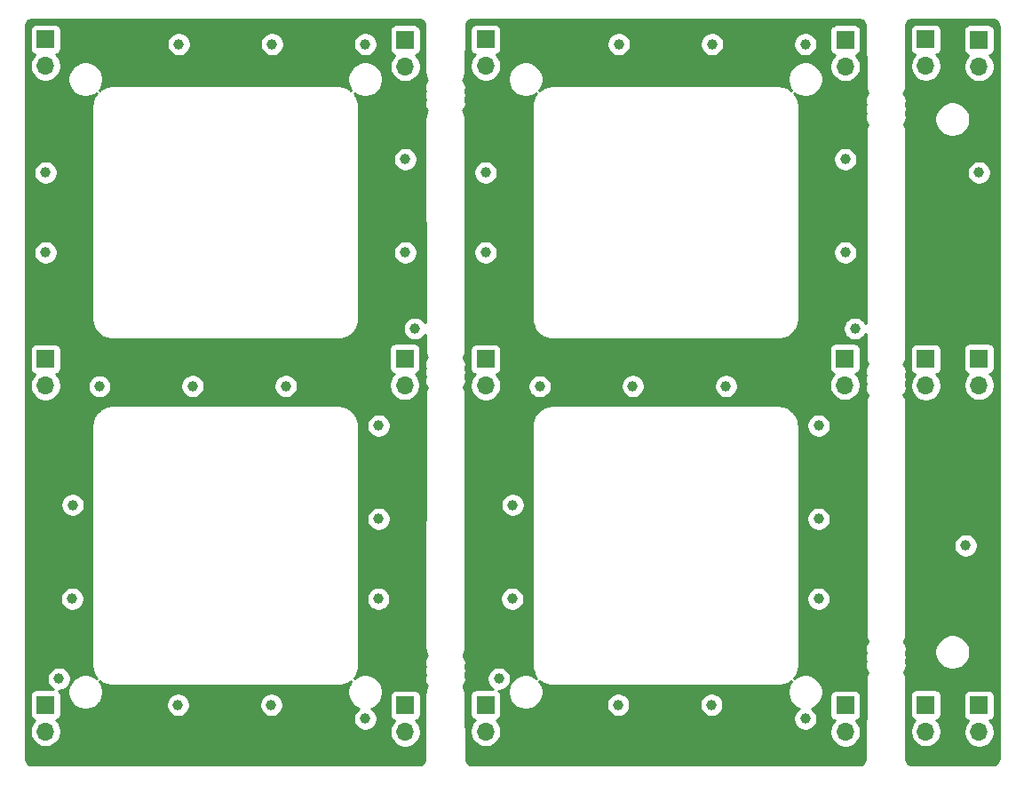
<source format=gbr>
%TF.GenerationSoftware,KiCad,Pcbnew,(5.1.9)-1*%
%TF.CreationDate,2021-05-05T18:50:42+10:00*%
%TF.ProjectId,panel,70616e65-6c2e-46b6-9963-61645f706362,rev?*%
%TF.SameCoordinates,Original*%
%TF.FileFunction,Copper,L2,Bot*%
%TF.FilePolarity,Positive*%
%FSLAX46Y46*%
G04 Gerber Fmt 4.6, Leading zero omitted, Abs format (unit mm)*
G04 Created by KiCad (PCBNEW (5.1.9)-1) date 2021-05-05 18:50:42*
%MOMM*%
%LPD*%
G01*
G04 APERTURE LIST*
%TA.AperFunction,ComponentPad*%
%ADD10O,1.700000X1.700000*%
%TD*%
%TA.AperFunction,ComponentPad*%
%ADD11R,1.700000X1.700000*%
%TD*%
%TA.AperFunction,ViaPad*%
%ADD12C,1.000000*%
%TD*%
%TA.AperFunction,NonConductor*%
%ADD13C,0.254000*%
%TD*%
%TA.AperFunction,NonConductor*%
%ADD14C,0.100000*%
%TD*%
G04 APERTURE END LIST*
D10*
%TO.P,J9,2*%
%TO.N,N/C*%
X56134000Y-113030000D03*
D11*
%TO.P,J9,1*%
X56134000Y-110490000D03*
%TD*%
D10*
%TO.P,J5,2*%
%TO.N,N/C*%
X56084000Y-79960000D03*
D11*
%TO.P,J5,1*%
X56084000Y-77420000D03*
%TD*%
D10*
%TO.P,J8,2*%
%TO.N,N/C*%
X21844000Y-80010000D03*
D11*
%TO.P,J8,1*%
X21844000Y-77470000D03*
%TD*%
D10*
%TO.P,J12,2*%
%TO.N,N/C*%
X21844000Y-112980000D03*
D11*
%TO.P,J12,1*%
X21844000Y-110440000D03*
%TD*%
D10*
%TO.P,J3,2*%
%TO.N,N/C*%
X56134000Y-49580000D03*
D11*
%TO.P,J3,1*%
X56134000Y-47040000D03*
%TD*%
D10*
%TO.P,J2,2*%
%TO.N,N/C*%
X21844000Y-49530000D03*
D11*
%TO.P,J2,1*%
X21844000Y-46990000D03*
%TD*%
%TO.P,J7,1*%
%TO.N,N/C*%
X110845600Y-77420000D03*
D10*
%TO.P,J7,2*%
X110845600Y-79960000D03*
%TD*%
D11*
%TO.P,J10,1*%
%TO.N,N/C*%
X110845600Y-110490000D03*
D10*
%TO.P,J10,2*%
X110845600Y-113030000D03*
%TD*%
D11*
%TO.P,J11,1*%
%TO.N,N/C*%
X105765600Y-110440000D03*
D10*
%TO.P,J11,2*%
X105765600Y-112980000D03*
%TD*%
D11*
%TO.P,J12,1*%
%TO.N,N/C*%
X63804800Y-110440000D03*
D10*
%TO.P,J12,2*%
X63804800Y-112980000D03*
%TD*%
D11*
%TO.P,J5,1*%
%TO.N,N/C*%
X98044800Y-77420000D03*
D10*
%TO.P,J5,2*%
X98044800Y-79960000D03*
%TD*%
D11*
%TO.P,J6,1*%
%TO.N,N/C*%
X105765600Y-77470000D03*
D10*
%TO.P,J6,2*%
X105765600Y-80010000D03*
%TD*%
D11*
%TO.P,J8,1*%
%TO.N,N/C*%
X63804800Y-77470000D03*
D10*
%TO.P,J8,2*%
X63804800Y-80010000D03*
%TD*%
D11*
%TO.P,J1,1*%
%TO.N,N/C*%
X105765600Y-46990000D03*
D10*
%TO.P,J1,2*%
X105765600Y-49530000D03*
%TD*%
D11*
%TO.P,J4,1*%
%TO.N,N/C*%
X110845600Y-47040000D03*
D10*
%TO.P,J4,2*%
X110845600Y-49580000D03*
%TD*%
D11*
%TO.P,J2,1*%
%TO.N,N/C*%
X63804800Y-46990000D03*
D10*
%TO.P,J2,2*%
X63804800Y-49530000D03*
%TD*%
D11*
%TO.P,J3,1*%
%TO.N,N/C*%
X98094800Y-47040000D03*
D10*
%TO.P,J3,2*%
X98094800Y-49580000D03*
%TD*%
D11*
%TO.P,J9,1*%
%TO.N,N/C*%
X98094800Y-110490000D03*
D10*
%TO.P,J9,2*%
X98094800Y-113030000D03*
%TD*%
D12*
%TO.N,*%
X63804800Y-59690000D03*
X94284800Y-47459999D03*
X95554800Y-92710000D03*
X99009790Y-74574990D03*
X98094800Y-58420000D03*
X76446627Y-110439314D03*
X95541152Y-100336161D03*
X86722973Y-80060686D03*
X66395486Y-91381827D03*
X94284800Y-111760000D03*
X77832973Y-80060686D03*
X85394800Y-47459999D03*
X98094800Y-67310000D03*
X110845600Y-59690000D03*
X66344800Y-100330000D03*
X65074800Y-107950000D03*
X63804800Y-67310000D03*
X76504800Y-47459999D03*
X68956730Y-80081930D03*
X85336627Y-110439314D03*
X109575600Y-95250000D03*
X95554800Y-83820000D03*
X21844000Y-59690000D03*
X34485827Y-110439314D03*
X24434686Y-91381827D03*
X53594000Y-92710000D03*
X24384000Y-100330000D03*
X23114000Y-107950000D03*
X43434000Y-47459999D03*
X21844000Y-67310000D03*
X52324000Y-111760000D03*
X34544000Y-47459999D03*
X56134000Y-58420000D03*
X44762173Y-80060686D03*
X26995930Y-80081930D03*
X57048990Y-74574990D03*
X43375827Y-110439314D03*
X52324000Y-47459999D03*
X53594000Y-83820000D03*
X35872173Y-80060686D03*
X53580352Y-100336161D03*
X56134000Y-67310000D03*
%TD*%
D13*
X112233469Y-45124722D02*
X112346846Y-45158953D01*
X112451419Y-45214555D01*
X112543196Y-45289407D01*
X112618691Y-45380664D01*
X112675019Y-45484844D01*
X112710040Y-45597976D01*
X112725600Y-45746022D01*
X112725601Y-115537711D01*
X112710878Y-115687869D01*
X112676647Y-115801246D01*
X112621046Y-115905817D01*
X112546194Y-115997595D01*
X112454935Y-116073091D01*
X112350760Y-116129419D01*
X112237624Y-116164440D01*
X112089579Y-116180000D01*
X104527879Y-116180000D01*
X104377731Y-116165278D01*
X104264354Y-116131047D01*
X104159783Y-116075446D01*
X104068005Y-116000594D01*
X103992509Y-115909335D01*
X103936181Y-115805160D01*
X103901160Y-115692024D01*
X103885600Y-115543979D01*
X103885600Y-109590000D01*
X104277528Y-109590000D01*
X104277528Y-111290000D01*
X104289788Y-111414482D01*
X104326098Y-111534180D01*
X104385063Y-111644494D01*
X104464415Y-111741185D01*
X104561106Y-111820537D01*
X104671420Y-111879502D01*
X104743980Y-111901513D01*
X104612125Y-112033368D01*
X104449610Y-112276589D01*
X104337668Y-112546842D01*
X104280600Y-112833740D01*
X104280600Y-113126260D01*
X104337668Y-113413158D01*
X104449610Y-113683411D01*
X104612125Y-113926632D01*
X104818968Y-114133475D01*
X105062189Y-114295990D01*
X105332442Y-114407932D01*
X105619340Y-114465000D01*
X105911860Y-114465000D01*
X106198758Y-114407932D01*
X106469011Y-114295990D01*
X106712232Y-114133475D01*
X106919075Y-113926632D01*
X107081590Y-113683411D01*
X107193532Y-113413158D01*
X107250600Y-113126260D01*
X107250600Y-112833740D01*
X107193532Y-112546842D01*
X107081590Y-112276589D01*
X106919075Y-112033368D01*
X106787220Y-111901513D01*
X106859780Y-111879502D01*
X106970094Y-111820537D01*
X107066785Y-111741185D01*
X107146137Y-111644494D01*
X107205102Y-111534180D01*
X107241412Y-111414482D01*
X107253672Y-111290000D01*
X107253672Y-109640000D01*
X109357528Y-109640000D01*
X109357528Y-111340000D01*
X109369788Y-111464482D01*
X109406098Y-111584180D01*
X109465063Y-111694494D01*
X109544415Y-111791185D01*
X109641106Y-111870537D01*
X109751420Y-111929502D01*
X109823980Y-111951513D01*
X109692125Y-112083368D01*
X109529610Y-112326589D01*
X109417668Y-112596842D01*
X109360600Y-112883740D01*
X109360600Y-113176260D01*
X109417668Y-113463158D01*
X109529610Y-113733411D01*
X109692125Y-113976632D01*
X109898968Y-114183475D01*
X110142189Y-114345990D01*
X110412442Y-114457932D01*
X110699340Y-114515000D01*
X110991860Y-114515000D01*
X111278758Y-114457932D01*
X111549011Y-114345990D01*
X111792232Y-114183475D01*
X111999075Y-113976632D01*
X112161590Y-113733411D01*
X112273532Y-113463158D01*
X112330600Y-113176260D01*
X112330600Y-112883740D01*
X112273532Y-112596842D01*
X112161590Y-112326589D01*
X111999075Y-112083368D01*
X111867220Y-111951513D01*
X111939780Y-111929502D01*
X112050094Y-111870537D01*
X112146785Y-111791185D01*
X112226137Y-111694494D01*
X112285102Y-111584180D01*
X112321412Y-111464482D01*
X112333672Y-111340000D01*
X112333672Y-109640000D01*
X112321412Y-109515518D01*
X112285102Y-109395820D01*
X112226137Y-109285506D01*
X112146785Y-109188815D01*
X112050094Y-109109463D01*
X111939780Y-109050498D01*
X111820082Y-109014188D01*
X111695600Y-109001928D01*
X109995600Y-109001928D01*
X109871118Y-109014188D01*
X109751420Y-109050498D01*
X109641106Y-109109463D01*
X109544415Y-109188815D01*
X109465063Y-109285506D01*
X109406098Y-109395820D01*
X109369788Y-109515518D01*
X109357528Y-109640000D01*
X107253672Y-109640000D01*
X107253672Y-109590000D01*
X107241412Y-109465518D01*
X107205102Y-109345820D01*
X107146137Y-109235506D01*
X107066785Y-109138815D01*
X106970094Y-109059463D01*
X106859780Y-109000498D01*
X106740082Y-108964188D01*
X106615600Y-108951928D01*
X104915600Y-108951928D01*
X104791118Y-108964188D01*
X104671420Y-109000498D01*
X104561106Y-109059463D01*
X104464415Y-109138815D01*
X104385063Y-109235506D01*
X104326098Y-109345820D01*
X104289788Y-109465518D01*
X104277528Y-109590000D01*
X103885600Y-109590000D01*
X103885600Y-108171581D01*
X103882798Y-108143135D01*
X103882853Y-108135318D01*
X103881954Y-108126147D01*
X103856046Y-107879644D01*
X103844014Y-107821028D01*
X103832808Y-107762284D01*
X103830144Y-107753462D01*
X103756849Y-107516686D01*
X103733674Y-107461555D01*
X103711261Y-107406080D01*
X103706934Y-107397944D01*
X103661136Y-107313243D01*
X103743024Y-107231355D01*
X103839877Y-107086405D01*
X103906590Y-106925345D01*
X103940600Y-106754365D01*
X103940600Y-106580035D01*
X103906590Y-106409055D01*
X103847832Y-106267200D01*
X103906590Y-106125345D01*
X103940600Y-105954365D01*
X103940600Y-105780035D01*
X103906590Y-105609055D01*
X103847832Y-105467200D01*
X103906590Y-105325345D01*
X103922762Y-105244042D01*
X106620600Y-105244042D01*
X106620600Y-105575958D01*
X106685354Y-105901496D01*
X106812372Y-106208147D01*
X106996775Y-106484125D01*
X107231475Y-106718825D01*
X107507453Y-106903228D01*
X107814104Y-107030246D01*
X108139642Y-107095000D01*
X108471558Y-107095000D01*
X108797096Y-107030246D01*
X109103747Y-106903228D01*
X109379725Y-106718825D01*
X109614425Y-106484125D01*
X109798828Y-106208147D01*
X109925846Y-105901496D01*
X109990600Y-105575958D01*
X109990600Y-105244042D01*
X109925846Y-104918504D01*
X109798828Y-104611853D01*
X109614425Y-104335875D01*
X109379725Y-104101175D01*
X109103747Y-103916772D01*
X108797096Y-103789754D01*
X108471558Y-103725000D01*
X108139642Y-103725000D01*
X107814104Y-103789754D01*
X107507453Y-103916772D01*
X107231475Y-104101175D01*
X106996775Y-104335875D01*
X106812372Y-104611853D01*
X106685354Y-104918504D01*
X106620600Y-105244042D01*
X103922762Y-105244042D01*
X103940600Y-105154365D01*
X103940600Y-104980035D01*
X103906590Y-104809055D01*
X103839877Y-104647995D01*
X103743024Y-104503045D01*
X103661028Y-104421049D01*
X103712519Y-104324209D01*
X103735307Y-104268921D01*
X103758879Y-104213925D01*
X103761603Y-104205122D01*
X103833243Y-103967841D01*
X103844864Y-103909154D01*
X103857300Y-103850648D01*
X103858263Y-103841483D01*
X103882450Y-103594805D01*
X103882450Y-103594802D01*
X103885600Y-103562819D01*
X103885600Y-95138212D01*
X108440600Y-95138212D01*
X108440600Y-95361788D01*
X108484217Y-95581067D01*
X108569776Y-95787624D01*
X108693988Y-95973520D01*
X108852080Y-96131612D01*
X109037976Y-96255824D01*
X109244533Y-96341383D01*
X109463812Y-96385000D01*
X109687388Y-96385000D01*
X109906667Y-96341383D01*
X110113224Y-96255824D01*
X110299120Y-96131612D01*
X110457212Y-95973520D01*
X110581424Y-95787624D01*
X110666983Y-95581067D01*
X110710600Y-95361788D01*
X110710600Y-95138212D01*
X110666983Y-94918933D01*
X110581424Y-94712376D01*
X110457212Y-94526480D01*
X110299120Y-94368388D01*
X110113224Y-94244176D01*
X109906667Y-94158617D01*
X109687388Y-94115000D01*
X109463812Y-94115000D01*
X109244533Y-94158617D01*
X109037976Y-94244176D01*
X108852080Y-94368388D01*
X108693988Y-94526480D01*
X108569776Y-94712376D01*
X108484217Y-94918933D01*
X108440600Y-95138212D01*
X103885600Y-95138212D01*
X103885600Y-81755581D01*
X103882798Y-81727135D01*
X103882853Y-81719318D01*
X103881954Y-81710147D01*
X103856046Y-81463644D01*
X103844014Y-81405028D01*
X103832808Y-81346284D01*
X103830144Y-81337462D01*
X103756849Y-81100686D01*
X103733674Y-81045555D01*
X103711261Y-80990080D01*
X103706934Y-80981944D01*
X103652222Y-80880757D01*
X103743024Y-80789955D01*
X103839877Y-80645005D01*
X103906590Y-80483945D01*
X103940600Y-80312965D01*
X103940600Y-80138635D01*
X103906590Y-79967655D01*
X103847832Y-79825800D01*
X103906590Y-79683945D01*
X103940600Y-79512965D01*
X103940600Y-79338635D01*
X103906590Y-79167655D01*
X103847832Y-79025800D01*
X103906590Y-78883945D01*
X103940600Y-78712965D01*
X103940600Y-78538635D01*
X103906590Y-78367655D01*
X103839877Y-78206595D01*
X103743024Y-78061645D01*
X103652211Y-77970832D01*
X103712519Y-77857409D01*
X103735307Y-77802121D01*
X103758879Y-77747125D01*
X103761603Y-77738322D01*
X103833243Y-77501041D01*
X103844864Y-77442354D01*
X103857300Y-77383848D01*
X103858263Y-77374683D01*
X103882450Y-77128005D01*
X103882450Y-77128002D01*
X103885600Y-77096019D01*
X103885600Y-76620000D01*
X104277528Y-76620000D01*
X104277528Y-78320000D01*
X104289788Y-78444482D01*
X104326098Y-78564180D01*
X104385063Y-78674494D01*
X104464415Y-78771185D01*
X104561106Y-78850537D01*
X104671420Y-78909502D01*
X104743980Y-78931513D01*
X104612125Y-79063368D01*
X104449610Y-79306589D01*
X104337668Y-79576842D01*
X104280600Y-79863740D01*
X104280600Y-80156260D01*
X104337668Y-80443158D01*
X104449610Y-80713411D01*
X104612125Y-80956632D01*
X104818968Y-81163475D01*
X105062189Y-81325990D01*
X105332442Y-81437932D01*
X105619340Y-81495000D01*
X105911860Y-81495000D01*
X106198758Y-81437932D01*
X106469011Y-81325990D01*
X106712232Y-81163475D01*
X106919075Y-80956632D01*
X107081590Y-80713411D01*
X107193532Y-80443158D01*
X107250600Y-80156260D01*
X107250600Y-79863740D01*
X107193532Y-79576842D01*
X107081590Y-79306589D01*
X106919075Y-79063368D01*
X106787220Y-78931513D01*
X106859780Y-78909502D01*
X106970094Y-78850537D01*
X107066785Y-78771185D01*
X107146137Y-78674494D01*
X107205102Y-78564180D01*
X107241412Y-78444482D01*
X107253672Y-78320000D01*
X107253672Y-76620000D01*
X107248748Y-76570000D01*
X109357528Y-76570000D01*
X109357528Y-78270000D01*
X109369788Y-78394482D01*
X109406098Y-78514180D01*
X109465063Y-78624494D01*
X109544415Y-78721185D01*
X109641106Y-78800537D01*
X109751420Y-78859502D01*
X109823980Y-78881513D01*
X109692125Y-79013368D01*
X109529610Y-79256589D01*
X109417668Y-79526842D01*
X109360600Y-79813740D01*
X109360600Y-80106260D01*
X109417668Y-80393158D01*
X109529610Y-80663411D01*
X109692125Y-80906632D01*
X109898968Y-81113475D01*
X110142189Y-81275990D01*
X110412442Y-81387932D01*
X110699340Y-81445000D01*
X110991860Y-81445000D01*
X111278758Y-81387932D01*
X111549011Y-81275990D01*
X111792232Y-81113475D01*
X111999075Y-80906632D01*
X112161590Y-80663411D01*
X112273532Y-80393158D01*
X112330600Y-80106260D01*
X112330600Y-79813740D01*
X112273532Y-79526842D01*
X112161590Y-79256589D01*
X111999075Y-79013368D01*
X111867220Y-78881513D01*
X111939780Y-78859502D01*
X112050094Y-78800537D01*
X112146785Y-78721185D01*
X112226137Y-78624494D01*
X112285102Y-78514180D01*
X112321412Y-78394482D01*
X112333672Y-78270000D01*
X112333672Y-76570000D01*
X112321412Y-76445518D01*
X112285102Y-76325820D01*
X112226137Y-76215506D01*
X112146785Y-76118815D01*
X112050094Y-76039463D01*
X111939780Y-75980498D01*
X111820082Y-75944188D01*
X111695600Y-75931928D01*
X109995600Y-75931928D01*
X109871118Y-75944188D01*
X109751420Y-75980498D01*
X109641106Y-76039463D01*
X109544415Y-76118815D01*
X109465063Y-76215506D01*
X109406098Y-76325820D01*
X109369788Y-76445518D01*
X109357528Y-76570000D01*
X107248748Y-76570000D01*
X107241412Y-76495518D01*
X107205102Y-76375820D01*
X107146137Y-76265506D01*
X107066785Y-76168815D01*
X106970094Y-76089463D01*
X106859780Y-76030498D01*
X106740082Y-75994188D01*
X106615600Y-75981928D01*
X104915600Y-75981928D01*
X104791118Y-75994188D01*
X104671420Y-76030498D01*
X104561106Y-76089463D01*
X104464415Y-76168815D01*
X104385063Y-76265506D01*
X104326098Y-76375820D01*
X104289788Y-76495518D01*
X104277528Y-76620000D01*
X103885600Y-76620000D01*
X103885600Y-59578212D01*
X109710600Y-59578212D01*
X109710600Y-59801788D01*
X109754217Y-60021067D01*
X109839776Y-60227624D01*
X109963988Y-60413520D01*
X110122080Y-60571612D01*
X110307976Y-60695824D01*
X110514533Y-60781383D01*
X110733812Y-60825000D01*
X110957388Y-60825000D01*
X111176667Y-60781383D01*
X111383224Y-60695824D01*
X111569120Y-60571612D01*
X111727212Y-60413520D01*
X111851424Y-60227624D01*
X111936983Y-60021067D01*
X111980600Y-59801788D01*
X111980600Y-59578212D01*
X111936983Y-59358933D01*
X111851424Y-59152376D01*
X111727212Y-58966480D01*
X111569120Y-58808388D01*
X111383224Y-58684176D01*
X111176667Y-58598617D01*
X110957388Y-58555000D01*
X110733812Y-58555000D01*
X110514533Y-58598617D01*
X110307976Y-58684176D01*
X110122080Y-58808388D01*
X109963988Y-58966480D01*
X109839776Y-59152376D01*
X109754217Y-59358933D01*
X109710600Y-59578212D01*
X103885600Y-59578212D01*
X103885600Y-55923781D01*
X103882798Y-55895335D01*
X103882853Y-55887518D01*
X103881954Y-55878347D01*
X103856046Y-55631844D01*
X103844014Y-55573228D01*
X103832808Y-55514484D01*
X103830144Y-55505662D01*
X103756849Y-55268886D01*
X103733674Y-55213755D01*
X103711261Y-55158280D01*
X103706934Y-55150144D01*
X103661136Y-55065443D01*
X103743024Y-54983555D01*
X103839877Y-54838605D01*
X103906590Y-54677545D01*
X103940600Y-54506565D01*
X103940600Y-54444042D01*
X106620600Y-54444042D01*
X106620600Y-54775958D01*
X106685354Y-55101496D01*
X106812372Y-55408147D01*
X106996775Y-55684125D01*
X107231475Y-55918825D01*
X107507453Y-56103228D01*
X107814104Y-56230246D01*
X108139642Y-56295000D01*
X108471558Y-56295000D01*
X108797096Y-56230246D01*
X109103747Y-56103228D01*
X109379725Y-55918825D01*
X109614425Y-55684125D01*
X109798828Y-55408147D01*
X109925846Y-55101496D01*
X109990600Y-54775958D01*
X109990600Y-54444042D01*
X109925846Y-54118504D01*
X109798828Y-53811853D01*
X109614425Y-53535875D01*
X109379725Y-53301175D01*
X109103747Y-53116772D01*
X108797096Y-52989754D01*
X108471558Y-52925000D01*
X108139642Y-52925000D01*
X107814104Y-52989754D01*
X107507453Y-53116772D01*
X107231475Y-53301175D01*
X106996775Y-53535875D01*
X106812372Y-53811853D01*
X106685354Y-54118504D01*
X106620600Y-54444042D01*
X103940600Y-54444042D01*
X103940600Y-54332235D01*
X103906590Y-54161255D01*
X103847832Y-54019400D01*
X103906590Y-53877545D01*
X103940600Y-53706565D01*
X103940600Y-53532235D01*
X103906590Y-53361255D01*
X103847832Y-53219400D01*
X103906590Y-53077545D01*
X103940600Y-52906565D01*
X103940600Y-52732235D01*
X103906590Y-52561255D01*
X103839877Y-52400195D01*
X103743024Y-52255245D01*
X103643394Y-52155615D01*
X103712519Y-52025609D01*
X103735307Y-51970321D01*
X103758879Y-51915325D01*
X103761603Y-51906522D01*
X103833243Y-51669241D01*
X103844864Y-51610554D01*
X103857300Y-51552048D01*
X103858263Y-51542883D01*
X103882450Y-51296205D01*
X103882450Y-51296202D01*
X103885600Y-51264219D01*
X103885600Y-46140000D01*
X104277528Y-46140000D01*
X104277528Y-47840000D01*
X104289788Y-47964482D01*
X104326098Y-48084180D01*
X104385063Y-48194494D01*
X104464415Y-48291185D01*
X104561106Y-48370537D01*
X104671420Y-48429502D01*
X104743980Y-48451513D01*
X104612125Y-48583368D01*
X104449610Y-48826589D01*
X104337668Y-49096842D01*
X104280600Y-49383740D01*
X104280600Y-49676260D01*
X104337668Y-49963158D01*
X104449610Y-50233411D01*
X104612125Y-50476632D01*
X104818968Y-50683475D01*
X105062189Y-50845990D01*
X105332442Y-50957932D01*
X105619340Y-51015000D01*
X105911860Y-51015000D01*
X106198758Y-50957932D01*
X106469011Y-50845990D01*
X106712232Y-50683475D01*
X106919075Y-50476632D01*
X107081590Y-50233411D01*
X107193532Y-49963158D01*
X107250600Y-49676260D01*
X107250600Y-49383740D01*
X107193532Y-49096842D01*
X107081590Y-48826589D01*
X106919075Y-48583368D01*
X106787220Y-48451513D01*
X106859780Y-48429502D01*
X106970094Y-48370537D01*
X107066785Y-48291185D01*
X107146137Y-48194494D01*
X107205102Y-48084180D01*
X107241412Y-47964482D01*
X107253672Y-47840000D01*
X107253672Y-46190000D01*
X109357528Y-46190000D01*
X109357528Y-47890000D01*
X109369788Y-48014482D01*
X109406098Y-48134180D01*
X109465063Y-48244494D01*
X109544415Y-48341185D01*
X109641106Y-48420537D01*
X109751420Y-48479502D01*
X109823980Y-48501513D01*
X109692125Y-48633368D01*
X109529610Y-48876589D01*
X109417668Y-49146842D01*
X109360600Y-49433740D01*
X109360600Y-49726260D01*
X109417668Y-50013158D01*
X109529610Y-50283411D01*
X109692125Y-50526632D01*
X109898968Y-50733475D01*
X110142189Y-50895990D01*
X110412442Y-51007932D01*
X110699340Y-51065000D01*
X110991860Y-51065000D01*
X111278758Y-51007932D01*
X111549011Y-50895990D01*
X111792232Y-50733475D01*
X111999075Y-50526632D01*
X112161590Y-50283411D01*
X112273532Y-50013158D01*
X112330600Y-49726260D01*
X112330600Y-49433740D01*
X112273532Y-49146842D01*
X112161590Y-48876589D01*
X111999075Y-48633368D01*
X111867220Y-48501513D01*
X111939780Y-48479502D01*
X112050094Y-48420537D01*
X112146785Y-48341185D01*
X112226137Y-48244494D01*
X112285102Y-48134180D01*
X112321412Y-48014482D01*
X112333672Y-47890000D01*
X112333672Y-46190000D01*
X112321412Y-46065518D01*
X112285102Y-45945820D01*
X112226137Y-45835506D01*
X112146785Y-45738815D01*
X112050094Y-45659463D01*
X111939780Y-45600498D01*
X111820082Y-45564188D01*
X111695600Y-45551928D01*
X109995600Y-45551928D01*
X109871118Y-45564188D01*
X109751420Y-45600498D01*
X109641106Y-45659463D01*
X109544415Y-45738815D01*
X109465063Y-45835506D01*
X109406098Y-45945820D01*
X109369788Y-46065518D01*
X109357528Y-46190000D01*
X107253672Y-46190000D01*
X107253672Y-46140000D01*
X107241412Y-46015518D01*
X107205102Y-45895820D01*
X107146137Y-45785506D01*
X107066785Y-45688815D01*
X106970094Y-45609463D01*
X106859780Y-45550498D01*
X106740082Y-45514188D01*
X106615600Y-45501928D01*
X104915600Y-45501928D01*
X104791118Y-45514188D01*
X104671420Y-45550498D01*
X104561106Y-45609463D01*
X104464415Y-45688815D01*
X104385063Y-45785506D01*
X104326098Y-45895820D01*
X104289788Y-46015518D01*
X104277528Y-46140000D01*
X103885600Y-46140000D01*
X103885600Y-45752279D01*
X103900322Y-45602131D01*
X103934553Y-45488754D01*
X103990155Y-45384181D01*
X104065007Y-45292404D01*
X104156264Y-45216909D01*
X104260444Y-45160581D01*
X104373576Y-45125560D01*
X104521622Y-45110000D01*
X112083321Y-45110000D01*
X112233469Y-45124722D01*
%TA.AperFunction,NonConductor*%
D14*
G36*
X112233469Y-45124722D02*
G01*
X112346846Y-45158953D01*
X112451419Y-45214555D01*
X112543196Y-45289407D01*
X112618691Y-45380664D01*
X112675019Y-45484844D01*
X112710040Y-45597976D01*
X112725600Y-45746022D01*
X112725601Y-115537711D01*
X112710878Y-115687869D01*
X112676647Y-115801246D01*
X112621046Y-115905817D01*
X112546194Y-115997595D01*
X112454935Y-116073091D01*
X112350760Y-116129419D01*
X112237624Y-116164440D01*
X112089579Y-116180000D01*
X104527879Y-116180000D01*
X104377731Y-116165278D01*
X104264354Y-116131047D01*
X104159783Y-116075446D01*
X104068005Y-116000594D01*
X103992509Y-115909335D01*
X103936181Y-115805160D01*
X103901160Y-115692024D01*
X103885600Y-115543979D01*
X103885600Y-109590000D01*
X104277528Y-109590000D01*
X104277528Y-111290000D01*
X104289788Y-111414482D01*
X104326098Y-111534180D01*
X104385063Y-111644494D01*
X104464415Y-111741185D01*
X104561106Y-111820537D01*
X104671420Y-111879502D01*
X104743980Y-111901513D01*
X104612125Y-112033368D01*
X104449610Y-112276589D01*
X104337668Y-112546842D01*
X104280600Y-112833740D01*
X104280600Y-113126260D01*
X104337668Y-113413158D01*
X104449610Y-113683411D01*
X104612125Y-113926632D01*
X104818968Y-114133475D01*
X105062189Y-114295990D01*
X105332442Y-114407932D01*
X105619340Y-114465000D01*
X105911860Y-114465000D01*
X106198758Y-114407932D01*
X106469011Y-114295990D01*
X106712232Y-114133475D01*
X106919075Y-113926632D01*
X107081590Y-113683411D01*
X107193532Y-113413158D01*
X107250600Y-113126260D01*
X107250600Y-112833740D01*
X107193532Y-112546842D01*
X107081590Y-112276589D01*
X106919075Y-112033368D01*
X106787220Y-111901513D01*
X106859780Y-111879502D01*
X106970094Y-111820537D01*
X107066785Y-111741185D01*
X107146137Y-111644494D01*
X107205102Y-111534180D01*
X107241412Y-111414482D01*
X107253672Y-111290000D01*
X107253672Y-109640000D01*
X109357528Y-109640000D01*
X109357528Y-111340000D01*
X109369788Y-111464482D01*
X109406098Y-111584180D01*
X109465063Y-111694494D01*
X109544415Y-111791185D01*
X109641106Y-111870537D01*
X109751420Y-111929502D01*
X109823980Y-111951513D01*
X109692125Y-112083368D01*
X109529610Y-112326589D01*
X109417668Y-112596842D01*
X109360600Y-112883740D01*
X109360600Y-113176260D01*
X109417668Y-113463158D01*
X109529610Y-113733411D01*
X109692125Y-113976632D01*
X109898968Y-114183475D01*
X110142189Y-114345990D01*
X110412442Y-114457932D01*
X110699340Y-114515000D01*
X110991860Y-114515000D01*
X111278758Y-114457932D01*
X111549011Y-114345990D01*
X111792232Y-114183475D01*
X111999075Y-113976632D01*
X112161590Y-113733411D01*
X112273532Y-113463158D01*
X112330600Y-113176260D01*
X112330600Y-112883740D01*
X112273532Y-112596842D01*
X112161590Y-112326589D01*
X111999075Y-112083368D01*
X111867220Y-111951513D01*
X111939780Y-111929502D01*
X112050094Y-111870537D01*
X112146785Y-111791185D01*
X112226137Y-111694494D01*
X112285102Y-111584180D01*
X112321412Y-111464482D01*
X112333672Y-111340000D01*
X112333672Y-109640000D01*
X112321412Y-109515518D01*
X112285102Y-109395820D01*
X112226137Y-109285506D01*
X112146785Y-109188815D01*
X112050094Y-109109463D01*
X111939780Y-109050498D01*
X111820082Y-109014188D01*
X111695600Y-109001928D01*
X109995600Y-109001928D01*
X109871118Y-109014188D01*
X109751420Y-109050498D01*
X109641106Y-109109463D01*
X109544415Y-109188815D01*
X109465063Y-109285506D01*
X109406098Y-109395820D01*
X109369788Y-109515518D01*
X109357528Y-109640000D01*
X107253672Y-109640000D01*
X107253672Y-109590000D01*
X107241412Y-109465518D01*
X107205102Y-109345820D01*
X107146137Y-109235506D01*
X107066785Y-109138815D01*
X106970094Y-109059463D01*
X106859780Y-109000498D01*
X106740082Y-108964188D01*
X106615600Y-108951928D01*
X104915600Y-108951928D01*
X104791118Y-108964188D01*
X104671420Y-109000498D01*
X104561106Y-109059463D01*
X104464415Y-109138815D01*
X104385063Y-109235506D01*
X104326098Y-109345820D01*
X104289788Y-109465518D01*
X104277528Y-109590000D01*
X103885600Y-109590000D01*
X103885600Y-108171581D01*
X103882798Y-108143135D01*
X103882853Y-108135318D01*
X103881954Y-108126147D01*
X103856046Y-107879644D01*
X103844014Y-107821028D01*
X103832808Y-107762284D01*
X103830144Y-107753462D01*
X103756849Y-107516686D01*
X103733674Y-107461555D01*
X103711261Y-107406080D01*
X103706934Y-107397944D01*
X103661136Y-107313243D01*
X103743024Y-107231355D01*
X103839877Y-107086405D01*
X103906590Y-106925345D01*
X103940600Y-106754365D01*
X103940600Y-106580035D01*
X103906590Y-106409055D01*
X103847832Y-106267200D01*
X103906590Y-106125345D01*
X103940600Y-105954365D01*
X103940600Y-105780035D01*
X103906590Y-105609055D01*
X103847832Y-105467200D01*
X103906590Y-105325345D01*
X103922762Y-105244042D01*
X106620600Y-105244042D01*
X106620600Y-105575958D01*
X106685354Y-105901496D01*
X106812372Y-106208147D01*
X106996775Y-106484125D01*
X107231475Y-106718825D01*
X107507453Y-106903228D01*
X107814104Y-107030246D01*
X108139642Y-107095000D01*
X108471558Y-107095000D01*
X108797096Y-107030246D01*
X109103747Y-106903228D01*
X109379725Y-106718825D01*
X109614425Y-106484125D01*
X109798828Y-106208147D01*
X109925846Y-105901496D01*
X109990600Y-105575958D01*
X109990600Y-105244042D01*
X109925846Y-104918504D01*
X109798828Y-104611853D01*
X109614425Y-104335875D01*
X109379725Y-104101175D01*
X109103747Y-103916772D01*
X108797096Y-103789754D01*
X108471558Y-103725000D01*
X108139642Y-103725000D01*
X107814104Y-103789754D01*
X107507453Y-103916772D01*
X107231475Y-104101175D01*
X106996775Y-104335875D01*
X106812372Y-104611853D01*
X106685354Y-104918504D01*
X106620600Y-105244042D01*
X103922762Y-105244042D01*
X103940600Y-105154365D01*
X103940600Y-104980035D01*
X103906590Y-104809055D01*
X103839877Y-104647995D01*
X103743024Y-104503045D01*
X103661028Y-104421049D01*
X103712519Y-104324209D01*
X103735307Y-104268921D01*
X103758879Y-104213925D01*
X103761603Y-104205122D01*
X103833243Y-103967841D01*
X103844864Y-103909154D01*
X103857300Y-103850648D01*
X103858263Y-103841483D01*
X103882450Y-103594805D01*
X103882450Y-103594802D01*
X103885600Y-103562819D01*
X103885600Y-95138212D01*
X108440600Y-95138212D01*
X108440600Y-95361788D01*
X108484217Y-95581067D01*
X108569776Y-95787624D01*
X108693988Y-95973520D01*
X108852080Y-96131612D01*
X109037976Y-96255824D01*
X109244533Y-96341383D01*
X109463812Y-96385000D01*
X109687388Y-96385000D01*
X109906667Y-96341383D01*
X110113224Y-96255824D01*
X110299120Y-96131612D01*
X110457212Y-95973520D01*
X110581424Y-95787624D01*
X110666983Y-95581067D01*
X110710600Y-95361788D01*
X110710600Y-95138212D01*
X110666983Y-94918933D01*
X110581424Y-94712376D01*
X110457212Y-94526480D01*
X110299120Y-94368388D01*
X110113224Y-94244176D01*
X109906667Y-94158617D01*
X109687388Y-94115000D01*
X109463812Y-94115000D01*
X109244533Y-94158617D01*
X109037976Y-94244176D01*
X108852080Y-94368388D01*
X108693988Y-94526480D01*
X108569776Y-94712376D01*
X108484217Y-94918933D01*
X108440600Y-95138212D01*
X103885600Y-95138212D01*
X103885600Y-81755581D01*
X103882798Y-81727135D01*
X103882853Y-81719318D01*
X103881954Y-81710147D01*
X103856046Y-81463644D01*
X103844014Y-81405028D01*
X103832808Y-81346284D01*
X103830144Y-81337462D01*
X103756849Y-81100686D01*
X103733674Y-81045555D01*
X103711261Y-80990080D01*
X103706934Y-80981944D01*
X103652222Y-80880757D01*
X103743024Y-80789955D01*
X103839877Y-80645005D01*
X103906590Y-80483945D01*
X103940600Y-80312965D01*
X103940600Y-80138635D01*
X103906590Y-79967655D01*
X103847832Y-79825800D01*
X103906590Y-79683945D01*
X103940600Y-79512965D01*
X103940600Y-79338635D01*
X103906590Y-79167655D01*
X103847832Y-79025800D01*
X103906590Y-78883945D01*
X103940600Y-78712965D01*
X103940600Y-78538635D01*
X103906590Y-78367655D01*
X103839877Y-78206595D01*
X103743024Y-78061645D01*
X103652211Y-77970832D01*
X103712519Y-77857409D01*
X103735307Y-77802121D01*
X103758879Y-77747125D01*
X103761603Y-77738322D01*
X103833243Y-77501041D01*
X103844864Y-77442354D01*
X103857300Y-77383848D01*
X103858263Y-77374683D01*
X103882450Y-77128005D01*
X103882450Y-77128002D01*
X103885600Y-77096019D01*
X103885600Y-76620000D01*
X104277528Y-76620000D01*
X104277528Y-78320000D01*
X104289788Y-78444482D01*
X104326098Y-78564180D01*
X104385063Y-78674494D01*
X104464415Y-78771185D01*
X104561106Y-78850537D01*
X104671420Y-78909502D01*
X104743980Y-78931513D01*
X104612125Y-79063368D01*
X104449610Y-79306589D01*
X104337668Y-79576842D01*
X104280600Y-79863740D01*
X104280600Y-80156260D01*
X104337668Y-80443158D01*
X104449610Y-80713411D01*
X104612125Y-80956632D01*
X104818968Y-81163475D01*
X105062189Y-81325990D01*
X105332442Y-81437932D01*
X105619340Y-81495000D01*
X105911860Y-81495000D01*
X106198758Y-81437932D01*
X106469011Y-81325990D01*
X106712232Y-81163475D01*
X106919075Y-80956632D01*
X107081590Y-80713411D01*
X107193532Y-80443158D01*
X107250600Y-80156260D01*
X107250600Y-79863740D01*
X107193532Y-79576842D01*
X107081590Y-79306589D01*
X106919075Y-79063368D01*
X106787220Y-78931513D01*
X106859780Y-78909502D01*
X106970094Y-78850537D01*
X107066785Y-78771185D01*
X107146137Y-78674494D01*
X107205102Y-78564180D01*
X107241412Y-78444482D01*
X107253672Y-78320000D01*
X107253672Y-76620000D01*
X107248748Y-76570000D01*
X109357528Y-76570000D01*
X109357528Y-78270000D01*
X109369788Y-78394482D01*
X109406098Y-78514180D01*
X109465063Y-78624494D01*
X109544415Y-78721185D01*
X109641106Y-78800537D01*
X109751420Y-78859502D01*
X109823980Y-78881513D01*
X109692125Y-79013368D01*
X109529610Y-79256589D01*
X109417668Y-79526842D01*
X109360600Y-79813740D01*
X109360600Y-80106260D01*
X109417668Y-80393158D01*
X109529610Y-80663411D01*
X109692125Y-80906632D01*
X109898968Y-81113475D01*
X110142189Y-81275990D01*
X110412442Y-81387932D01*
X110699340Y-81445000D01*
X110991860Y-81445000D01*
X111278758Y-81387932D01*
X111549011Y-81275990D01*
X111792232Y-81113475D01*
X111999075Y-80906632D01*
X112161590Y-80663411D01*
X112273532Y-80393158D01*
X112330600Y-80106260D01*
X112330600Y-79813740D01*
X112273532Y-79526842D01*
X112161590Y-79256589D01*
X111999075Y-79013368D01*
X111867220Y-78881513D01*
X111939780Y-78859502D01*
X112050094Y-78800537D01*
X112146785Y-78721185D01*
X112226137Y-78624494D01*
X112285102Y-78514180D01*
X112321412Y-78394482D01*
X112333672Y-78270000D01*
X112333672Y-76570000D01*
X112321412Y-76445518D01*
X112285102Y-76325820D01*
X112226137Y-76215506D01*
X112146785Y-76118815D01*
X112050094Y-76039463D01*
X111939780Y-75980498D01*
X111820082Y-75944188D01*
X111695600Y-75931928D01*
X109995600Y-75931928D01*
X109871118Y-75944188D01*
X109751420Y-75980498D01*
X109641106Y-76039463D01*
X109544415Y-76118815D01*
X109465063Y-76215506D01*
X109406098Y-76325820D01*
X109369788Y-76445518D01*
X109357528Y-76570000D01*
X107248748Y-76570000D01*
X107241412Y-76495518D01*
X107205102Y-76375820D01*
X107146137Y-76265506D01*
X107066785Y-76168815D01*
X106970094Y-76089463D01*
X106859780Y-76030498D01*
X106740082Y-75994188D01*
X106615600Y-75981928D01*
X104915600Y-75981928D01*
X104791118Y-75994188D01*
X104671420Y-76030498D01*
X104561106Y-76089463D01*
X104464415Y-76168815D01*
X104385063Y-76265506D01*
X104326098Y-76375820D01*
X104289788Y-76495518D01*
X104277528Y-76620000D01*
X103885600Y-76620000D01*
X103885600Y-59578212D01*
X109710600Y-59578212D01*
X109710600Y-59801788D01*
X109754217Y-60021067D01*
X109839776Y-60227624D01*
X109963988Y-60413520D01*
X110122080Y-60571612D01*
X110307976Y-60695824D01*
X110514533Y-60781383D01*
X110733812Y-60825000D01*
X110957388Y-60825000D01*
X111176667Y-60781383D01*
X111383224Y-60695824D01*
X111569120Y-60571612D01*
X111727212Y-60413520D01*
X111851424Y-60227624D01*
X111936983Y-60021067D01*
X111980600Y-59801788D01*
X111980600Y-59578212D01*
X111936983Y-59358933D01*
X111851424Y-59152376D01*
X111727212Y-58966480D01*
X111569120Y-58808388D01*
X111383224Y-58684176D01*
X111176667Y-58598617D01*
X110957388Y-58555000D01*
X110733812Y-58555000D01*
X110514533Y-58598617D01*
X110307976Y-58684176D01*
X110122080Y-58808388D01*
X109963988Y-58966480D01*
X109839776Y-59152376D01*
X109754217Y-59358933D01*
X109710600Y-59578212D01*
X103885600Y-59578212D01*
X103885600Y-55923781D01*
X103882798Y-55895335D01*
X103882853Y-55887518D01*
X103881954Y-55878347D01*
X103856046Y-55631844D01*
X103844014Y-55573228D01*
X103832808Y-55514484D01*
X103830144Y-55505662D01*
X103756849Y-55268886D01*
X103733674Y-55213755D01*
X103711261Y-55158280D01*
X103706934Y-55150144D01*
X103661136Y-55065443D01*
X103743024Y-54983555D01*
X103839877Y-54838605D01*
X103906590Y-54677545D01*
X103940600Y-54506565D01*
X103940600Y-54444042D01*
X106620600Y-54444042D01*
X106620600Y-54775958D01*
X106685354Y-55101496D01*
X106812372Y-55408147D01*
X106996775Y-55684125D01*
X107231475Y-55918825D01*
X107507453Y-56103228D01*
X107814104Y-56230246D01*
X108139642Y-56295000D01*
X108471558Y-56295000D01*
X108797096Y-56230246D01*
X109103747Y-56103228D01*
X109379725Y-55918825D01*
X109614425Y-55684125D01*
X109798828Y-55408147D01*
X109925846Y-55101496D01*
X109990600Y-54775958D01*
X109990600Y-54444042D01*
X109925846Y-54118504D01*
X109798828Y-53811853D01*
X109614425Y-53535875D01*
X109379725Y-53301175D01*
X109103747Y-53116772D01*
X108797096Y-52989754D01*
X108471558Y-52925000D01*
X108139642Y-52925000D01*
X107814104Y-52989754D01*
X107507453Y-53116772D01*
X107231475Y-53301175D01*
X106996775Y-53535875D01*
X106812372Y-53811853D01*
X106685354Y-54118504D01*
X106620600Y-54444042D01*
X103940600Y-54444042D01*
X103940600Y-54332235D01*
X103906590Y-54161255D01*
X103847832Y-54019400D01*
X103906590Y-53877545D01*
X103940600Y-53706565D01*
X103940600Y-53532235D01*
X103906590Y-53361255D01*
X103847832Y-53219400D01*
X103906590Y-53077545D01*
X103940600Y-52906565D01*
X103940600Y-52732235D01*
X103906590Y-52561255D01*
X103839877Y-52400195D01*
X103743024Y-52255245D01*
X103643394Y-52155615D01*
X103712519Y-52025609D01*
X103735307Y-51970321D01*
X103758879Y-51915325D01*
X103761603Y-51906522D01*
X103833243Y-51669241D01*
X103844864Y-51610554D01*
X103857300Y-51552048D01*
X103858263Y-51542883D01*
X103882450Y-51296205D01*
X103882450Y-51296202D01*
X103885600Y-51264219D01*
X103885600Y-46140000D01*
X104277528Y-46140000D01*
X104277528Y-47840000D01*
X104289788Y-47964482D01*
X104326098Y-48084180D01*
X104385063Y-48194494D01*
X104464415Y-48291185D01*
X104561106Y-48370537D01*
X104671420Y-48429502D01*
X104743980Y-48451513D01*
X104612125Y-48583368D01*
X104449610Y-48826589D01*
X104337668Y-49096842D01*
X104280600Y-49383740D01*
X104280600Y-49676260D01*
X104337668Y-49963158D01*
X104449610Y-50233411D01*
X104612125Y-50476632D01*
X104818968Y-50683475D01*
X105062189Y-50845990D01*
X105332442Y-50957932D01*
X105619340Y-51015000D01*
X105911860Y-51015000D01*
X106198758Y-50957932D01*
X106469011Y-50845990D01*
X106712232Y-50683475D01*
X106919075Y-50476632D01*
X107081590Y-50233411D01*
X107193532Y-49963158D01*
X107250600Y-49676260D01*
X107250600Y-49383740D01*
X107193532Y-49096842D01*
X107081590Y-48826589D01*
X106919075Y-48583368D01*
X106787220Y-48451513D01*
X106859780Y-48429502D01*
X106970094Y-48370537D01*
X107066785Y-48291185D01*
X107146137Y-48194494D01*
X107205102Y-48084180D01*
X107241412Y-47964482D01*
X107253672Y-47840000D01*
X107253672Y-46190000D01*
X109357528Y-46190000D01*
X109357528Y-47890000D01*
X109369788Y-48014482D01*
X109406098Y-48134180D01*
X109465063Y-48244494D01*
X109544415Y-48341185D01*
X109641106Y-48420537D01*
X109751420Y-48479502D01*
X109823980Y-48501513D01*
X109692125Y-48633368D01*
X109529610Y-48876589D01*
X109417668Y-49146842D01*
X109360600Y-49433740D01*
X109360600Y-49726260D01*
X109417668Y-50013158D01*
X109529610Y-50283411D01*
X109692125Y-50526632D01*
X109898968Y-50733475D01*
X110142189Y-50895990D01*
X110412442Y-51007932D01*
X110699340Y-51065000D01*
X110991860Y-51065000D01*
X111278758Y-51007932D01*
X111549011Y-50895990D01*
X111792232Y-50733475D01*
X111999075Y-50526632D01*
X112161590Y-50283411D01*
X112273532Y-50013158D01*
X112330600Y-49726260D01*
X112330600Y-49433740D01*
X112273532Y-49146842D01*
X112161590Y-48876589D01*
X111999075Y-48633368D01*
X111867220Y-48501513D01*
X111939780Y-48479502D01*
X112050094Y-48420537D01*
X112146785Y-48341185D01*
X112226137Y-48244494D01*
X112285102Y-48134180D01*
X112321412Y-48014482D01*
X112333672Y-47890000D01*
X112333672Y-46190000D01*
X112321412Y-46065518D01*
X112285102Y-45945820D01*
X112226137Y-45835506D01*
X112146785Y-45738815D01*
X112050094Y-45659463D01*
X111939780Y-45600498D01*
X111820082Y-45564188D01*
X111695600Y-45551928D01*
X109995600Y-45551928D01*
X109871118Y-45564188D01*
X109751420Y-45600498D01*
X109641106Y-45659463D01*
X109544415Y-45738815D01*
X109465063Y-45835506D01*
X109406098Y-45945820D01*
X109369788Y-46065518D01*
X109357528Y-46190000D01*
X107253672Y-46190000D01*
X107253672Y-46140000D01*
X107241412Y-46015518D01*
X107205102Y-45895820D01*
X107146137Y-45785506D01*
X107066785Y-45688815D01*
X106970094Y-45609463D01*
X106859780Y-45550498D01*
X106740082Y-45514188D01*
X106615600Y-45501928D01*
X104915600Y-45501928D01*
X104791118Y-45514188D01*
X104671420Y-45550498D01*
X104561106Y-45609463D01*
X104464415Y-45688815D01*
X104385063Y-45785506D01*
X104326098Y-45895820D01*
X104289788Y-46015518D01*
X104277528Y-46140000D01*
X103885600Y-46140000D01*
X103885600Y-45752279D01*
X103900322Y-45602131D01*
X103934553Y-45488754D01*
X103990155Y-45384181D01*
X104065007Y-45292404D01*
X104156264Y-45216909D01*
X104260444Y-45160581D01*
X104373576Y-45125560D01*
X104521622Y-45110000D01*
X112083321Y-45110000D01*
X112233469Y-45124722D01*
G37*
%TD.AperFunction*%
D13*
X99482669Y-45124722D02*
X99596046Y-45158953D01*
X99700619Y-45214555D01*
X99792396Y-45289407D01*
X99867891Y-45380664D01*
X99924219Y-45484844D01*
X99959240Y-45597976D01*
X99975033Y-45748238D01*
X100025610Y-51235955D01*
X100025635Y-51242974D01*
X100025679Y-51243409D01*
X100025927Y-51270300D01*
X100028398Y-51293217D01*
X100028347Y-51300482D01*
X100029246Y-51309653D01*
X100055154Y-51556157D01*
X100067189Y-51614786D01*
X100078392Y-51673516D01*
X100081056Y-51682338D01*
X100154351Y-51919114D01*
X100177531Y-51974257D01*
X100199939Y-52029720D01*
X100204265Y-52037854D01*
X100204267Y-52037859D01*
X100204270Y-52037864D01*
X100267891Y-52155530D01*
X100168176Y-52255245D01*
X100071323Y-52400195D01*
X100004610Y-52561255D01*
X99970600Y-52732235D01*
X99970600Y-52906565D01*
X100004610Y-53077545D01*
X100063368Y-53219400D01*
X100004610Y-53361255D01*
X99970600Y-53532235D01*
X99970600Y-53706565D01*
X100004610Y-53877545D01*
X100063368Y-54019400D01*
X100004610Y-54161255D01*
X99970600Y-54332235D01*
X99970600Y-54506565D01*
X100004610Y-54677545D01*
X100071323Y-54838605D01*
X100168176Y-54983555D01*
X100250172Y-55065551D01*
X100198681Y-55162391D01*
X100175898Y-55217668D01*
X100152321Y-55272675D01*
X100149597Y-55281478D01*
X100077957Y-55518759D01*
X100066336Y-55577446D01*
X100053900Y-55635952D01*
X100052937Y-55645117D01*
X100028750Y-55891795D01*
X100025600Y-55923782D01*
X100025601Y-74061476D01*
X100015614Y-74037366D01*
X99891402Y-73851470D01*
X99733310Y-73693378D01*
X99547414Y-73569166D01*
X99340857Y-73483607D01*
X99121578Y-73439990D01*
X98898002Y-73439990D01*
X98678723Y-73483607D01*
X98472166Y-73569166D01*
X98286270Y-73693378D01*
X98128178Y-73851470D01*
X98003966Y-74037366D01*
X97918407Y-74243923D01*
X97874790Y-74463202D01*
X97874790Y-74686778D01*
X97918407Y-74906057D01*
X98003966Y-75112614D01*
X98128178Y-75298510D01*
X98286270Y-75456602D01*
X98472166Y-75580814D01*
X98678723Y-75666373D01*
X98898002Y-75709990D01*
X99121578Y-75709990D01*
X99340857Y-75666373D01*
X99547414Y-75580814D01*
X99733310Y-75456602D01*
X99891402Y-75298510D01*
X100015614Y-75112614D01*
X100025601Y-75088504D01*
X100025601Y-77005772D01*
X100025600Y-77005782D01*
X100025600Y-77096019D01*
X100028402Y-77124465D01*
X100028347Y-77132282D01*
X100029246Y-77141453D01*
X100055154Y-77387957D01*
X100067189Y-77446586D01*
X100078392Y-77505316D01*
X100081056Y-77514138D01*
X100154351Y-77750914D01*
X100177531Y-77806057D01*
X100199939Y-77861520D01*
X100204265Y-77869654D01*
X100204267Y-77869659D01*
X100204270Y-77869664D01*
X100258977Y-77970844D01*
X100168176Y-78061645D01*
X100071323Y-78206595D01*
X100004610Y-78367655D01*
X99970600Y-78538635D01*
X99970600Y-78712965D01*
X100004610Y-78883945D01*
X100063368Y-79025800D01*
X100004610Y-79167655D01*
X99970600Y-79338635D01*
X99970600Y-79512965D01*
X100004610Y-79683945D01*
X100063368Y-79825800D01*
X100004610Y-79967655D01*
X99970600Y-80138635D01*
X99970600Y-80312965D01*
X100004610Y-80483945D01*
X100071323Y-80645005D01*
X100168176Y-80789955D01*
X100258989Y-80880768D01*
X100198681Y-80994191D01*
X100175898Y-81049468D01*
X100152321Y-81104475D01*
X100149597Y-81113278D01*
X100077957Y-81350559D01*
X100066336Y-81409246D01*
X100053900Y-81467752D01*
X100052937Y-81476917D01*
X100028750Y-81723595D01*
X100025600Y-81755582D01*
X100025601Y-103562819D01*
X100028402Y-103591255D01*
X100028347Y-103599082D01*
X100029246Y-103608253D01*
X100055154Y-103854757D01*
X100067189Y-103913386D01*
X100078392Y-103972116D01*
X100081056Y-103980938D01*
X100154351Y-104217714D01*
X100177531Y-104272857D01*
X100199939Y-104328320D01*
X100204265Y-104336454D01*
X100204267Y-104336459D01*
X100204270Y-104336464D01*
X100250063Y-104421158D01*
X100168176Y-104503045D01*
X100071323Y-104647995D01*
X100004610Y-104809055D01*
X99970600Y-104980035D01*
X99970600Y-105154365D01*
X100004610Y-105325345D01*
X100063368Y-105467200D01*
X100004610Y-105609055D01*
X99970600Y-105780035D01*
X99970600Y-105954365D01*
X100004610Y-106125345D01*
X100063368Y-106267200D01*
X100004610Y-106409055D01*
X99970600Y-106580035D01*
X99970600Y-106754365D01*
X100004610Y-106925345D01*
X100071323Y-107086405D01*
X100168176Y-107231355D01*
X100250172Y-107313351D01*
X100198681Y-107410191D01*
X100175898Y-107465468D01*
X100152321Y-107520475D01*
X100149597Y-107529278D01*
X100077957Y-107766559D01*
X100066336Y-107825246D01*
X100053900Y-107883752D01*
X100052937Y-107892917D01*
X100028972Y-108137328D01*
X100025840Y-108167031D01*
X99975024Y-115535442D01*
X99960078Y-115687869D01*
X99925847Y-115801246D01*
X99870246Y-115905817D01*
X99795394Y-115997595D01*
X99704135Y-116073091D01*
X99599960Y-116129419D01*
X99486824Y-116164440D01*
X99338779Y-116180000D01*
X62567079Y-116180000D01*
X62416931Y-116165278D01*
X62303554Y-116131047D01*
X62198983Y-116075446D01*
X62107205Y-116000594D01*
X62031709Y-115909335D01*
X61975381Y-115805160D01*
X61940360Y-115692024D01*
X61924589Y-115541973D01*
X61874989Y-109590000D01*
X62316728Y-109590000D01*
X62316728Y-111290000D01*
X62328988Y-111414482D01*
X62365298Y-111534180D01*
X62424263Y-111644494D01*
X62503615Y-111741185D01*
X62600306Y-111820537D01*
X62710620Y-111879502D01*
X62783180Y-111901513D01*
X62651325Y-112033368D01*
X62488810Y-112276589D01*
X62376868Y-112546842D01*
X62319800Y-112833740D01*
X62319800Y-113126260D01*
X62376868Y-113413158D01*
X62488810Y-113683411D01*
X62651325Y-113926632D01*
X62858168Y-114133475D01*
X63101389Y-114295990D01*
X63371642Y-114407932D01*
X63658540Y-114465000D01*
X63951060Y-114465000D01*
X64237958Y-114407932D01*
X64508211Y-114295990D01*
X64751432Y-114133475D01*
X64958275Y-113926632D01*
X65120790Y-113683411D01*
X65232732Y-113413158D01*
X65289800Y-113126260D01*
X65289800Y-112833740D01*
X65232732Y-112546842D01*
X65120790Y-112276589D01*
X64958275Y-112033368D01*
X64826420Y-111901513D01*
X64898980Y-111879502D01*
X65009294Y-111820537D01*
X65105985Y-111741185D01*
X65185337Y-111644494D01*
X65244302Y-111534180D01*
X65280612Y-111414482D01*
X65292872Y-111290000D01*
X65292872Y-109590000D01*
X65280612Y-109465518D01*
X65244302Y-109345820D01*
X65185337Y-109235506D01*
X65105985Y-109138815D01*
X65040411Y-109085000D01*
X65186588Y-109085000D01*
X65342225Y-109054042D01*
X65929800Y-109054042D01*
X65929800Y-109385958D01*
X65994554Y-109711496D01*
X66121572Y-110018147D01*
X66305975Y-110294125D01*
X66540675Y-110528825D01*
X66816653Y-110713228D01*
X67123304Y-110840246D01*
X67448842Y-110905000D01*
X67780758Y-110905000D01*
X68106296Y-110840246D01*
X68412947Y-110713228D01*
X68688925Y-110528825D01*
X68890224Y-110327526D01*
X75311627Y-110327526D01*
X75311627Y-110551102D01*
X75355244Y-110770381D01*
X75440803Y-110976938D01*
X75565015Y-111162834D01*
X75723107Y-111320926D01*
X75909003Y-111445138D01*
X76115560Y-111530697D01*
X76334839Y-111574314D01*
X76558415Y-111574314D01*
X76777694Y-111530697D01*
X76984251Y-111445138D01*
X77170147Y-111320926D01*
X77328239Y-111162834D01*
X77452451Y-110976938D01*
X77538010Y-110770381D01*
X77581627Y-110551102D01*
X77581627Y-110327526D01*
X84201627Y-110327526D01*
X84201627Y-110551102D01*
X84245244Y-110770381D01*
X84330803Y-110976938D01*
X84455015Y-111162834D01*
X84613107Y-111320926D01*
X84799003Y-111445138D01*
X85005560Y-111530697D01*
X85224839Y-111574314D01*
X85448415Y-111574314D01*
X85667694Y-111530697D01*
X85874251Y-111445138D01*
X86060147Y-111320926D01*
X86218239Y-111162834D01*
X86342451Y-110976938D01*
X86428010Y-110770381D01*
X86471627Y-110551102D01*
X86471627Y-110327526D01*
X86428010Y-110108247D01*
X86342451Y-109901690D01*
X86218239Y-109715794D01*
X86060147Y-109557702D01*
X85874251Y-109433490D01*
X85667694Y-109347931D01*
X85448415Y-109304314D01*
X85224839Y-109304314D01*
X85005560Y-109347931D01*
X84799003Y-109433490D01*
X84613107Y-109557702D01*
X84455015Y-109715794D01*
X84330803Y-109901690D01*
X84245244Y-110108247D01*
X84201627Y-110327526D01*
X77581627Y-110327526D01*
X77538010Y-110108247D01*
X77452451Y-109901690D01*
X77328239Y-109715794D01*
X77170147Y-109557702D01*
X76984251Y-109433490D01*
X76777694Y-109347931D01*
X76558415Y-109304314D01*
X76334839Y-109304314D01*
X76115560Y-109347931D01*
X75909003Y-109433490D01*
X75723107Y-109557702D01*
X75565015Y-109715794D01*
X75440803Y-109901690D01*
X75355244Y-110108247D01*
X75311627Y-110327526D01*
X68890224Y-110327526D01*
X68923625Y-110294125D01*
X69108028Y-110018147D01*
X69235046Y-109711496D01*
X69299800Y-109385958D01*
X69299800Y-109054042D01*
X69235046Y-108728504D01*
X69108028Y-108421853D01*
X68942247Y-108173745D01*
X69034853Y-108249273D01*
X69084675Y-108282374D01*
X69134037Y-108316173D01*
X69142143Y-108320556D01*
X69360991Y-108436919D01*
X69416279Y-108459707D01*
X69471275Y-108483279D01*
X69480078Y-108486003D01*
X69717359Y-108557643D01*
X69776046Y-108569264D01*
X69834552Y-108581700D01*
X69843715Y-108582663D01*
X69843717Y-108582663D01*
X70090395Y-108606850D01*
X70090398Y-108606850D01*
X70122381Y-108610000D01*
X91777219Y-108610000D01*
X91805665Y-108607198D01*
X91813482Y-108607253D01*
X91822653Y-108606354D01*
X92069157Y-108580446D01*
X92127786Y-108568411D01*
X92186516Y-108557208D01*
X92195332Y-108554546D01*
X92195336Y-108554545D01*
X92195339Y-108554544D01*
X92432114Y-108481249D01*
X92487257Y-108458069D01*
X92542720Y-108435661D01*
X92550854Y-108431335D01*
X92550859Y-108431333D01*
X92550864Y-108431330D01*
X92768886Y-108313447D01*
X92818454Y-108280012D01*
X92868535Y-108247241D01*
X92875676Y-108241416D01*
X92957201Y-108173973D01*
X92791572Y-108421853D01*
X92664554Y-108728504D01*
X92599800Y-109054042D01*
X92599800Y-109385958D01*
X92664554Y-109711496D01*
X92791572Y-110018147D01*
X92975975Y-110294125D01*
X93210675Y-110528825D01*
X93486653Y-110713228D01*
X93685310Y-110795514D01*
X93561280Y-110878388D01*
X93403188Y-111036480D01*
X93278976Y-111222376D01*
X93193417Y-111428933D01*
X93149800Y-111648212D01*
X93149800Y-111871788D01*
X93193417Y-112091067D01*
X93278976Y-112297624D01*
X93403188Y-112483520D01*
X93561280Y-112641612D01*
X93747176Y-112765824D01*
X93953733Y-112851383D01*
X94173012Y-112895000D01*
X94396588Y-112895000D01*
X94615867Y-112851383D01*
X94822424Y-112765824D01*
X95008320Y-112641612D01*
X95166412Y-112483520D01*
X95290624Y-112297624D01*
X95376183Y-112091067D01*
X95419800Y-111871788D01*
X95419800Y-111648212D01*
X95376183Y-111428933D01*
X95290624Y-111222376D01*
X95166412Y-111036480D01*
X95008320Y-110878388D01*
X94884290Y-110795514D01*
X95082947Y-110713228D01*
X95358925Y-110528825D01*
X95593625Y-110294125D01*
X95778028Y-110018147D01*
X95905046Y-109711496D01*
X95919267Y-109640000D01*
X96606728Y-109640000D01*
X96606728Y-111340000D01*
X96618988Y-111464482D01*
X96655298Y-111584180D01*
X96714263Y-111694494D01*
X96793615Y-111791185D01*
X96890306Y-111870537D01*
X97000620Y-111929502D01*
X97073180Y-111951513D01*
X96941325Y-112083368D01*
X96778810Y-112326589D01*
X96666868Y-112596842D01*
X96609800Y-112883740D01*
X96609800Y-113176260D01*
X96666868Y-113463158D01*
X96778810Y-113733411D01*
X96941325Y-113976632D01*
X97148168Y-114183475D01*
X97391389Y-114345990D01*
X97661642Y-114457932D01*
X97948540Y-114515000D01*
X98241060Y-114515000D01*
X98527958Y-114457932D01*
X98798211Y-114345990D01*
X99041432Y-114183475D01*
X99248275Y-113976632D01*
X99410790Y-113733411D01*
X99522732Y-113463158D01*
X99579800Y-113176260D01*
X99579800Y-112883740D01*
X99522732Y-112596842D01*
X99410790Y-112326589D01*
X99248275Y-112083368D01*
X99116420Y-111951513D01*
X99188980Y-111929502D01*
X99299294Y-111870537D01*
X99395985Y-111791185D01*
X99475337Y-111694494D01*
X99534302Y-111584180D01*
X99570612Y-111464482D01*
X99582872Y-111340000D01*
X99582872Y-109640000D01*
X99570612Y-109515518D01*
X99534302Y-109395820D01*
X99475337Y-109285506D01*
X99395985Y-109188815D01*
X99299294Y-109109463D01*
X99188980Y-109050498D01*
X99069282Y-109014188D01*
X98944800Y-109001928D01*
X97244800Y-109001928D01*
X97120318Y-109014188D01*
X97000620Y-109050498D01*
X96890306Y-109109463D01*
X96793615Y-109188815D01*
X96714263Y-109285506D01*
X96655298Y-109395820D01*
X96618988Y-109515518D01*
X96606728Y-109640000D01*
X95919267Y-109640000D01*
X95969800Y-109385958D01*
X95969800Y-109054042D01*
X95905046Y-108728504D01*
X95778028Y-108421853D01*
X95593625Y-108145875D01*
X95358925Y-107911175D01*
X95082947Y-107726772D01*
X94776296Y-107599754D01*
X94450758Y-107535000D01*
X94118842Y-107535000D01*
X93793304Y-107599754D01*
X93486653Y-107726772D01*
X93238545Y-107892553D01*
X93314073Y-107799947D01*
X93347174Y-107750125D01*
X93380973Y-107700763D01*
X93385356Y-107692657D01*
X93501719Y-107473809D01*
X93524507Y-107418521D01*
X93548079Y-107363525D01*
X93550803Y-107354722D01*
X93622443Y-107117441D01*
X93634064Y-107058754D01*
X93646500Y-107000248D01*
X93647463Y-106991083D01*
X93671650Y-106744405D01*
X93671650Y-106744402D01*
X93674800Y-106712419D01*
X93674800Y-100224373D01*
X94406152Y-100224373D01*
X94406152Y-100447949D01*
X94449769Y-100667228D01*
X94535328Y-100873785D01*
X94659540Y-101059681D01*
X94817632Y-101217773D01*
X95003528Y-101341985D01*
X95210085Y-101427544D01*
X95429364Y-101471161D01*
X95652940Y-101471161D01*
X95872219Y-101427544D01*
X96078776Y-101341985D01*
X96264672Y-101217773D01*
X96422764Y-101059681D01*
X96546976Y-100873785D01*
X96632535Y-100667228D01*
X96676152Y-100447949D01*
X96676152Y-100224373D01*
X96632535Y-100005094D01*
X96546976Y-99798537D01*
X96422764Y-99612641D01*
X96264672Y-99454549D01*
X96078776Y-99330337D01*
X95872219Y-99244778D01*
X95652940Y-99201161D01*
X95429364Y-99201161D01*
X95210085Y-99244778D01*
X95003528Y-99330337D01*
X94817632Y-99454549D01*
X94659540Y-99612641D01*
X94535328Y-99798537D01*
X94449769Y-100005094D01*
X94406152Y-100224373D01*
X93674800Y-100224373D01*
X93674800Y-92598212D01*
X94419800Y-92598212D01*
X94419800Y-92821788D01*
X94463417Y-93041067D01*
X94548976Y-93247624D01*
X94673188Y-93433520D01*
X94831280Y-93591612D01*
X95017176Y-93715824D01*
X95223733Y-93801383D01*
X95443012Y-93845000D01*
X95666588Y-93845000D01*
X95885867Y-93801383D01*
X96092424Y-93715824D01*
X96278320Y-93591612D01*
X96436412Y-93433520D01*
X96560624Y-93247624D01*
X96646183Y-93041067D01*
X96689800Y-92821788D01*
X96689800Y-92598212D01*
X96646183Y-92378933D01*
X96560624Y-92172376D01*
X96436412Y-91986480D01*
X96278320Y-91828388D01*
X96092424Y-91704176D01*
X95885867Y-91618617D01*
X95666588Y-91575000D01*
X95443012Y-91575000D01*
X95223733Y-91618617D01*
X95017176Y-91704176D01*
X94831280Y-91828388D01*
X94673188Y-91986480D01*
X94548976Y-92172376D01*
X94463417Y-92378933D01*
X94419800Y-92598212D01*
X93674800Y-92598212D01*
X93674800Y-83787581D01*
X93671998Y-83759135D01*
X93672053Y-83751318D01*
X93671154Y-83742147D01*
X93667588Y-83708212D01*
X94419800Y-83708212D01*
X94419800Y-83931788D01*
X94463417Y-84151067D01*
X94548976Y-84357624D01*
X94673188Y-84543520D01*
X94831280Y-84701612D01*
X95017176Y-84825824D01*
X95223733Y-84911383D01*
X95443012Y-84955000D01*
X95666588Y-84955000D01*
X95885867Y-84911383D01*
X96092424Y-84825824D01*
X96278320Y-84701612D01*
X96436412Y-84543520D01*
X96560624Y-84357624D01*
X96646183Y-84151067D01*
X96689800Y-83931788D01*
X96689800Y-83708212D01*
X96646183Y-83488933D01*
X96560624Y-83282376D01*
X96436412Y-83096480D01*
X96278320Y-82938388D01*
X96092424Y-82814176D01*
X95885867Y-82728617D01*
X95666588Y-82685000D01*
X95443012Y-82685000D01*
X95223733Y-82728617D01*
X95017176Y-82814176D01*
X94831280Y-82938388D01*
X94673188Y-83096480D01*
X94548976Y-83282376D01*
X94463417Y-83488933D01*
X94419800Y-83708212D01*
X93667588Y-83708212D01*
X93645246Y-83495644D01*
X93633214Y-83437028D01*
X93622008Y-83378284D01*
X93619344Y-83369462D01*
X93546049Y-83132686D01*
X93522874Y-83077555D01*
X93500461Y-83022080D01*
X93496134Y-83013944D01*
X93378246Y-82795914D01*
X93344812Y-82746346D01*
X93312040Y-82696265D01*
X93306216Y-82689124D01*
X93148223Y-82498144D01*
X93105788Y-82456005D01*
X93063925Y-82413255D01*
X93056824Y-82407381D01*
X92864746Y-82250727D01*
X92814969Y-82217655D01*
X92765563Y-82183826D01*
X92757457Y-82179444D01*
X92538609Y-82063081D01*
X92483332Y-82040298D01*
X92428325Y-82016721D01*
X92419522Y-82013997D01*
X92182241Y-81942357D01*
X92123554Y-81930736D01*
X92065048Y-81918300D01*
X92055885Y-81917337D01*
X92055883Y-81917337D01*
X91809205Y-81893150D01*
X91809202Y-81893150D01*
X91777219Y-81890000D01*
X70122381Y-81890000D01*
X70093935Y-81892802D01*
X70086118Y-81892747D01*
X70076947Y-81893646D01*
X69830444Y-81919554D01*
X69771828Y-81931586D01*
X69713084Y-81942792D01*
X69704262Y-81945456D01*
X69467486Y-82018751D01*
X69412355Y-82041926D01*
X69356880Y-82064339D01*
X69348744Y-82068666D01*
X69130714Y-82186554D01*
X69081146Y-82219988D01*
X69031065Y-82252760D01*
X69023924Y-82258584D01*
X68832944Y-82416577D01*
X68790805Y-82459012D01*
X68748055Y-82500875D01*
X68742181Y-82507976D01*
X68585527Y-82700054D01*
X68552455Y-82749831D01*
X68518626Y-82799237D01*
X68514244Y-82807343D01*
X68397881Y-83026191D01*
X68375098Y-83081468D01*
X68351521Y-83136475D01*
X68348797Y-83145278D01*
X68277157Y-83382559D01*
X68265536Y-83441246D01*
X68253100Y-83499752D01*
X68252137Y-83508917D01*
X68227950Y-83755595D01*
X68224800Y-83787582D01*
X68224801Y-106712419D01*
X68227602Y-106740855D01*
X68227547Y-106748682D01*
X68228446Y-106757853D01*
X68254354Y-107004357D01*
X68266389Y-107062986D01*
X68277592Y-107121716D01*
X68280256Y-107130538D01*
X68353551Y-107367314D01*
X68376731Y-107422457D01*
X68399139Y-107477920D01*
X68403465Y-107486054D01*
X68403467Y-107486059D01*
X68403470Y-107486064D01*
X68521353Y-107704086D01*
X68554788Y-107753654D01*
X68587559Y-107803735D01*
X68593384Y-107810876D01*
X68660827Y-107892401D01*
X68412947Y-107726772D01*
X68106296Y-107599754D01*
X67780758Y-107535000D01*
X67448842Y-107535000D01*
X67123304Y-107599754D01*
X66816653Y-107726772D01*
X66540675Y-107911175D01*
X66305975Y-108145875D01*
X66121572Y-108421853D01*
X65994554Y-108728504D01*
X65929800Y-109054042D01*
X65342225Y-109054042D01*
X65405867Y-109041383D01*
X65612424Y-108955824D01*
X65798320Y-108831612D01*
X65956412Y-108673520D01*
X66080624Y-108487624D01*
X66166183Y-108281067D01*
X66209800Y-108061788D01*
X66209800Y-107838212D01*
X66166183Y-107618933D01*
X66080624Y-107412376D01*
X65956412Y-107226480D01*
X65798320Y-107068388D01*
X65612424Y-106944176D01*
X65405867Y-106858617D01*
X65186588Y-106815000D01*
X64963012Y-106815000D01*
X64743733Y-106858617D01*
X64537176Y-106944176D01*
X64351280Y-107068388D01*
X64193188Y-107226480D01*
X64068976Y-107412376D01*
X63983417Y-107618933D01*
X63939800Y-107838212D01*
X63939800Y-108061788D01*
X63983417Y-108281067D01*
X64068976Y-108487624D01*
X64193188Y-108673520D01*
X64351280Y-108831612D01*
X64531345Y-108951928D01*
X62954800Y-108951928D01*
X62830318Y-108964188D01*
X62710620Y-109000498D01*
X62600306Y-109059463D01*
X62503615Y-109138815D01*
X62424263Y-109235506D01*
X62365298Y-109345820D01*
X62328988Y-109465518D01*
X62316728Y-109590000D01*
X61874989Y-109590000D01*
X61873991Y-109470297D01*
X61873965Y-109462826D01*
X61873926Y-109462438D01*
X61873706Y-109436083D01*
X61871202Y-109412658D01*
X61871253Y-109405318D01*
X61870354Y-109396147D01*
X61844446Y-109149644D01*
X61832414Y-109091028D01*
X61821208Y-109032284D01*
X61818544Y-109023462D01*
X61745249Y-108786686D01*
X61722074Y-108731555D01*
X61699661Y-108676080D01*
X61695334Y-108667944D01*
X61667364Y-108616215D01*
X61731424Y-108552155D01*
X61828277Y-108407205D01*
X61894990Y-108246145D01*
X61929000Y-108075165D01*
X61929000Y-107900835D01*
X61894990Y-107729855D01*
X61836232Y-107588000D01*
X61894990Y-107446145D01*
X61929000Y-107275165D01*
X61929000Y-107100835D01*
X61894990Y-106929855D01*
X61836232Y-106788000D01*
X61894990Y-106646145D01*
X61929000Y-106475165D01*
X61929000Y-106300835D01*
X61894990Y-106129855D01*
X61828277Y-105968795D01*
X61731424Y-105823845D01*
X61667063Y-105759484D01*
X61700919Y-105695809D01*
X61723707Y-105640521D01*
X61747279Y-105585525D01*
X61750003Y-105576722D01*
X61821643Y-105339441D01*
X61833264Y-105280754D01*
X61845700Y-105222248D01*
X61846663Y-105213083D01*
X61870850Y-104966405D01*
X61870850Y-104966404D01*
X61873965Y-104935121D01*
X61878982Y-100218212D01*
X65209800Y-100218212D01*
X65209800Y-100441788D01*
X65253417Y-100661067D01*
X65338976Y-100867624D01*
X65463188Y-101053520D01*
X65621280Y-101211612D01*
X65807176Y-101335824D01*
X66013733Y-101421383D01*
X66233012Y-101465000D01*
X66456588Y-101465000D01*
X66675867Y-101421383D01*
X66882424Y-101335824D01*
X67068320Y-101211612D01*
X67226412Y-101053520D01*
X67350624Y-100867624D01*
X67436183Y-100661067D01*
X67479800Y-100441788D01*
X67479800Y-100218212D01*
X67436183Y-99998933D01*
X67350624Y-99792376D01*
X67226412Y-99606480D01*
X67068320Y-99448388D01*
X66882424Y-99324176D01*
X66675867Y-99238617D01*
X66456588Y-99195000D01*
X66233012Y-99195000D01*
X66013733Y-99238617D01*
X65807176Y-99324176D01*
X65621280Y-99448388D01*
X65463188Y-99606480D01*
X65338976Y-99792376D01*
X65253417Y-99998933D01*
X65209800Y-100218212D01*
X61878982Y-100218212D01*
X61888501Y-91270039D01*
X65260486Y-91270039D01*
X65260486Y-91493615D01*
X65304103Y-91712894D01*
X65389662Y-91919451D01*
X65513874Y-92105347D01*
X65671966Y-92263439D01*
X65857862Y-92387651D01*
X66064419Y-92473210D01*
X66283698Y-92516827D01*
X66507274Y-92516827D01*
X66726553Y-92473210D01*
X66933110Y-92387651D01*
X67119006Y-92263439D01*
X67277098Y-92105347D01*
X67401310Y-91919451D01*
X67486869Y-91712894D01*
X67530486Y-91493615D01*
X67530486Y-91270039D01*
X67486869Y-91050760D01*
X67401310Y-90844203D01*
X67277098Y-90658307D01*
X67119006Y-90500215D01*
X66933110Y-90376003D01*
X66726553Y-90290444D01*
X66507274Y-90246827D01*
X66283698Y-90246827D01*
X66064419Y-90290444D01*
X65857862Y-90376003D01*
X65671966Y-90500215D01*
X65513874Y-90658307D01*
X65389662Y-90844203D01*
X65304103Y-91050760D01*
X65260486Y-91270039D01*
X61888501Y-91270039D01*
X61899434Y-80994283D01*
X61896598Y-80965173D01*
X61896653Y-80957318D01*
X61895754Y-80948147D01*
X61869846Y-80701644D01*
X61857814Y-80643028D01*
X61846608Y-80584284D01*
X61843944Y-80575462D01*
X61770649Y-80338686D01*
X61747474Y-80283555D01*
X61725061Y-80228080D01*
X61720734Y-80219944D01*
X61683850Y-80151729D01*
X61731424Y-80104155D01*
X61828277Y-79959205D01*
X61894990Y-79798145D01*
X61929000Y-79627165D01*
X61929000Y-79452835D01*
X61894990Y-79281855D01*
X61836232Y-79140000D01*
X61894990Y-78998145D01*
X61929000Y-78827165D01*
X61929000Y-78652835D01*
X61894990Y-78481855D01*
X61836232Y-78340000D01*
X61894990Y-78198145D01*
X61929000Y-78027165D01*
X61929000Y-77852835D01*
X61894990Y-77681855D01*
X61828277Y-77520795D01*
X61731424Y-77375845D01*
X61683646Y-77328067D01*
X61726319Y-77247809D01*
X61749107Y-77192521D01*
X61772679Y-77137525D01*
X61775403Y-77128722D01*
X61847043Y-76891441D01*
X61858664Y-76832754D01*
X61871100Y-76774248D01*
X61872063Y-76765083D01*
X61886288Y-76620000D01*
X62316728Y-76620000D01*
X62316728Y-78320000D01*
X62328988Y-78444482D01*
X62365298Y-78564180D01*
X62424263Y-78674494D01*
X62503615Y-78771185D01*
X62600306Y-78850537D01*
X62710620Y-78909502D01*
X62783180Y-78931513D01*
X62651325Y-79063368D01*
X62488810Y-79306589D01*
X62376868Y-79576842D01*
X62319800Y-79863740D01*
X62319800Y-80156260D01*
X62376868Y-80443158D01*
X62488810Y-80713411D01*
X62651325Y-80956632D01*
X62858168Y-81163475D01*
X63101389Y-81325990D01*
X63371642Y-81437932D01*
X63658540Y-81495000D01*
X63951060Y-81495000D01*
X64237958Y-81437932D01*
X64508211Y-81325990D01*
X64751432Y-81163475D01*
X64958275Y-80956632D01*
X65120790Y-80713411D01*
X65232732Y-80443158D01*
X65289800Y-80156260D01*
X65289800Y-79970142D01*
X67821730Y-79970142D01*
X67821730Y-80193718D01*
X67865347Y-80412997D01*
X67950906Y-80619554D01*
X68075118Y-80805450D01*
X68233210Y-80963542D01*
X68419106Y-81087754D01*
X68625663Y-81173313D01*
X68844942Y-81216930D01*
X69068518Y-81216930D01*
X69287797Y-81173313D01*
X69494354Y-81087754D01*
X69680250Y-80963542D01*
X69838342Y-80805450D01*
X69962554Y-80619554D01*
X70048113Y-80412997D01*
X70091730Y-80193718D01*
X70091730Y-79970142D01*
X70087505Y-79948898D01*
X76697973Y-79948898D01*
X76697973Y-80172474D01*
X76741590Y-80391753D01*
X76827149Y-80598310D01*
X76951361Y-80784206D01*
X77109453Y-80942298D01*
X77295349Y-81066510D01*
X77501906Y-81152069D01*
X77721185Y-81195686D01*
X77944761Y-81195686D01*
X78164040Y-81152069D01*
X78370597Y-81066510D01*
X78556493Y-80942298D01*
X78714585Y-80784206D01*
X78838797Y-80598310D01*
X78924356Y-80391753D01*
X78967973Y-80172474D01*
X78967973Y-79948898D01*
X85587973Y-79948898D01*
X85587973Y-80172474D01*
X85631590Y-80391753D01*
X85717149Y-80598310D01*
X85841361Y-80784206D01*
X85999453Y-80942298D01*
X86185349Y-81066510D01*
X86391906Y-81152069D01*
X86611185Y-81195686D01*
X86834761Y-81195686D01*
X87054040Y-81152069D01*
X87260597Y-81066510D01*
X87446493Y-80942298D01*
X87604585Y-80784206D01*
X87728797Y-80598310D01*
X87814356Y-80391753D01*
X87857973Y-80172474D01*
X87857973Y-79948898D01*
X87814356Y-79729619D01*
X87728797Y-79523062D01*
X87604585Y-79337166D01*
X87446493Y-79179074D01*
X87260597Y-79054862D01*
X87054040Y-78969303D01*
X86834761Y-78925686D01*
X86611185Y-78925686D01*
X86391906Y-78969303D01*
X86185349Y-79054862D01*
X85999453Y-79179074D01*
X85841361Y-79337166D01*
X85717149Y-79523062D01*
X85631590Y-79729619D01*
X85587973Y-79948898D01*
X78967973Y-79948898D01*
X78924356Y-79729619D01*
X78838797Y-79523062D01*
X78714585Y-79337166D01*
X78556493Y-79179074D01*
X78370597Y-79054862D01*
X78164040Y-78969303D01*
X77944761Y-78925686D01*
X77721185Y-78925686D01*
X77501906Y-78969303D01*
X77295349Y-79054862D01*
X77109453Y-79179074D01*
X76951361Y-79337166D01*
X76827149Y-79523062D01*
X76741590Y-79729619D01*
X76697973Y-79948898D01*
X70087505Y-79948898D01*
X70048113Y-79750863D01*
X69962554Y-79544306D01*
X69838342Y-79358410D01*
X69680250Y-79200318D01*
X69494354Y-79076106D01*
X69287797Y-78990547D01*
X69068518Y-78946930D01*
X68844942Y-78946930D01*
X68625663Y-78990547D01*
X68419106Y-79076106D01*
X68233210Y-79200318D01*
X68075118Y-79358410D01*
X67950906Y-79544306D01*
X67865347Y-79750863D01*
X67821730Y-79970142D01*
X65289800Y-79970142D01*
X65289800Y-79863740D01*
X65232732Y-79576842D01*
X65120790Y-79306589D01*
X64958275Y-79063368D01*
X64826420Y-78931513D01*
X64898980Y-78909502D01*
X65009294Y-78850537D01*
X65105985Y-78771185D01*
X65185337Y-78674494D01*
X65244302Y-78564180D01*
X65280612Y-78444482D01*
X65292872Y-78320000D01*
X65292872Y-76620000D01*
X65287948Y-76570000D01*
X96556728Y-76570000D01*
X96556728Y-78270000D01*
X96568988Y-78394482D01*
X96605298Y-78514180D01*
X96664263Y-78624494D01*
X96743615Y-78721185D01*
X96840306Y-78800537D01*
X96950620Y-78859502D01*
X97023180Y-78881513D01*
X96891325Y-79013368D01*
X96728810Y-79256589D01*
X96616868Y-79526842D01*
X96559800Y-79813740D01*
X96559800Y-80106260D01*
X96616868Y-80393158D01*
X96728810Y-80663411D01*
X96891325Y-80906632D01*
X97098168Y-81113475D01*
X97341389Y-81275990D01*
X97611642Y-81387932D01*
X97898540Y-81445000D01*
X98191060Y-81445000D01*
X98477958Y-81387932D01*
X98748211Y-81275990D01*
X98991432Y-81113475D01*
X99198275Y-80906632D01*
X99360790Y-80663411D01*
X99472732Y-80393158D01*
X99529800Y-80106260D01*
X99529800Y-79813740D01*
X99472732Y-79526842D01*
X99360790Y-79256589D01*
X99198275Y-79013368D01*
X99066420Y-78881513D01*
X99138980Y-78859502D01*
X99249294Y-78800537D01*
X99345985Y-78721185D01*
X99425337Y-78624494D01*
X99484302Y-78514180D01*
X99520612Y-78394482D01*
X99532872Y-78270000D01*
X99532872Y-76570000D01*
X99520612Y-76445518D01*
X99484302Y-76325820D01*
X99425337Y-76215506D01*
X99345985Y-76118815D01*
X99249294Y-76039463D01*
X99138980Y-75980498D01*
X99019282Y-75944188D01*
X98894800Y-75931928D01*
X97194800Y-75931928D01*
X97070318Y-75944188D01*
X96950620Y-75980498D01*
X96840306Y-76039463D01*
X96743615Y-76118815D01*
X96664263Y-76215506D01*
X96605298Y-76325820D01*
X96568988Y-76445518D01*
X96556728Y-76570000D01*
X65287948Y-76570000D01*
X65280612Y-76495518D01*
X65244302Y-76375820D01*
X65185337Y-76265506D01*
X65105985Y-76168815D01*
X65009294Y-76089463D01*
X64898980Y-76030498D01*
X64779282Y-75994188D01*
X64654800Y-75981928D01*
X62954800Y-75981928D01*
X62830318Y-75994188D01*
X62710620Y-76030498D01*
X62600306Y-76089463D01*
X62503615Y-76168815D01*
X62424263Y-76265506D01*
X62365298Y-76375820D01*
X62328988Y-76495518D01*
X62316728Y-76620000D01*
X61886288Y-76620000D01*
X61889931Y-76582855D01*
X61890000Y-76582625D01*
X61896182Y-76519099D01*
X61896250Y-76518405D01*
X61896250Y-76518400D01*
X61899437Y-76485650D01*
X61888625Y-67198212D01*
X62669800Y-67198212D01*
X62669800Y-67421788D01*
X62713417Y-67641067D01*
X62798976Y-67847624D01*
X62923188Y-68033520D01*
X63081280Y-68191612D01*
X63267176Y-68315824D01*
X63473733Y-68401383D01*
X63693012Y-68445000D01*
X63916588Y-68445000D01*
X64135867Y-68401383D01*
X64342424Y-68315824D01*
X64528320Y-68191612D01*
X64686412Y-68033520D01*
X64810624Y-67847624D01*
X64896183Y-67641067D01*
X64939800Y-67421788D01*
X64939800Y-67198212D01*
X64896183Y-66978933D01*
X64810624Y-66772376D01*
X64686412Y-66586480D01*
X64528320Y-66428388D01*
X64342424Y-66304176D01*
X64135867Y-66218617D01*
X63916588Y-66175000D01*
X63693012Y-66175000D01*
X63473733Y-66218617D01*
X63267176Y-66304176D01*
X63081280Y-66428388D01*
X62923188Y-66586480D01*
X62798976Y-66772376D01*
X62713417Y-66978933D01*
X62669800Y-67198212D01*
X61888625Y-67198212D01*
X61879754Y-59578212D01*
X62669800Y-59578212D01*
X62669800Y-59801788D01*
X62713417Y-60021067D01*
X62798976Y-60227624D01*
X62923188Y-60413520D01*
X63081280Y-60571612D01*
X63267176Y-60695824D01*
X63473733Y-60781383D01*
X63693012Y-60825000D01*
X63916588Y-60825000D01*
X64135867Y-60781383D01*
X64342424Y-60695824D01*
X64528320Y-60571612D01*
X64686412Y-60413520D01*
X64810624Y-60227624D01*
X64896183Y-60021067D01*
X64939800Y-59801788D01*
X64939800Y-59578212D01*
X64896183Y-59358933D01*
X64810624Y-59152376D01*
X64686412Y-58966480D01*
X64528320Y-58808388D01*
X64342424Y-58684176D01*
X64135867Y-58598617D01*
X63916588Y-58555000D01*
X63693012Y-58555000D01*
X63473733Y-58598617D01*
X63267176Y-58684176D01*
X63081280Y-58808388D01*
X62923188Y-58966480D01*
X62798976Y-59152376D01*
X62713417Y-59358933D01*
X62669800Y-59578212D01*
X61879754Y-59578212D01*
X61873961Y-54602213D01*
X61871199Y-54574497D01*
X61871253Y-54566718D01*
X61870354Y-54557547D01*
X61844446Y-54311044D01*
X61832414Y-54252428D01*
X61821208Y-54193684D01*
X61818544Y-54184862D01*
X61745249Y-53948086D01*
X61722074Y-53892955D01*
X61699661Y-53837480D01*
X61695334Y-53829344D01*
X61658450Y-53761129D01*
X61731424Y-53688155D01*
X61828277Y-53543205D01*
X61894990Y-53382145D01*
X61929000Y-53211165D01*
X61929000Y-53036835D01*
X61894990Y-52865855D01*
X61836232Y-52724000D01*
X61894990Y-52582145D01*
X61929000Y-52411165D01*
X61929000Y-52236835D01*
X61894990Y-52065855D01*
X61836232Y-51924000D01*
X61894990Y-51782145D01*
X61929000Y-51611165D01*
X61929000Y-51436835D01*
X61894990Y-51265855D01*
X61828277Y-51104795D01*
X61731424Y-50959845D01*
X61658246Y-50886667D01*
X61700919Y-50806409D01*
X61723707Y-50751121D01*
X61747279Y-50696125D01*
X61750003Y-50687322D01*
X61821643Y-50450041D01*
X61833264Y-50391354D01*
X61845700Y-50332848D01*
X61846663Y-50323683D01*
X61870460Y-50080981D01*
X61873570Y-50052826D01*
X61919875Y-46140000D01*
X62316728Y-46140000D01*
X62316728Y-47840000D01*
X62328988Y-47964482D01*
X62365298Y-48084180D01*
X62424263Y-48194494D01*
X62503615Y-48291185D01*
X62600306Y-48370537D01*
X62710620Y-48429502D01*
X62783180Y-48451513D01*
X62651325Y-48583368D01*
X62488810Y-48826589D01*
X62376868Y-49096842D01*
X62319800Y-49383740D01*
X62319800Y-49676260D01*
X62376868Y-49963158D01*
X62488810Y-50233411D01*
X62651325Y-50476632D01*
X62858168Y-50683475D01*
X63101389Y-50845990D01*
X63371642Y-50957932D01*
X63658540Y-51015000D01*
X63951060Y-51015000D01*
X64237958Y-50957932D01*
X64508211Y-50845990D01*
X64751432Y-50683475D01*
X64800865Y-50634042D01*
X65929800Y-50634042D01*
X65929800Y-50965958D01*
X65994554Y-51291496D01*
X66121572Y-51598147D01*
X66305975Y-51874125D01*
X66540675Y-52108825D01*
X66816653Y-52293228D01*
X67123304Y-52420246D01*
X67448842Y-52485000D01*
X67780758Y-52485000D01*
X68106296Y-52420246D01*
X68412947Y-52293228D01*
X68661055Y-52127447D01*
X68585527Y-52220054D01*
X68552455Y-52269831D01*
X68518626Y-52319237D01*
X68514244Y-52327343D01*
X68397881Y-52546191D01*
X68375098Y-52601468D01*
X68351521Y-52656475D01*
X68348797Y-52665278D01*
X68277157Y-52902559D01*
X68265536Y-52961246D01*
X68253100Y-53019752D01*
X68252137Y-53028917D01*
X68227950Y-53275595D01*
X68224800Y-53307582D01*
X68224801Y-73692419D01*
X68227602Y-73720855D01*
X68227547Y-73728682D01*
X68228446Y-73737853D01*
X68254354Y-73984357D01*
X68266389Y-74042986D01*
X68277592Y-74101716D01*
X68280256Y-74110538D01*
X68353551Y-74347314D01*
X68376731Y-74402457D01*
X68399139Y-74457920D01*
X68403465Y-74466054D01*
X68403467Y-74466059D01*
X68403470Y-74466064D01*
X68521353Y-74684086D01*
X68554788Y-74733654D01*
X68587559Y-74783735D01*
X68593384Y-74790876D01*
X68751377Y-74981856D01*
X68793812Y-75023995D01*
X68835675Y-75066745D01*
X68842776Y-75072618D01*
X69034853Y-75229273D01*
X69084675Y-75262374D01*
X69134037Y-75296173D01*
X69142143Y-75300556D01*
X69360991Y-75416919D01*
X69416279Y-75439707D01*
X69471275Y-75463279D01*
X69480078Y-75466003D01*
X69717359Y-75537643D01*
X69776046Y-75549264D01*
X69834552Y-75561700D01*
X69843715Y-75562663D01*
X69843717Y-75562663D01*
X70090395Y-75586850D01*
X70090398Y-75586850D01*
X70122381Y-75590000D01*
X91777219Y-75590000D01*
X91805665Y-75587198D01*
X91813482Y-75587253D01*
X91822653Y-75586354D01*
X92069157Y-75560446D01*
X92127786Y-75548411D01*
X92186516Y-75537208D01*
X92195332Y-75534546D01*
X92195336Y-75534545D01*
X92195339Y-75534544D01*
X92432114Y-75461249D01*
X92487257Y-75438069D01*
X92542720Y-75415661D01*
X92550854Y-75411335D01*
X92550859Y-75411333D01*
X92550864Y-75411330D01*
X92768886Y-75293447D01*
X92818454Y-75260012D01*
X92868535Y-75227241D01*
X92875676Y-75221416D01*
X93066656Y-75063423D01*
X93108795Y-75020988D01*
X93151545Y-74979125D01*
X93157418Y-74972024D01*
X93314073Y-74779947D01*
X93347174Y-74730125D01*
X93380973Y-74680763D01*
X93385356Y-74672657D01*
X93501719Y-74453809D01*
X93524507Y-74398521D01*
X93548079Y-74343525D01*
X93550803Y-74334722D01*
X93622443Y-74097441D01*
X93634064Y-74038754D01*
X93646500Y-73980248D01*
X93647463Y-73971083D01*
X93671650Y-73724405D01*
X93671650Y-73724402D01*
X93674800Y-73692419D01*
X93674800Y-67198212D01*
X96959800Y-67198212D01*
X96959800Y-67421788D01*
X97003417Y-67641067D01*
X97088976Y-67847624D01*
X97213188Y-68033520D01*
X97371280Y-68191612D01*
X97557176Y-68315824D01*
X97763733Y-68401383D01*
X97983012Y-68445000D01*
X98206588Y-68445000D01*
X98425867Y-68401383D01*
X98632424Y-68315824D01*
X98818320Y-68191612D01*
X98976412Y-68033520D01*
X99100624Y-67847624D01*
X99186183Y-67641067D01*
X99229800Y-67421788D01*
X99229800Y-67198212D01*
X99186183Y-66978933D01*
X99100624Y-66772376D01*
X98976412Y-66586480D01*
X98818320Y-66428388D01*
X98632424Y-66304176D01*
X98425867Y-66218617D01*
X98206588Y-66175000D01*
X97983012Y-66175000D01*
X97763733Y-66218617D01*
X97557176Y-66304176D01*
X97371280Y-66428388D01*
X97213188Y-66586480D01*
X97088976Y-66772376D01*
X97003417Y-66978933D01*
X96959800Y-67198212D01*
X93674800Y-67198212D01*
X93674800Y-58308212D01*
X96959800Y-58308212D01*
X96959800Y-58531788D01*
X97003417Y-58751067D01*
X97088976Y-58957624D01*
X97213188Y-59143520D01*
X97371280Y-59301612D01*
X97557176Y-59425824D01*
X97763733Y-59511383D01*
X97983012Y-59555000D01*
X98206588Y-59555000D01*
X98425867Y-59511383D01*
X98632424Y-59425824D01*
X98818320Y-59301612D01*
X98976412Y-59143520D01*
X99100624Y-58957624D01*
X99186183Y-58751067D01*
X99229800Y-58531788D01*
X99229800Y-58308212D01*
X99186183Y-58088933D01*
X99100624Y-57882376D01*
X98976412Y-57696480D01*
X98818320Y-57538388D01*
X98632424Y-57414176D01*
X98425867Y-57328617D01*
X98206588Y-57285000D01*
X97983012Y-57285000D01*
X97763733Y-57328617D01*
X97557176Y-57414176D01*
X97371280Y-57538388D01*
X97213188Y-57696480D01*
X97088976Y-57882376D01*
X97003417Y-58088933D01*
X96959800Y-58308212D01*
X93674800Y-58308212D01*
X93674800Y-53307581D01*
X93671998Y-53279135D01*
X93672053Y-53271318D01*
X93671154Y-53262147D01*
X93645246Y-53015644D01*
X93633214Y-52957028D01*
X93622008Y-52898284D01*
X93619344Y-52889462D01*
X93546049Y-52652686D01*
X93522874Y-52597555D01*
X93500461Y-52542080D01*
X93496134Y-52533944D01*
X93378246Y-52315914D01*
X93344812Y-52266346D01*
X93312040Y-52216265D01*
X93306216Y-52209124D01*
X93238773Y-52127599D01*
X93486653Y-52293228D01*
X93793304Y-52420246D01*
X94118842Y-52485000D01*
X94450758Y-52485000D01*
X94776296Y-52420246D01*
X95082947Y-52293228D01*
X95358925Y-52108825D01*
X95593625Y-51874125D01*
X95778028Y-51598147D01*
X95905046Y-51291496D01*
X95969800Y-50965958D01*
X95969800Y-50634042D01*
X95905046Y-50308504D01*
X95778028Y-50001853D01*
X95593625Y-49725875D01*
X95358925Y-49491175D01*
X95082947Y-49306772D01*
X94776296Y-49179754D01*
X94450758Y-49115000D01*
X94118842Y-49115000D01*
X93793304Y-49179754D01*
X93486653Y-49306772D01*
X93210675Y-49491175D01*
X92975975Y-49725875D01*
X92791572Y-50001853D01*
X92664554Y-50308504D01*
X92599800Y-50634042D01*
X92599800Y-50965958D01*
X92664554Y-51291496D01*
X92791572Y-51598147D01*
X92957353Y-51846255D01*
X92864746Y-51770727D01*
X92814969Y-51737655D01*
X92765563Y-51703826D01*
X92757457Y-51699444D01*
X92538609Y-51583081D01*
X92483332Y-51560298D01*
X92428325Y-51536721D01*
X92419522Y-51533997D01*
X92182241Y-51462357D01*
X92123554Y-51450736D01*
X92065048Y-51438300D01*
X92055885Y-51437337D01*
X92055883Y-51437337D01*
X91809205Y-51413150D01*
X91809202Y-51413150D01*
X91777219Y-51410000D01*
X70122381Y-51410000D01*
X70093935Y-51412802D01*
X70086118Y-51412747D01*
X70076947Y-51413646D01*
X69830444Y-51439554D01*
X69771828Y-51451586D01*
X69713084Y-51462792D01*
X69704262Y-51465456D01*
X69467486Y-51538751D01*
X69412355Y-51561926D01*
X69356880Y-51584339D01*
X69348744Y-51588666D01*
X69130714Y-51706554D01*
X69081146Y-51739988D01*
X69031065Y-51772760D01*
X69023924Y-51778584D01*
X68942399Y-51846027D01*
X69108028Y-51598147D01*
X69235046Y-51291496D01*
X69299800Y-50965958D01*
X69299800Y-50634042D01*
X69235046Y-50308504D01*
X69108028Y-50001853D01*
X68923625Y-49725875D01*
X68688925Y-49491175D01*
X68412947Y-49306772D01*
X68106296Y-49179754D01*
X67780758Y-49115000D01*
X67448842Y-49115000D01*
X67123304Y-49179754D01*
X66816653Y-49306772D01*
X66540675Y-49491175D01*
X66305975Y-49725875D01*
X66121572Y-50001853D01*
X65994554Y-50308504D01*
X65929800Y-50634042D01*
X64800865Y-50634042D01*
X64958275Y-50476632D01*
X65120790Y-50233411D01*
X65232732Y-49963158D01*
X65289800Y-49676260D01*
X65289800Y-49383740D01*
X65232732Y-49096842D01*
X65120790Y-48826589D01*
X64958275Y-48583368D01*
X64826420Y-48451513D01*
X64898980Y-48429502D01*
X65009294Y-48370537D01*
X65105985Y-48291185D01*
X65185337Y-48194494D01*
X65244302Y-48084180D01*
X65280612Y-47964482D01*
X65292872Y-47840000D01*
X65292872Y-47348211D01*
X75369800Y-47348211D01*
X75369800Y-47571787D01*
X75413417Y-47791066D01*
X75498976Y-47997623D01*
X75623188Y-48183519D01*
X75781280Y-48341611D01*
X75967176Y-48465823D01*
X76173733Y-48551382D01*
X76393012Y-48594999D01*
X76616588Y-48594999D01*
X76835867Y-48551382D01*
X77042424Y-48465823D01*
X77228320Y-48341611D01*
X77386412Y-48183519D01*
X77510624Y-47997623D01*
X77596183Y-47791066D01*
X77639800Y-47571787D01*
X77639800Y-47348211D01*
X84259800Y-47348211D01*
X84259800Y-47571787D01*
X84303417Y-47791066D01*
X84388976Y-47997623D01*
X84513188Y-48183519D01*
X84671280Y-48341611D01*
X84857176Y-48465823D01*
X85063733Y-48551382D01*
X85283012Y-48594999D01*
X85506588Y-48594999D01*
X85725867Y-48551382D01*
X85932424Y-48465823D01*
X86118320Y-48341611D01*
X86276412Y-48183519D01*
X86400624Y-47997623D01*
X86486183Y-47791066D01*
X86529800Y-47571787D01*
X86529800Y-47348211D01*
X93149800Y-47348211D01*
X93149800Y-47571787D01*
X93193417Y-47791066D01*
X93278976Y-47997623D01*
X93403188Y-48183519D01*
X93561280Y-48341611D01*
X93747176Y-48465823D01*
X93953733Y-48551382D01*
X94173012Y-48594999D01*
X94396588Y-48594999D01*
X94615867Y-48551382D01*
X94822424Y-48465823D01*
X95008320Y-48341611D01*
X95166412Y-48183519D01*
X95290624Y-47997623D01*
X95376183Y-47791066D01*
X95419800Y-47571787D01*
X95419800Y-47348211D01*
X95376183Y-47128932D01*
X95290624Y-46922375D01*
X95166412Y-46736479D01*
X95008320Y-46578387D01*
X94822424Y-46454175D01*
X94615867Y-46368616D01*
X94396588Y-46324999D01*
X94173012Y-46324999D01*
X93953733Y-46368616D01*
X93747176Y-46454175D01*
X93561280Y-46578387D01*
X93403188Y-46736479D01*
X93278976Y-46922375D01*
X93193417Y-47128932D01*
X93149800Y-47348211D01*
X86529800Y-47348211D01*
X86486183Y-47128932D01*
X86400624Y-46922375D01*
X86276412Y-46736479D01*
X86118320Y-46578387D01*
X85932424Y-46454175D01*
X85725867Y-46368616D01*
X85506588Y-46324999D01*
X85283012Y-46324999D01*
X85063733Y-46368616D01*
X84857176Y-46454175D01*
X84671280Y-46578387D01*
X84513188Y-46736479D01*
X84388976Y-46922375D01*
X84303417Y-47128932D01*
X84259800Y-47348211D01*
X77639800Y-47348211D01*
X77596183Y-47128932D01*
X77510624Y-46922375D01*
X77386412Y-46736479D01*
X77228320Y-46578387D01*
X77042424Y-46454175D01*
X76835867Y-46368616D01*
X76616588Y-46324999D01*
X76393012Y-46324999D01*
X76173733Y-46368616D01*
X75967176Y-46454175D01*
X75781280Y-46578387D01*
X75623188Y-46736479D01*
X75498976Y-46922375D01*
X75413417Y-47128932D01*
X75369800Y-47348211D01*
X65292872Y-47348211D01*
X65292872Y-46190000D01*
X96606728Y-46190000D01*
X96606728Y-47890000D01*
X96618988Y-48014482D01*
X96655298Y-48134180D01*
X96714263Y-48244494D01*
X96793615Y-48341185D01*
X96890306Y-48420537D01*
X97000620Y-48479502D01*
X97073180Y-48501513D01*
X96941325Y-48633368D01*
X96778810Y-48876589D01*
X96666868Y-49146842D01*
X96609800Y-49433740D01*
X96609800Y-49726260D01*
X96666868Y-50013158D01*
X96778810Y-50283411D01*
X96941325Y-50526632D01*
X97148168Y-50733475D01*
X97391389Y-50895990D01*
X97661642Y-51007932D01*
X97948540Y-51065000D01*
X98241060Y-51065000D01*
X98527958Y-51007932D01*
X98798211Y-50895990D01*
X99041432Y-50733475D01*
X99248275Y-50526632D01*
X99410790Y-50283411D01*
X99522732Y-50013158D01*
X99579800Y-49726260D01*
X99579800Y-49433740D01*
X99522732Y-49146842D01*
X99410790Y-48876589D01*
X99248275Y-48633368D01*
X99116420Y-48501513D01*
X99188980Y-48479502D01*
X99299294Y-48420537D01*
X99395985Y-48341185D01*
X99475337Y-48244494D01*
X99534302Y-48134180D01*
X99570612Y-48014482D01*
X99582872Y-47890000D01*
X99582872Y-46190000D01*
X99570612Y-46065518D01*
X99534302Y-45945820D01*
X99475337Y-45835506D01*
X99395985Y-45738815D01*
X99299294Y-45659463D01*
X99188980Y-45600498D01*
X99069282Y-45564188D01*
X98944800Y-45551928D01*
X97244800Y-45551928D01*
X97120318Y-45564188D01*
X97000620Y-45600498D01*
X96890306Y-45659463D01*
X96793615Y-45738815D01*
X96714263Y-45835506D01*
X96655298Y-45945820D01*
X96618988Y-46065518D01*
X96606728Y-46190000D01*
X65292872Y-46190000D01*
X65292872Y-46140000D01*
X65280612Y-46015518D01*
X65244302Y-45895820D01*
X65185337Y-45785506D01*
X65105985Y-45688815D01*
X65009294Y-45609463D01*
X64898980Y-45550498D01*
X64779282Y-45514188D01*
X64654800Y-45501928D01*
X62954800Y-45501928D01*
X62830318Y-45514188D01*
X62710620Y-45550498D01*
X62600306Y-45609463D01*
X62503615Y-45688815D01*
X62424263Y-45785506D01*
X62365298Y-45895820D01*
X62328988Y-46015518D01*
X62316728Y-46140000D01*
X61919875Y-46140000D01*
X61924418Y-45756178D01*
X61939522Y-45602131D01*
X61973753Y-45488754D01*
X62029355Y-45384181D01*
X62104207Y-45292404D01*
X62195464Y-45216909D01*
X62299644Y-45160581D01*
X62412776Y-45125560D01*
X62560822Y-45110000D01*
X99332521Y-45110000D01*
X99482669Y-45124722D01*
%TA.AperFunction,NonConductor*%
D14*
G36*
X99482669Y-45124722D02*
G01*
X99596046Y-45158953D01*
X99700619Y-45214555D01*
X99792396Y-45289407D01*
X99867891Y-45380664D01*
X99924219Y-45484844D01*
X99959240Y-45597976D01*
X99975033Y-45748238D01*
X100025610Y-51235955D01*
X100025635Y-51242974D01*
X100025679Y-51243409D01*
X100025927Y-51270300D01*
X100028398Y-51293217D01*
X100028347Y-51300482D01*
X100029246Y-51309653D01*
X100055154Y-51556157D01*
X100067189Y-51614786D01*
X100078392Y-51673516D01*
X100081056Y-51682338D01*
X100154351Y-51919114D01*
X100177531Y-51974257D01*
X100199939Y-52029720D01*
X100204265Y-52037854D01*
X100204267Y-52037859D01*
X100204270Y-52037864D01*
X100267891Y-52155530D01*
X100168176Y-52255245D01*
X100071323Y-52400195D01*
X100004610Y-52561255D01*
X99970600Y-52732235D01*
X99970600Y-52906565D01*
X100004610Y-53077545D01*
X100063368Y-53219400D01*
X100004610Y-53361255D01*
X99970600Y-53532235D01*
X99970600Y-53706565D01*
X100004610Y-53877545D01*
X100063368Y-54019400D01*
X100004610Y-54161255D01*
X99970600Y-54332235D01*
X99970600Y-54506565D01*
X100004610Y-54677545D01*
X100071323Y-54838605D01*
X100168176Y-54983555D01*
X100250172Y-55065551D01*
X100198681Y-55162391D01*
X100175898Y-55217668D01*
X100152321Y-55272675D01*
X100149597Y-55281478D01*
X100077957Y-55518759D01*
X100066336Y-55577446D01*
X100053900Y-55635952D01*
X100052937Y-55645117D01*
X100028750Y-55891795D01*
X100025600Y-55923782D01*
X100025601Y-74061476D01*
X100015614Y-74037366D01*
X99891402Y-73851470D01*
X99733310Y-73693378D01*
X99547414Y-73569166D01*
X99340857Y-73483607D01*
X99121578Y-73439990D01*
X98898002Y-73439990D01*
X98678723Y-73483607D01*
X98472166Y-73569166D01*
X98286270Y-73693378D01*
X98128178Y-73851470D01*
X98003966Y-74037366D01*
X97918407Y-74243923D01*
X97874790Y-74463202D01*
X97874790Y-74686778D01*
X97918407Y-74906057D01*
X98003966Y-75112614D01*
X98128178Y-75298510D01*
X98286270Y-75456602D01*
X98472166Y-75580814D01*
X98678723Y-75666373D01*
X98898002Y-75709990D01*
X99121578Y-75709990D01*
X99340857Y-75666373D01*
X99547414Y-75580814D01*
X99733310Y-75456602D01*
X99891402Y-75298510D01*
X100015614Y-75112614D01*
X100025601Y-75088504D01*
X100025601Y-77005772D01*
X100025600Y-77005782D01*
X100025600Y-77096019D01*
X100028402Y-77124465D01*
X100028347Y-77132282D01*
X100029246Y-77141453D01*
X100055154Y-77387957D01*
X100067189Y-77446586D01*
X100078392Y-77505316D01*
X100081056Y-77514138D01*
X100154351Y-77750914D01*
X100177531Y-77806057D01*
X100199939Y-77861520D01*
X100204265Y-77869654D01*
X100204267Y-77869659D01*
X100204270Y-77869664D01*
X100258977Y-77970844D01*
X100168176Y-78061645D01*
X100071323Y-78206595D01*
X100004610Y-78367655D01*
X99970600Y-78538635D01*
X99970600Y-78712965D01*
X100004610Y-78883945D01*
X100063368Y-79025800D01*
X100004610Y-79167655D01*
X99970600Y-79338635D01*
X99970600Y-79512965D01*
X100004610Y-79683945D01*
X100063368Y-79825800D01*
X100004610Y-79967655D01*
X99970600Y-80138635D01*
X99970600Y-80312965D01*
X100004610Y-80483945D01*
X100071323Y-80645005D01*
X100168176Y-80789955D01*
X100258989Y-80880768D01*
X100198681Y-80994191D01*
X100175898Y-81049468D01*
X100152321Y-81104475D01*
X100149597Y-81113278D01*
X100077957Y-81350559D01*
X100066336Y-81409246D01*
X100053900Y-81467752D01*
X100052937Y-81476917D01*
X100028750Y-81723595D01*
X100025600Y-81755582D01*
X100025601Y-103562819D01*
X100028402Y-103591255D01*
X100028347Y-103599082D01*
X100029246Y-103608253D01*
X100055154Y-103854757D01*
X100067189Y-103913386D01*
X100078392Y-103972116D01*
X100081056Y-103980938D01*
X100154351Y-104217714D01*
X100177531Y-104272857D01*
X100199939Y-104328320D01*
X100204265Y-104336454D01*
X100204267Y-104336459D01*
X100204270Y-104336464D01*
X100250063Y-104421158D01*
X100168176Y-104503045D01*
X100071323Y-104647995D01*
X100004610Y-104809055D01*
X99970600Y-104980035D01*
X99970600Y-105154365D01*
X100004610Y-105325345D01*
X100063368Y-105467200D01*
X100004610Y-105609055D01*
X99970600Y-105780035D01*
X99970600Y-105954365D01*
X100004610Y-106125345D01*
X100063368Y-106267200D01*
X100004610Y-106409055D01*
X99970600Y-106580035D01*
X99970600Y-106754365D01*
X100004610Y-106925345D01*
X100071323Y-107086405D01*
X100168176Y-107231355D01*
X100250172Y-107313351D01*
X100198681Y-107410191D01*
X100175898Y-107465468D01*
X100152321Y-107520475D01*
X100149597Y-107529278D01*
X100077957Y-107766559D01*
X100066336Y-107825246D01*
X100053900Y-107883752D01*
X100052937Y-107892917D01*
X100028972Y-108137328D01*
X100025840Y-108167031D01*
X99975024Y-115535442D01*
X99960078Y-115687869D01*
X99925847Y-115801246D01*
X99870246Y-115905817D01*
X99795394Y-115997595D01*
X99704135Y-116073091D01*
X99599960Y-116129419D01*
X99486824Y-116164440D01*
X99338779Y-116180000D01*
X62567079Y-116180000D01*
X62416931Y-116165278D01*
X62303554Y-116131047D01*
X62198983Y-116075446D01*
X62107205Y-116000594D01*
X62031709Y-115909335D01*
X61975381Y-115805160D01*
X61940360Y-115692024D01*
X61924589Y-115541973D01*
X61874989Y-109590000D01*
X62316728Y-109590000D01*
X62316728Y-111290000D01*
X62328988Y-111414482D01*
X62365298Y-111534180D01*
X62424263Y-111644494D01*
X62503615Y-111741185D01*
X62600306Y-111820537D01*
X62710620Y-111879502D01*
X62783180Y-111901513D01*
X62651325Y-112033368D01*
X62488810Y-112276589D01*
X62376868Y-112546842D01*
X62319800Y-112833740D01*
X62319800Y-113126260D01*
X62376868Y-113413158D01*
X62488810Y-113683411D01*
X62651325Y-113926632D01*
X62858168Y-114133475D01*
X63101389Y-114295990D01*
X63371642Y-114407932D01*
X63658540Y-114465000D01*
X63951060Y-114465000D01*
X64237958Y-114407932D01*
X64508211Y-114295990D01*
X64751432Y-114133475D01*
X64958275Y-113926632D01*
X65120790Y-113683411D01*
X65232732Y-113413158D01*
X65289800Y-113126260D01*
X65289800Y-112833740D01*
X65232732Y-112546842D01*
X65120790Y-112276589D01*
X64958275Y-112033368D01*
X64826420Y-111901513D01*
X64898980Y-111879502D01*
X65009294Y-111820537D01*
X65105985Y-111741185D01*
X65185337Y-111644494D01*
X65244302Y-111534180D01*
X65280612Y-111414482D01*
X65292872Y-111290000D01*
X65292872Y-109590000D01*
X65280612Y-109465518D01*
X65244302Y-109345820D01*
X65185337Y-109235506D01*
X65105985Y-109138815D01*
X65040411Y-109085000D01*
X65186588Y-109085000D01*
X65342225Y-109054042D01*
X65929800Y-109054042D01*
X65929800Y-109385958D01*
X65994554Y-109711496D01*
X66121572Y-110018147D01*
X66305975Y-110294125D01*
X66540675Y-110528825D01*
X66816653Y-110713228D01*
X67123304Y-110840246D01*
X67448842Y-110905000D01*
X67780758Y-110905000D01*
X68106296Y-110840246D01*
X68412947Y-110713228D01*
X68688925Y-110528825D01*
X68890224Y-110327526D01*
X75311627Y-110327526D01*
X75311627Y-110551102D01*
X75355244Y-110770381D01*
X75440803Y-110976938D01*
X75565015Y-111162834D01*
X75723107Y-111320926D01*
X75909003Y-111445138D01*
X76115560Y-111530697D01*
X76334839Y-111574314D01*
X76558415Y-111574314D01*
X76777694Y-111530697D01*
X76984251Y-111445138D01*
X77170147Y-111320926D01*
X77328239Y-111162834D01*
X77452451Y-110976938D01*
X77538010Y-110770381D01*
X77581627Y-110551102D01*
X77581627Y-110327526D01*
X84201627Y-110327526D01*
X84201627Y-110551102D01*
X84245244Y-110770381D01*
X84330803Y-110976938D01*
X84455015Y-111162834D01*
X84613107Y-111320926D01*
X84799003Y-111445138D01*
X85005560Y-111530697D01*
X85224839Y-111574314D01*
X85448415Y-111574314D01*
X85667694Y-111530697D01*
X85874251Y-111445138D01*
X86060147Y-111320926D01*
X86218239Y-111162834D01*
X86342451Y-110976938D01*
X86428010Y-110770381D01*
X86471627Y-110551102D01*
X86471627Y-110327526D01*
X86428010Y-110108247D01*
X86342451Y-109901690D01*
X86218239Y-109715794D01*
X86060147Y-109557702D01*
X85874251Y-109433490D01*
X85667694Y-109347931D01*
X85448415Y-109304314D01*
X85224839Y-109304314D01*
X85005560Y-109347931D01*
X84799003Y-109433490D01*
X84613107Y-109557702D01*
X84455015Y-109715794D01*
X84330803Y-109901690D01*
X84245244Y-110108247D01*
X84201627Y-110327526D01*
X77581627Y-110327526D01*
X77538010Y-110108247D01*
X77452451Y-109901690D01*
X77328239Y-109715794D01*
X77170147Y-109557702D01*
X76984251Y-109433490D01*
X76777694Y-109347931D01*
X76558415Y-109304314D01*
X76334839Y-109304314D01*
X76115560Y-109347931D01*
X75909003Y-109433490D01*
X75723107Y-109557702D01*
X75565015Y-109715794D01*
X75440803Y-109901690D01*
X75355244Y-110108247D01*
X75311627Y-110327526D01*
X68890224Y-110327526D01*
X68923625Y-110294125D01*
X69108028Y-110018147D01*
X69235046Y-109711496D01*
X69299800Y-109385958D01*
X69299800Y-109054042D01*
X69235046Y-108728504D01*
X69108028Y-108421853D01*
X68942247Y-108173745D01*
X69034853Y-108249273D01*
X69084675Y-108282374D01*
X69134037Y-108316173D01*
X69142143Y-108320556D01*
X69360991Y-108436919D01*
X69416279Y-108459707D01*
X69471275Y-108483279D01*
X69480078Y-108486003D01*
X69717359Y-108557643D01*
X69776046Y-108569264D01*
X69834552Y-108581700D01*
X69843715Y-108582663D01*
X69843717Y-108582663D01*
X70090395Y-108606850D01*
X70090398Y-108606850D01*
X70122381Y-108610000D01*
X91777219Y-108610000D01*
X91805665Y-108607198D01*
X91813482Y-108607253D01*
X91822653Y-108606354D01*
X92069157Y-108580446D01*
X92127786Y-108568411D01*
X92186516Y-108557208D01*
X92195332Y-108554546D01*
X92195336Y-108554545D01*
X92195339Y-108554544D01*
X92432114Y-108481249D01*
X92487257Y-108458069D01*
X92542720Y-108435661D01*
X92550854Y-108431335D01*
X92550859Y-108431333D01*
X92550864Y-108431330D01*
X92768886Y-108313447D01*
X92818454Y-108280012D01*
X92868535Y-108247241D01*
X92875676Y-108241416D01*
X92957201Y-108173973D01*
X92791572Y-108421853D01*
X92664554Y-108728504D01*
X92599800Y-109054042D01*
X92599800Y-109385958D01*
X92664554Y-109711496D01*
X92791572Y-110018147D01*
X92975975Y-110294125D01*
X93210675Y-110528825D01*
X93486653Y-110713228D01*
X93685310Y-110795514D01*
X93561280Y-110878388D01*
X93403188Y-111036480D01*
X93278976Y-111222376D01*
X93193417Y-111428933D01*
X93149800Y-111648212D01*
X93149800Y-111871788D01*
X93193417Y-112091067D01*
X93278976Y-112297624D01*
X93403188Y-112483520D01*
X93561280Y-112641612D01*
X93747176Y-112765824D01*
X93953733Y-112851383D01*
X94173012Y-112895000D01*
X94396588Y-112895000D01*
X94615867Y-112851383D01*
X94822424Y-112765824D01*
X95008320Y-112641612D01*
X95166412Y-112483520D01*
X95290624Y-112297624D01*
X95376183Y-112091067D01*
X95419800Y-111871788D01*
X95419800Y-111648212D01*
X95376183Y-111428933D01*
X95290624Y-111222376D01*
X95166412Y-111036480D01*
X95008320Y-110878388D01*
X94884290Y-110795514D01*
X95082947Y-110713228D01*
X95358925Y-110528825D01*
X95593625Y-110294125D01*
X95778028Y-110018147D01*
X95905046Y-109711496D01*
X95919267Y-109640000D01*
X96606728Y-109640000D01*
X96606728Y-111340000D01*
X96618988Y-111464482D01*
X96655298Y-111584180D01*
X96714263Y-111694494D01*
X96793615Y-111791185D01*
X96890306Y-111870537D01*
X97000620Y-111929502D01*
X97073180Y-111951513D01*
X96941325Y-112083368D01*
X96778810Y-112326589D01*
X96666868Y-112596842D01*
X96609800Y-112883740D01*
X96609800Y-113176260D01*
X96666868Y-113463158D01*
X96778810Y-113733411D01*
X96941325Y-113976632D01*
X97148168Y-114183475D01*
X97391389Y-114345990D01*
X97661642Y-114457932D01*
X97948540Y-114515000D01*
X98241060Y-114515000D01*
X98527958Y-114457932D01*
X98798211Y-114345990D01*
X99041432Y-114183475D01*
X99248275Y-113976632D01*
X99410790Y-113733411D01*
X99522732Y-113463158D01*
X99579800Y-113176260D01*
X99579800Y-112883740D01*
X99522732Y-112596842D01*
X99410790Y-112326589D01*
X99248275Y-112083368D01*
X99116420Y-111951513D01*
X99188980Y-111929502D01*
X99299294Y-111870537D01*
X99395985Y-111791185D01*
X99475337Y-111694494D01*
X99534302Y-111584180D01*
X99570612Y-111464482D01*
X99582872Y-111340000D01*
X99582872Y-109640000D01*
X99570612Y-109515518D01*
X99534302Y-109395820D01*
X99475337Y-109285506D01*
X99395985Y-109188815D01*
X99299294Y-109109463D01*
X99188980Y-109050498D01*
X99069282Y-109014188D01*
X98944800Y-109001928D01*
X97244800Y-109001928D01*
X97120318Y-109014188D01*
X97000620Y-109050498D01*
X96890306Y-109109463D01*
X96793615Y-109188815D01*
X96714263Y-109285506D01*
X96655298Y-109395820D01*
X96618988Y-109515518D01*
X96606728Y-109640000D01*
X95919267Y-109640000D01*
X95969800Y-109385958D01*
X95969800Y-109054042D01*
X95905046Y-108728504D01*
X95778028Y-108421853D01*
X95593625Y-108145875D01*
X95358925Y-107911175D01*
X95082947Y-107726772D01*
X94776296Y-107599754D01*
X94450758Y-107535000D01*
X94118842Y-107535000D01*
X93793304Y-107599754D01*
X93486653Y-107726772D01*
X93238545Y-107892553D01*
X93314073Y-107799947D01*
X93347174Y-107750125D01*
X93380973Y-107700763D01*
X93385356Y-107692657D01*
X93501719Y-107473809D01*
X93524507Y-107418521D01*
X93548079Y-107363525D01*
X93550803Y-107354722D01*
X93622443Y-107117441D01*
X93634064Y-107058754D01*
X93646500Y-107000248D01*
X93647463Y-106991083D01*
X93671650Y-106744405D01*
X93671650Y-106744402D01*
X93674800Y-106712419D01*
X93674800Y-100224373D01*
X94406152Y-100224373D01*
X94406152Y-100447949D01*
X94449769Y-100667228D01*
X94535328Y-100873785D01*
X94659540Y-101059681D01*
X94817632Y-101217773D01*
X95003528Y-101341985D01*
X95210085Y-101427544D01*
X95429364Y-101471161D01*
X95652940Y-101471161D01*
X95872219Y-101427544D01*
X96078776Y-101341985D01*
X96264672Y-101217773D01*
X96422764Y-101059681D01*
X96546976Y-100873785D01*
X96632535Y-100667228D01*
X96676152Y-100447949D01*
X96676152Y-100224373D01*
X96632535Y-100005094D01*
X96546976Y-99798537D01*
X96422764Y-99612641D01*
X96264672Y-99454549D01*
X96078776Y-99330337D01*
X95872219Y-99244778D01*
X95652940Y-99201161D01*
X95429364Y-99201161D01*
X95210085Y-99244778D01*
X95003528Y-99330337D01*
X94817632Y-99454549D01*
X94659540Y-99612641D01*
X94535328Y-99798537D01*
X94449769Y-100005094D01*
X94406152Y-100224373D01*
X93674800Y-100224373D01*
X93674800Y-92598212D01*
X94419800Y-92598212D01*
X94419800Y-92821788D01*
X94463417Y-93041067D01*
X94548976Y-93247624D01*
X94673188Y-93433520D01*
X94831280Y-93591612D01*
X95017176Y-93715824D01*
X95223733Y-93801383D01*
X95443012Y-93845000D01*
X95666588Y-93845000D01*
X95885867Y-93801383D01*
X96092424Y-93715824D01*
X96278320Y-93591612D01*
X96436412Y-93433520D01*
X96560624Y-93247624D01*
X96646183Y-93041067D01*
X96689800Y-92821788D01*
X96689800Y-92598212D01*
X96646183Y-92378933D01*
X96560624Y-92172376D01*
X96436412Y-91986480D01*
X96278320Y-91828388D01*
X96092424Y-91704176D01*
X95885867Y-91618617D01*
X95666588Y-91575000D01*
X95443012Y-91575000D01*
X95223733Y-91618617D01*
X95017176Y-91704176D01*
X94831280Y-91828388D01*
X94673188Y-91986480D01*
X94548976Y-92172376D01*
X94463417Y-92378933D01*
X94419800Y-92598212D01*
X93674800Y-92598212D01*
X93674800Y-83787581D01*
X93671998Y-83759135D01*
X93672053Y-83751318D01*
X93671154Y-83742147D01*
X93667588Y-83708212D01*
X94419800Y-83708212D01*
X94419800Y-83931788D01*
X94463417Y-84151067D01*
X94548976Y-84357624D01*
X94673188Y-84543520D01*
X94831280Y-84701612D01*
X95017176Y-84825824D01*
X95223733Y-84911383D01*
X95443012Y-84955000D01*
X95666588Y-84955000D01*
X95885867Y-84911383D01*
X96092424Y-84825824D01*
X96278320Y-84701612D01*
X96436412Y-84543520D01*
X96560624Y-84357624D01*
X96646183Y-84151067D01*
X96689800Y-83931788D01*
X96689800Y-83708212D01*
X96646183Y-83488933D01*
X96560624Y-83282376D01*
X96436412Y-83096480D01*
X96278320Y-82938388D01*
X96092424Y-82814176D01*
X95885867Y-82728617D01*
X95666588Y-82685000D01*
X95443012Y-82685000D01*
X95223733Y-82728617D01*
X95017176Y-82814176D01*
X94831280Y-82938388D01*
X94673188Y-83096480D01*
X94548976Y-83282376D01*
X94463417Y-83488933D01*
X94419800Y-83708212D01*
X93667588Y-83708212D01*
X93645246Y-83495644D01*
X93633214Y-83437028D01*
X93622008Y-83378284D01*
X93619344Y-83369462D01*
X93546049Y-83132686D01*
X93522874Y-83077555D01*
X93500461Y-83022080D01*
X93496134Y-83013944D01*
X93378246Y-82795914D01*
X93344812Y-82746346D01*
X93312040Y-82696265D01*
X93306216Y-82689124D01*
X93148223Y-82498144D01*
X93105788Y-82456005D01*
X93063925Y-82413255D01*
X93056824Y-82407381D01*
X92864746Y-82250727D01*
X92814969Y-82217655D01*
X92765563Y-82183826D01*
X92757457Y-82179444D01*
X92538609Y-82063081D01*
X92483332Y-82040298D01*
X92428325Y-82016721D01*
X92419522Y-82013997D01*
X92182241Y-81942357D01*
X92123554Y-81930736D01*
X92065048Y-81918300D01*
X92055885Y-81917337D01*
X92055883Y-81917337D01*
X91809205Y-81893150D01*
X91809202Y-81893150D01*
X91777219Y-81890000D01*
X70122381Y-81890000D01*
X70093935Y-81892802D01*
X70086118Y-81892747D01*
X70076947Y-81893646D01*
X69830444Y-81919554D01*
X69771828Y-81931586D01*
X69713084Y-81942792D01*
X69704262Y-81945456D01*
X69467486Y-82018751D01*
X69412355Y-82041926D01*
X69356880Y-82064339D01*
X69348744Y-82068666D01*
X69130714Y-82186554D01*
X69081146Y-82219988D01*
X69031065Y-82252760D01*
X69023924Y-82258584D01*
X68832944Y-82416577D01*
X68790805Y-82459012D01*
X68748055Y-82500875D01*
X68742181Y-82507976D01*
X68585527Y-82700054D01*
X68552455Y-82749831D01*
X68518626Y-82799237D01*
X68514244Y-82807343D01*
X68397881Y-83026191D01*
X68375098Y-83081468D01*
X68351521Y-83136475D01*
X68348797Y-83145278D01*
X68277157Y-83382559D01*
X68265536Y-83441246D01*
X68253100Y-83499752D01*
X68252137Y-83508917D01*
X68227950Y-83755595D01*
X68224800Y-83787582D01*
X68224801Y-106712419D01*
X68227602Y-106740855D01*
X68227547Y-106748682D01*
X68228446Y-106757853D01*
X68254354Y-107004357D01*
X68266389Y-107062986D01*
X68277592Y-107121716D01*
X68280256Y-107130538D01*
X68353551Y-107367314D01*
X68376731Y-107422457D01*
X68399139Y-107477920D01*
X68403465Y-107486054D01*
X68403467Y-107486059D01*
X68403470Y-107486064D01*
X68521353Y-107704086D01*
X68554788Y-107753654D01*
X68587559Y-107803735D01*
X68593384Y-107810876D01*
X68660827Y-107892401D01*
X68412947Y-107726772D01*
X68106296Y-107599754D01*
X67780758Y-107535000D01*
X67448842Y-107535000D01*
X67123304Y-107599754D01*
X66816653Y-107726772D01*
X66540675Y-107911175D01*
X66305975Y-108145875D01*
X66121572Y-108421853D01*
X65994554Y-108728504D01*
X65929800Y-109054042D01*
X65342225Y-109054042D01*
X65405867Y-109041383D01*
X65612424Y-108955824D01*
X65798320Y-108831612D01*
X65956412Y-108673520D01*
X66080624Y-108487624D01*
X66166183Y-108281067D01*
X66209800Y-108061788D01*
X66209800Y-107838212D01*
X66166183Y-107618933D01*
X66080624Y-107412376D01*
X65956412Y-107226480D01*
X65798320Y-107068388D01*
X65612424Y-106944176D01*
X65405867Y-106858617D01*
X65186588Y-106815000D01*
X64963012Y-106815000D01*
X64743733Y-106858617D01*
X64537176Y-106944176D01*
X64351280Y-107068388D01*
X64193188Y-107226480D01*
X64068976Y-107412376D01*
X63983417Y-107618933D01*
X63939800Y-107838212D01*
X63939800Y-108061788D01*
X63983417Y-108281067D01*
X64068976Y-108487624D01*
X64193188Y-108673520D01*
X64351280Y-108831612D01*
X64531345Y-108951928D01*
X62954800Y-108951928D01*
X62830318Y-108964188D01*
X62710620Y-109000498D01*
X62600306Y-109059463D01*
X62503615Y-109138815D01*
X62424263Y-109235506D01*
X62365298Y-109345820D01*
X62328988Y-109465518D01*
X62316728Y-109590000D01*
X61874989Y-109590000D01*
X61873991Y-109470297D01*
X61873965Y-109462826D01*
X61873926Y-109462438D01*
X61873706Y-109436083D01*
X61871202Y-109412658D01*
X61871253Y-109405318D01*
X61870354Y-109396147D01*
X61844446Y-109149644D01*
X61832414Y-109091028D01*
X61821208Y-109032284D01*
X61818544Y-109023462D01*
X61745249Y-108786686D01*
X61722074Y-108731555D01*
X61699661Y-108676080D01*
X61695334Y-108667944D01*
X61667364Y-108616215D01*
X61731424Y-108552155D01*
X61828277Y-108407205D01*
X61894990Y-108246145D01*
X61929000Y-108075165D01*
X61929000Y-107900835D01*
X61894990Y-107729855D01*
X61836232Y-107588000D01*
X61894990Y-107446145D01*
X61929000Y-107275165D01*
X61929000Y-107100835D01*
X61894990Y-106929855D01*
X61836232Y-106788000D01*
X61894990Y-106646145D01*
X61929000Y-106475165D01*
X61929000Y-106300835D01*
X61894990Y-106129855D01*
X61828277Y-105968795D01*
X61731424Y-105823845D01*
X61667063Y-105759484D01*
X61700919Y-105695809D01*
X61723707Y-105640521D01*
X61747279Y-105585525D01*
X61750003Y-105576722D01*
X61821643Y-105339441D01*
X61833264Y-105280754D01*
X61845700Y-105222248D01*
X61846663Y-105213083D01*
X61870850Y-104966405D01*
X61870850Y-104966404D01*
X61873965Y-104935121D01*
X61878982Y-100218212D01*
X65209800Y-100218212D01*
X65209800Y-100441788D01*
X65253417Y-100661067D01*
X65338976Y-100867624D01*
X65463188Y-101053520D01*
X65621280Y-101211612D01*
X65807176Y-101335824D01*
X66013733Y-101421383D01*
X66233012Y-101465000D01*
X66456588Y-101465000D01*
X66675867Y-101421383D01*
X66882424Y-101335824D01*
X67068320Y-101211612D01*
X67226412Y-101053520D01*
X67350624Y-100867624D01*
X67436183Y-100661067D01*
X67479800Y-100441788D01*
X67479800Y-100218212D01*
X67436183Y-99998933D01*
X67350624Y-99792376D01*
X67226412Y-99606480D01*
X67068320Y-99448388D01*
X66882424Y-99324176D01*
X66675867Y-99238617D01*
X66456588Y-99195000D01*
X66233012Y-99195000D01*
X66013733Y-99238617D01*
X65807176Y-99324176D01*
X65621280Y-99448388D01*
X65463188Y-99606480D01*
X65338976Y-99792376D01*
X65253417Y-99998933D01*
X65209800Y-100218212D01*
X61878982Y-100218212D01*
X61888501Y-91270039D01*
X65260486Y-91270039D01*
X65260486Y-91493615D01*
X65304103Y-91712894D01*
X65389662Y-91919451D01*
X65513874Y-92105347D01*
X65671966Y-92263439D01*
X65857862Y-92387651D01*
X66064419Y-92473210D01*
X66283698Y-92516827D01*
X66507274Y-92516827D01*
X66726553Y-92473210D01*
X66933110Y-92387651D01*
X67119006Y-92263439D01*
X67277098Y-92105347D01*
X67401310Y-91919451D01*
X67486869Y-91712894D01*
X67530486Y-91493615D01*
X67530486Y-91270039D01*
X67486869Y-91050760D01*
X67401310Y-90844203D01*
X67277098Y-90658307D01*
X67119006Y-90500215D01*
X66933110Y-90376003D01*
X66726553Y-90290444D01*
X66507274Y-90246827D01*
X66283698Y-90246827D01*
X66064419Y-90290444D01*
X65857862Y-90376003D01*
X65671966Y-90500215D01*
X65513874Y-90658307D01*
X65389662Y-90844203D01*
X65304103Y-91050760D01*
X65260486Y-91270039D01*
X61888501Y-91270039D01*
X61899434Y-80994283D01*
X61896598Y-80965173D01*
X61896653Y-80957318D01*
X61895754Y-80948147D01*
X61869846Y-80701644D01*
X61857814Y-80643028D01*
X61846608Y-80584284D01*
X61843944Y-80575462D01*
X61770649Y-80338686D01*
X61747474Y-80283555D01*
X61725061Y-80228080D01*
X61720734Y-80219944D01*
X61683850Y-80151729D01*
X61731424Y-80104155D01*
X61828277Y-79959205D01*
X61894990Y-79798145D01*
X61929000Y-79627165D01*
X61929000Y-79452835D01*
X61894990Y-79281855D01*
X61836232Y-79140000D01*
X61894990Y-78998145D01*
X61929000Y-78827165D01*
X61929000Y-78652835D01*
X61894990Y-78481855D01*
X61836232Y-78340000D01*
X61894990Y-78198145D01*
X61929000Y-78027165D01*
X61929000Y-77852835D01*
X61894990Y-77681855D01*
X61828277Y-77520795D01*
X61731424Y-77375845D01*
X61683646Y-77328067D01*
X61726319Y-77247809D01*
X61749107Y-77192521D01*
X61772679Y-77137525D01*
X61775403Y-77128722D01*
X61847043Y-76891441D01*
X61858664Y-76832754D01*
X61871100Y-76774248D01*
X61872063Y-76765083D01*
X61886288Y-76620000D01*
X62316728Y-76620000D01*
X62316728Y-78320000D01*
X62328988Y-78444482D01*
X62365298Y-78564180D01*
X62424263Y-78674494D01*
X62503615Y-78771185D01*
X62600306Y-78850537D01*
X62710620Y-78909502D01*
X62783180Y-78931513D01*
X62651325Y-79063368D01*
X62488810Y-79306589D01*
X62376868Y-79576842D01*
X62319800Y-79863740D01*
X62319800Y-80156260D01*
X62376868Y-80443158D01*
X62488810Y-80713411D01*
X62651325Y-80956632D01*
X62858168Y-81163475D01*
X63101389Y-81325990D01*
X63371642Y-81437932D01*
X63658540Y-81495000D01*
X63951060Y-81495000D01*
X64237958Y-81437932D01*
X64508211Y-81325990D01*
X64751432Y-81163475D01*
X64958275Y-80956632D01*
X65120790Y-80713411D01*
X65232732Y-80443158D01*
X65289800Y-80156260D01*
X65289800Y-79970142D01*
X67821730Y-79970142D01*
X67821730Y-80193718D01*
X67865347Y-80412997D01*
X67950906Y-80619554D01*
X68075118Y-80805450D01*
X68233210Y-80963542D01*
X68419106Y-81087754D01*
X68625663Y-81173313D01*
X68844942Y-81216930D01*
X69068518Y-81216930D01*
X69287797Y-81173313D01*
X69494354Y-81087754D01*
X69680250Y-80963542D01*
X69838342Y-80805450D01*
X69962554Y-80619554D01*
X70048113Y-80412997D01*
X70091730Y-80193718D01*
X70091730Y-79970142D01*
X70087505Y-79948898D01*
X76697973Y-79948898D01*
X76697973Y-80172474D01*
X76741590Y-80391753D01*
X76827149Y-80598310D01*
X76951361Y-80784206D01*
X77109453Y-80942298D01*
X77295349Y-81066510D01*
X77501906Y-81152069D01*
X77721185Y-81195686D01*
X77944761Y-81195686D01*
X78164040Y-81152069D01*
X78370597Y-81066510D01*
X78556493Y-80942298D01*
X78714585Y-80784206D01*
X78838797Y-80598310D01*
X78924356Y-80391753D01*
X78967973Y-80172474D01*
X78967973Y-79948898D01*
X85587973Y-79948898D01*
X85587973Y-80172474D01*
X85631590Y-80391753D01*
X85717149Y-80598310D01*
X85841361Y-80784206D01*
X85999453Y-80942298D01*
X86185349Y-81066510D01*
X86391906Y-81152069D01*
X86611185Y-81195686D01*
X86834761Y-81195686D01*
X87054040Y-81152069D01*
X87260597Y-81066510D01*
X87446493Y-80942298D01*
X87604585Y-80784206D01*
X87728797Y-80598310D01*
X87814356Y-80391753D01*
X87857973Y-80172474D01*
X87857973Y-79948898D01*
X87814356Y-79729619D01*
X87728797Y-79523062D01*
X87604585Y-79337166D01*
X87446493Y-79179074D01*
X87260597Y-79054862D01*
X87054040Y-78969303D01*
X86834761Y-78925686D01*
X86611185Y-78925686D01*
X86391906Y-78969303D01*
X86185349Y-79054862D01*
X85999453Y-79179074D01*
X85841361Y-79337166D01*
X85717149Y-79523062D01*
X85631590Y-79729619D01*
X85587973Y-79948898D01*
X78967973Y-79948898D01*
X78924356Y-79729619D01*
X78838797Y-79523062D01*
X78714585Y-79337166D01*
X78556493Y-79179074D01*
X78370597Y-79054862D01*
X78164040Y-78969303D01*
X77944761Y-78925686D01*
X77721185Y-78925686D01*
X77501906Y-78969303D01*
X77295349Y-79054862D01*
X77109453Y-79179074D01*
X76951361Y-79337166D01*
X76827149Y-79523062D01*
X76741590Y-79729619D01*
X76697973Y-79948898D01*
X70087505Y-79948898D01*
X70048113Y-79750863D01*
X69962554Y-79544306D01*
X69838342Y-79358410D01*
X69680250Y-79200318D01*
X69494354Y-79076106D01*
X69287797Y-78990547D01*
X69068518Y-78946930D01*
X68844942Y-78946930D01*
X68625663Y-78990547D01*
X68419106Y-79076106D01*
X68233210Y-79200318D01*
X68075118Y-79358410D01*
X67950906Y-79544306D01*
X67865347Y-79750863D01*
X67821730Y-79970142D01*
X65289800Y-79970142D01*
X65289800Y-79863740D01*
X65232732Y-79576842D01*
X65120790Y-79306589D01*
X64958275Y-79063368D01*
X64826420Y-78931513D01*
X64898980Y-78909502D01*
X65009294Y-78850537D01*
X65105985Y-78771185D01*
X65185337Y-78674494D01*
X65244302Y-78564180D01*
X65280612Y-78444482D01*
X65292872Y-78320000D01*
X65292872Y-76620000D01*
X65287948Y-76570000D01*
X96556728Y-76570000D01*
X96556728Y-78270000D01*
X96568988Y-78394482D01*
X96605298Y-78514180D01*
X96664263Y-78624494D01*
X96743615Y-78721185D01*
X96840306Y-78800537D01*
X96950620Y-78859502D01*
X97023180Y-78881513D01*
X96891325Y-79013368D01*
X96728810Y-79256589D01*
X96616868Y-79526842D01*
X96559800Y-79813740D01*
X96559800Y-80106260D01*
X96616868Y-80393158D01*
X96728810Y-80663411D01*
X96891325Y-80906632D01*
X97098168Y-81113475D01*
X97341389Y-81275990D01*
X97611642Y-81387932D01*
X97898540Y-81445000D01*
X98191060Y-81445000D01*
X98477958Y-81387932D01*
X98748211Y-81275990D01*
X98991432Y-81113475D01*
X99198275Y-80906632D01*
X99360790Y-80663411D01*
X99472732Y-80393158D01*
X99529800Y-80106260D01*
X99529800Y-79813740D01*
X99472732Y-79526842D01*
X99360790Y-79256589D01*
X99198275Y-79013368D01*
X99066420Y-78881513D01*
X99138980Y-78859502D01*
X99249294Y-78800537D01*
X99345985Y-78721185D01*
X99425337Y-78624494D01*
X99484302Y-78514180D01*
X99520612Y-78394482D01*
X99532872Y-78270000D01*
X99532872Y-76570000D01*
X99520612Y-76445518D01*
X99484302Y-76325820D01*
X99425337Y-76215506D01*
X99345985Y-76118815D01*
X99249294Y-76039463D01*
X99138980Y-75980498D01*
X99019282Y-75944188D01*
X98894800Y-75931928D01*
X97194800Y-75931928D01*
X97070318Y-75944188D01*
X96950620Y-75980498D01*
X96840306Y-76039463D01*
X96743615Y-76118815D01*
X96664263Y-76215506D01*
X96605298Y-76325820D01*
X96568988Y-76445518D01*
X96556728Y-76570000D01*
X65287948Y-76570000D01*
X65280612Y-76495518D01*
X65244302Y-76375820D01*
X65185337Y-76265506D01*
X65105985Y-76168815D01*
X65009294Y-76089463D01*
X64898980Y-76030498D01*
X64779282Y-75994188D01*
X64654800Y-75981928D01*
X62954800Y-75981928D01*
X62830318Y-75994188D01*
X62710620Y-76030498D01*
X62600306Y-76089463D01*
X62503615Y-76168815D01*
X62424263Y-76265506D01*
X62365298Y-76375820D01*
X62328988Y-76495518D01*
X62316728Y-76620000D01*
X61886288Y-76620000D01*
X61889931Y-76582855D01*
X61890000Y-76582625D01*
X61896182Y-76519099D01*
X61896250Y-76518405D01*
X61896250Y-76518400D01*
X61899437Y-76485650D01*
X61888625Y-67198212D01*
X62669800Y-67198212D01*
X62669800Y-67421788D01*
X62713417Y-67641067D01*
X62798976Y-67847624D01*
X62923188Y-68033520D01*
X63081280Y-68191612D01*
X63267176Y-68315824D01*
X63473733Y-68401383D01*
X63693012Y-68445000D01*
X63916588Y-68445000D01*
X64135867Y-68401383D01*
X64342424Y-68315824D01*
X64528320Y-68191612D01*
X64686412Y-68033520D01*
X64810624Y-67847624D01*
X64896183Y-67641067D01*
X64939800Y-67421788D01*
X64939800Y-67198212D01*
X64896183Y-66978933D01*
X64810624Y-66772376D01*
X64686412Y-66586480D01*
X64528320Y-66428388D01*
X64342424Y-66304176D01*
X64135867Y-66218617D01*
X63916588Y-66175000D01*
X63693012Y-66175000D01*
X63473733Y-66218617D01*
X63267176Y-66304176D01*
X63081280Y-66428388D01*
X62923188Y-66586480D01*
X62798976Y-66772376D01*
X62713417Y-66978933D01*
X62669800Y-67198212D01*
X61888625Y-67198212D01*
X61879754Y-59578212D01*
X62669800Y-59578212D01*
X62669800Y-59801788D01*
X62713417Y-60021067D01*
X62798976Y-60227624D01*
X62923188Y-60413520D01*
X63081280Y-60571612D01*
X63267176Y-60695824D01*
X63473733Y-60781383D01*
X63693012Y-60825000D01*
X63916588Y-60825000D01*
X64135867Y-60781383D01*
X64342424Y-60695824D01*
X64528320Y-60571612D01*
X64686412Y-60413520D01*
X64810624Y-60227624D01*
X64896183Y-60021067D01*
X64939800Y-59801788D01*
X64939800Y-59578212D01*
X64896183Y-59358933D01*
X64810624Y-59152376D01*
X64686412Y-58966480D01*
X64528320Y-58808388D01*
X64342424Y-58684176D01*
X64135867Y-58598617D01*
X63916588Y-58555000D01*
X63693012Y-58555000D01*
X63473733Y-58598617D01*
X63267176Y-58684176D01*
X63081280Y-58808388D01*
X62923188Y-58966480D01*
X62798976Y-59152376D01*
X62713417Y-59358933D01*
X62669800Y-59578212D01*
X61879754Y-59578212D01*
X61873961Y-54602213D01*
X61871199Y-54574497D01*
X61871253Y-54566718D01*
X61870354Y-54557547D01*
X61844446Y-54311044D01*
X61832414Y-54252428D01*
X61821208Y-54193684D01*
X61818544Y-54184862D01*
X61745249Y-53948086D01*
X61722074Y-53892955D01*
X61699661Y-53837480D01*
X61695334Y-53829344D01*
X61658450Y-53761129D01*
X61731424Y-53688155D01*
X61828277Y-53543205D01*
X61894990Y-53382145D01*
X61929000Y-53211165D01*
X61929000Y-53036835D01*
X61894990Y-52865855D01*
X61836232Y-52724000D01*
X61894990Y-52582145D01*
X61929000Y-52411165D01*
X61929000Y-52236835D01*
X61894990Y-52065855D01*
X61836232Y-51924000D01*
X61894990Y-51782145D01*
X61929000Y-51611165D01*
X61929000Y-51436835D01*
X61894990Y-51265855D01*
X61828277Y-51104795D01*
X61731424Y-50959845D01*
X61658246Y-50886667D01*
X61700919Y-50806409D01*
X61723707Y-50751121D01*
X61747279Y-50696125D01*
X61750003Y-50687322D01*
X61821643Y-50450041D01*
X61833264Y-50391354D01*
X61845700Y-50332848D01*
X61846663Y-50323683D01*
X61870460Y-50080981D01*
X61873570Y-50052826D01*
X61919875Y-46140000D01*
X62316728Y-46140000D01*
X62316728Y-47840000D01*
X62328988Y-47964482D01*
X62365298Y-48084180D01*
X62424263Y-48194494D01*
X62503615Y-48291185D01*
X62600306Y-48370537D01*
X62710620Y-48429502D01*
X62783180Y-48451513D01*
X62651325Y-48583368D01*
X62488810Y-48826589D01*
X62376868Y-49096842D01*
X62319800Y-49383740D01*
X62319800Y-49676260D01*
X62376868Y-49963158D01*
X62488810Y-50233411D01*
X62651325Y-50476632D01*
X62858168Y-50683475D01*
X63101389Y-50845990D01*
X63371642Y-50957932D01*
X63658540Y-51015000D01*
X63951060Y-51015000D01*
X64237958Y-50957932D01*
X64508211Y-50845990D01*
X64751432Y-50683475D01*
X64800865Y-50634042D01*
X65929800Y-50634042D01*
X65929800Y-50965958D01*
X65994554Y-51291496D01*
X66121572Y-51598147D01*
X66305975Y-51874125D01*
X66540675Y-52108825D01*
X66816653Y-52293228D01*
X67123304Y-52420246D01*
X67448842Y-52485000D01*
X67780758Y-52485000D01*
X68106296Y-52420246D01*
X68412947Y-52293228D01*
X68661055Y-52127447D01*
X68585527Y-52220054D01*
X68552455Y-52269831D01*
X68518626Y-52319237D01*
X68514244Y-52327343D01*
X68397881Y-52546191D01*
X68375098Y-52601468D01*
X68351521Y-52656475D01*
X68348797Y-52665278D01*
X68277157Y-52902559D01*
X68265536Y-52961246D01*
X68253100Y-53019752D01*
X68252137Y-53028917D01*
X68227950Y-53275595D01*
X68224800Y-53307582D01*
X68224801Y-73692419D01*
X68227602Y-73720855D01*
X68227547Y-73728682D01*
X68228446Y-73737853D01*
X68254354Y-73984357D01*
X68266389Y-74042986D01*
X68277592Y-74101716D01*
X68280256Y-74110538D01*
X68353551Y-74347314D01*
X68376731Y-74402457D01*
X68399139Y-74457920D01*
X68403465Y-74466054D01*
X68403467Y-74466059D01*
X68403470Y-74466064D01*
X68521353Y-74684086D01*
X68554788Y-74733654D01*
X68587559Y-74783735D01*
X68593384Y-74790876D01*
X68751377Y-74981856D01*
X68793812Y-75023995D01*
X68835675Y-75066745D01*
X68842776Y-75072618D01*
X69034853Y-75229273D01*
X69084675Y-75262374D01*
X69134037Y-75296173D01*
X69142143Y-75300556D01*
X69360991Y-75416919D01*
X69416279Y-75439707D01*
X69471275Y-75463279D01*
X69480078Y-75466003D01*
X69717359Y-75537643D01*
X69776046Y-75549264D01*
X69834552Y-75561700D01*
X69843715Y-75562663D01*
X69843717Y-75562663D01*
X70090395Y-75586850D01*
X70090398Y-75586850D01*
X70122381Y-75590000D01*
X91777219Y-75590000D01*
X91805665Y-75587198D01*
X91813482Y-75587253D01*
X91822653Y-75586354D01*
X92069157Y-75560446D01*
X92127786Y-75548411D01*
X92186516Y-75537208D01*
X92195332Y-75534546D01*
X92195336Y-75534545D01*
X92195339Y-75534544D01*
X92432114Y-75461249D01*
X92487257Y-75438069D01*
X92542720Y-75415661D01*
X92550854Y-75411335D01*
X92550859Y-75411333D01*
X92550864Y-75411330D01*
X92768886Y-75293447D01*
X92818454Y-75260012D01*
X92868535Y-75227241D01*
X92875676Y-75221416D01*
X93066656Y-75063423D01*
X93108795Y-75020988D01*
X93151545Y-74979125D01*
X93157418Y-74972024D01*
X93314073Y-74779947D01*
X93347174Y-74730125D01*
X93380973Y-74680763D01*
X93385356Y-74672657D01*
X93501719Y-74453809D01*
X93524507Y-74398521D01*
X93548079Y-74343525D01*
X93550803Y-74334722D01*
X93622443Y-74097441D01*
X93634064Y-74038754D01*
X93646500Y-73980248D01*
X93647463Y-73971083D01*
X93671650Y-73724405D01*
X93671650Y-73724402D01*
X93674800Y-73692419D01*
X93674800Y-67198212D01*
X96959800Y-67198212D01*
X96959800Y-67421788D01*
X97003417Y-67641067D01*
X97088976Y-67847624D01*
X97213188Y-68033520D01*
X97371280Y-68191612D01*
X97557176Y-68315824D01*
X97763733Y-68401383D01*
X97983012Y-68445000D01*
X98206588Y-68445000D01*
X98425867Y-68401383D01*
X98632424Y-68315824D01*
X98818320Y-68191612D01*
X98976412Y-68033520D01*
X99100624Y-67847624D01*
X99186183Y-67641067D01*
X99229800Y-67421788D01*
X99229800Y-67198212D01*
X99186183Y-66978933D01*
X99100624Y-66772376D01*
X98976412Y-66586480D01*
X98818320Y-66428388D01*
X98632424Y-66304176D01*
X98425867Y-66218617D01*
X98206588Y-66175000D01*
X97983012Y-66175000D01*
X97763733Y-66218617D01*
X97557176Y-66304176D01*
X97371280Y-66428388D01*
X97213188Y-66586480D01*
X97088976Y-66772376D01*
X97003417Y-66978933D01*
X96959800Y-67198212D01*
X93674800Y-67198212D01*
X93674800Y-58308212D01*
X96959800Y-58308212D01*
X96959800Y-58531788D01*
X97003417Y-58751067D01*
X97088976Y-58957624D01*
X97213188Y-59143520D01*
X97371280Y-59301612D01*
X97557176Y-59425824D01*
X97763733Y-59511383D01*
X97983012Y-59555000D01*
X98206588Y-59555000D01*
X98425867Y-59511383D01*
X98632424Y-59425824D01*
X98818320Y-59301612D01*
X98976412Y-59143520D01*
X99100624Y-58957624D01*
X99186183Y-58751067D01*
X99229800Y-58531788D01*
X99229800Y-58308212D01*
X99186183Y-58088933D01*
X99100624Y-57882376D01*
X98976412Y-57696480D01*
X98818320Y-57538388D01*
X98632424Y-57414176D01*
X98425867Y-57328617D01*
X98206588Y-57285000D01*
X97983012Y-57285000D01*
X97763733Y-57328617D01*
X97557176Y-57414176D01*
X97371280Y-57538388D01*
X97213188Y-57696480D01*
X97088976Y-57882376D01*
X97003417Y-58088933D01*
X96959800Y-58308212D01*
X93674800Y-58308212D01*
X93674800Y-53307581D01*
X93671998Y-53279135D01*
X93672053Y-53271318D01*
X93671154Y-53262147D01*
X93645246Y-53015644D01*
X93633214Y-52957028D01*
X93622008Y-52898284D01*
X93619344Y-52889462D01*
X93546049Y-52652686D01*
X93522874Y-52597555D01*
X93500461Y-52542080D01*
X93496134Y-52533944D01*
X93378246Y-52315914D01*
X93344812Y-52266346D01*
X93312040Y-52216265D01*
X93306216Y-52209124D01*
X93238773Y-52127599D01*
X93486653Y-52293228D01*
X93793304Y-52420246D01*
X94118842Y-52485000D01*
X94450758Y-52485000D01*
X94776296Y-52420246D01*
X95082947Y-52293228D01*
X95358925Y-52108825D01*
X95593625Y-51874125D01*
X95778028Y-51598147D01*
X95905046Y-51291496D01*
X95969800Y-50965958D01*
X95969800Y-50634042D01*
X95905046Y-50308504D01*
X95778028Y-50001853D01*
X95593625Y-49725875D01*
X95358925Y-49491175D01*
X95082947Y-49306772D01*
X94776296Y-49179754D01*
X94450758Y-49115000D01*
X94118842Y-49115000D01*
X93793304Y-49179754D01*
X93486653Y-49306772D01*
X93210675Y-49491175D01*
X92975975Y-49725875D01*
X92791572Y-50001853D01*
X92664554Y-50308504D01*
X92599800Y-50634042D01*
X92599800Y-50965958D01*
X92664554Y-51291496D01*
X92791572Y-51598147D01*
X92957353Y-51846255D01*
X92864746Y-51770727D01*
X92814969Y-51737655D01*
X92765563Y-51703826D01*
X92757457Y-51699444D01*
X92538609Y-51583081D01*
X92483332Y-51560298D01*
X92428325Y-51536721D01*
X92419522Y-51533997D01*
X92182241Y-51462357D01*
X92123554Y-51450736D01*
X92065048Y-51438300D01*
X92055885Y-51437337D01*
X92055883Y-51437337D01*
X91809205Y-51413150D01*
X91809202Y-51413150D01*
X91777219Y-51410000D01*
X70122381Y-51410000D01*
X70093935Y-51412802D01*
X70086118Y-51412747D01*
X70076947Y-51413646D01*
X69830444Y-51439554D01*
X69771828Y-51451586D01*
X69713084Y-51462792D01*
X69704262Y-51465456D01*
X69467486Y-51538751D01*
X69412355Y-51561926D01*
X69356880Y-51584339D01*
X69348744Y-51588666D01*
X69130714Y-51706554D01*
X69081146Y-51739988D01*
X69031065Y-51772760D01*
X69023924Y-51778584D01*
X68942399Y-51846027D01*
X69108028Y-51598147D01*
X69235046Y-51291496D01*
X69299800Y-50965958D01*
X69299800Y-50634042D01*
X69235046Y-50308504D01*
X69108028Y-50001853D01*
X68923625Y-49725875D01*
X68688925Y-49491175D01*
X68412947Y-49306772D01*
X68106296Y-49179754D01*
X67780758Y-49115000D01*
X67448842Y-49115000D01*
X67123304Y-49179754D01*
X66816653Y-49306772D01*
X66540675Y-49491175D01*
X66305975Y-49725875D01*
X66121572Y-50001853D01*
X65994554Y-50308504D01*
X65929800Y-50634042D01*
X64800865Y-50634042D01*
X64958275Y-50476632D01*
X65120790Y-50233411D01*
X65232732Y-49963158D01*
X65289800Y-49676260D01*
X65289800Y-49383740D01*
X65232732Y-49096842D01*
X65120790Y-48826589D01*
X64958275Y-48583368D01*
X64826420Y-48451513D01*
X64898980Y-48429502D01*
X65009294Y-48370537D01*
X65105985Y-48291185D01*
X65185337Y-48194494D01*
X65244302Y-48084180D01*
X65280612Y-47964482D01*
X65292872Y-47840000D01*
X65292872Y-47348211D01*
X75369800Y-47348211D01*
X75369800Y-47571787D01*
X75413417Y-47791066D01*
X75498976Y-47997623D01*
X75623188Y-48183519D01*
X75781280Y-48341611D01*
X75967176Y-48465823D01*
X76173733Y-48551382D01*
X76393012Y-48594999D01*
X76616588Y-48594999D01*
X76835867Y-48551382D01*
X77042424Y-48465823D01*
X77228320Y-48341611D01*
X77386412Y-48183519D01*
X77510624Y-47997623D01*
X77596183Y-47791066D01*
X77639800Y-47571787D01*
X77639800Y-47348211D01*
X84259800Y-47348211D01*
X84259800Y-47571787D01*
X84303417Y-47791066D01*
X84388976Y-47997623D01*
X84513188Y-48183519D01*
X84671280Y-48341611D01*
X84857176Y-48465823D01*
X85063733Y-48551382D01*
X85283012Y-48594999D01*
X85506588Y-48594999D01*
X85725867Y-48551382D01*
X85932424Y-48465823D01*
X86118320Y-48341611D01*
X86276412Y-48183519D01*
X86400624Y-47997623D01*
X86486183Y-47791066D01*
X86529800Y-47571787D01*
X86529800Y-47348211D01*
X93149800Y-47348211D01*
X93149800Y-47571787D01*
X93193417Y-47791066D01*
X93278976Y-47997623D01*
X93403188Y-48183519D01*
X93561280Y-48341611D01*
X93747176Y-48465823D01*
X93953733Y-48551382D01*
X94173012Y-48594999D01*
X94396588Y-48594999D01*
X94615867Y-48551382D01*
X94822424Y-48465823D01*
X95008320Y-48341611D01*
X95166412Y-48183519D01*
X95290624Y-47997623D01*
X95376183Y-47791066D01*
X95419800Y-47571787D01*
X95419800Y-47348211D01*
X95376183Y-47128932D01*
X95290624Y-46922375D01*
X95166412Y-46736479D01*
X95008320Y-46578387D01*
X94822424Y-46454175D01*
X94615867Y-46368616D01*
X94396588Y-46324999D01*
X94173012Y-46324999D01*
X93953733Y-46368616D01*
X93747176Y-46454175D01*
X93561280Y-46578387D01*
X93403188Y-46736479D01*
X93278976Y-46922375D01*
X93193417Y-47128932D01*
X93149800Y-47348211D01*
X86529800Y-47348211D01*
X86486183Y-47128932D01*
X86400624Y-46922375D01*
X86276412Y-46736479D01*
X86118320Y-46578387D01*
X85932424Y-46454175D01*
X85725867Y-46368616D01*
X85506588Y-46324999D01*
X85283012Y-46324999D01*
X85063733Y-46368616D01*
X84857176Y-46454175D01*
X84671280Y-46578387D01*
X84513188Y-46736479D01*
X84388976Y-46922375D01*
X84303417Y-47128932D01*
X84259800Y-47348211D01*
X77639800Y-47348211D01*
X77596183Y-47128932D01*
X77510624Y-46922375D01*
X77386412Y-46736479D01*
X77228320Y-46578387D01*
X77042424Y-46454175D01*
X76835867Y-46368616D01*
X76616588Y-46324999D01*
X76393012Y-46324999D01*
X76173733Y-46368616D01*
X75967176Y-46454175D01*
X75781280Y-46578387D01*
X75623188Y-46736479D01*
X75498976Y-46922375D01*
X75413417Y-47128932D01*
X75369800Y-47348211D01*
X65292872Y-47348211D01*
X65292872Y-46190000D01*
X96606728Y-46190000D01*
X96606728Y-47890000D01*
X96618988Y-48014482D01*
X96655298Y-48134180D01*
X96714263Y-48244494D01*
X96793615Y-48341185D01*
X96890306Y-48420537D01*
X97000620Y-48479502D01*
X97073180Y-48501513D01*
X96941325Y-48633368D01*
X96778810Y-48876589D01*
X96666868Y-49146842D01*
X96609800Y-49433740D01*
X96609800Y-49726260D01*
X96666868Y-50013158D01*
X96778810Y-50283411D01*
X96941325Y-50526632D01*
X97148168Y-50733475D01*
X97391389Y-50895990D01*
X97661642Y-51007932D01*
X97948540Y-51065000D01*
X98241060Y-51065000D01*
X98527958Y-51007932D01*
X98798211Y-50895990D01*
X99041432Y-50733475D01*
X99248275Y-50526632D01*
X99410790Y-50283411D01*
X99522732Y-50013158D01*
X99579800Y-49726260D01*
X99579800Y-49433740D01*
X99522732Y-49146842D01*
X99410790Y-48876589D01*
X99248275Y-48633368D01*
X99116420Y-48501513D01*
X99188980Y-48479502D01*
X99299294Y-48420537D01*
X99395985Y-48341185D01*
X99475337Y-48244494D01*
X99534302Y-48134180D01*
X99570612Y-48014482D01*
X99582872Y-47890000D01*
X99582872Y-46190000D01*
X99570612Y-46065518D01*
X99534302Y-45945820D01*
X99475337Y-45835506D01*
X99395985Y-45738815D01*
X99299294Y-45659463D01*
X99188980Y-45600498D01*
X99069282Y-45564188D01*
X98944800Y-45551928D01*
X97244800Y-45551928D01*
X97120318Y-45564188D01*
X97000620Y-45600498D01*
X96890306Y-45659463D01*
X96793615Y-45738815D01*
X96714263Y-45835506D01*
X96655298Y-45945820D01*
X96618988Y-46065518D01*
X96606728Y-46190000D01*
X65292872Y-46190000D01*
X65292872Y-46140000D01*
X65280612Y-46015518D01*
X65244302Y-45895820D01*
X65185337Y-45785506D01*
X65105985Y-45688815D01*
X65009294Y-45609463D01*
X64898980Y-45550498D01*
X64779282Y-45514188D01*
X64654800Y-45501928D01*
X62954800Y-45501928D01*
X62830318Y-45514188D01*
X62710620Y-45550498D01*
X62600306Y-45609463D01*
X62503615Y-45688815D01*
X62424263Y-45785506D01*
X62365298Y-45895820D01*
X62328988Y-46015518D01*
X62316728Y-46140000D01*
X61919875Y-46140000D01*
X61924418Y-45756178D01*
X61939522Y-45602131D01*
X61973753Y-45488754D01*
X62029355Y-45384181D01*
X62104207Y-45292404D01*
X62195464Y-45216909D01*
X62299644Y-45160581D01*
X62412776Y-45125560D01*
X62560822Y-45110000D01*
X99332521Y-45110000D01*
X99482669Y-45124722D01*
G37*
%TD.AperFunction*%
D13*
X57521869Y-45124722D02*
X57635246Y-45158953D01*
X57739819Y-45214555D01*
X57831596Y-45289407D01*
X57907091Y-45380664D01*
X57963419Y-45484844D01*
X57998440Y-45597976D01*
X58014001Y-45746031D01*
X58014000Y-50045018D01*
X58016802Y-50073464D01*
X58016747Y-50081282D01*
X58017646Y-50090453D01*
X58043554Y-50336957D01*
X58055589Y-50395586D01*
X58066792Y-50454316D01*
X58069456Y-50463138D01*
X58142751Y-50699914D01*
X58165931Y-50755057D01*
X58188339Y-50810520D01*
X58192665Y-50818654D01*
X58192667Y-50818659D01*
X58192670Y-50818664D01*
X58229550Y-50886871D01*
X58156576Y-50959845D01*
X58059723Y-51104795D01*
X57993010Y-51265855D01*
X57959000Y-51436835D01*
X57959000Y-51611165D01*
X57993010Y-51782145D01*
X58051768Y-51924000D01*
X57993010Y-52065855D01*
X57959000Y-52236835D01*
X57959000Y-52411165D01*
X57993010Y-52582145D01*
X58051768Y-52724000D01*
X57993010Y-52865855D01*
X57959000Y-53036835D01*
X57959000Y-53211165D01*
X57993010Y-53382145D01*
X58059723Y-53543205D01*
X58156576Y-53688155D01*
X58229754Y-53761333D01*
X58187081Y-53841591D01*
X58164298Y-53896868D01*
X58140721Y-53951875D01*
X58137997Y-53960678D01*
X58066357Y-54197959D01*
X58054736Y-54256646D01*
X58042300Y-54315152D01*
X58041337Y-54324317D01*
X58023469Y-54506545D01*
X58023400Y-54506775D01*
X58017218Y-54570301D01*
X58017150Y-54570995D01*
X58017150Y-54571000D01*
X58013963Y-54603750D01*
X58036555Y-74010040D01*
X57930602Y-73851470D01*
X57772510Y-73693378D01*
X57586614Y-73569166D01*
X57380057Y-73483607D01*
X57160778Y-73439990D01*
X56937202Y-73439990D01*
X56717923Y-73483607D01*
X56511366Y-73569166D01*
X56325470Y-73693378D01*
X56167378Y-73851470D01*
X56043166Y-74037366D01*
X55957607Y-74243923D01*
X55913990Y-74463202D01*
X55913990Y-74686778D01*
X55957607Y-74906057D01*
X56043166Y-75112614D01*
X56167378Y-75298510D01*
X56325470Y-75456602D01*
X56511366Y-75580814D01*
X56717923Y-75666373D01*
X56937202Y-75709990D01*
X57160778Y-75709990D01*
X57380057Y-75666373D01*
X57586614Y-75580814D01*
X57772510Y-75456602D01*
X57930602Y-75298510D01*
X58037868Y-75137975D01*
X58039439Y-76487187D01*
X58042201Y-76514903D01*
X58042147Y-76522682D01*
X58043046Y-76531853D01*
X58068954Y-76778357D01*
X58080989Y-76836986D01*
X58092192Y-76895716D01*
X58094856Y-76904538D01*
X58168151Y-77141314D01*
X58191331Y-77196457D01*
X58213739Y-77251920D01*
X58218065Y-77260054D01*
X58218067Y-77260059D01*
X58218070Y-77260064D01*
X58237122Y-77295299D01*
X58156576Y-77375845D01*
X58059723Y-77520795D01*
X57993010Y-77681855D01*
X57959000Y-77852835D01*
X57959000Y-78027165D01*
X57993010Y-78198145D01*
X58051768Y-78340000D01*
X57993010Y-78481855D01*
X57959000Y-78652835D01*
X57959000Y-78827165D01*
X57993010Y-78998145D01*
X58051768Y-79140000D01*
X57993010Y-79281855D01*
X57959000Y-79452835D01*
X57959000Y-79627165D01*
X57993010Y-79798145D01*
X58059723Y-79959205D01*
X58156576Y-80104155D01*
X58237520Y-80185099D01*
X58212481Y-80232191D01*
X58189698Y-80287468D01*
X58166121Y-80342475D01*
X58163397Y-80351278D01*
X58091757Y-80588559D01*
X58080136Y-80647246D01*
X58067700Y-80705752D01*
X58066737Y-80714917D01*
X58042550Y-80961595D01*
X58039435Y-80992879D01*
X58013966Y-104933716D01*
X58016802Y-104962827D01*
X58016747Y-104970682D01*
X58017646Y-104979853D01*
X58043554Y-105226357D01*
X58055589Y-105284986D01*
X58066792Y-105343716D01*
X58069456Y-105352538D01*
X58142751Y-105589314D01*
X58165931Y-105644457D01*
X58188339Y-105699920D01*
X58192665Y-105708054D01*
X58192667Y-105708059D01*
X58192670Y-105708064D01*
X58220636Y-105759785D01*
X58156576Y-105823845D01*
X58059723Y-105968795D01*
X57993010Y-106129855D01*
X57959000Y-106300835D01*
X57959000Y-106475165D01*
X57993010Y-106646145D01*
X58051768Y-106788000D01*
X57993010Y-106929855D01*
X57959000Y-107100835D01*
X57959000Y-107275165D01*
X57993010Y-107446145D01*
X58051768Y-107588000D01*
X57993010Y-107729855D01*
X57959000Y-107900835D01*
X57959000Y-108075165D01*
X57993010Y-108246145D01*
X58059723Y-108407205D01*
X58156576Y-108552155D01*
X58220937Y-108616516D01*
X58187081Y-108680191D01*
X58164298Y-108735468D01*
X58140721Y-108790475D01*
X58137997Y-108799278D01*
X58066357Y-109036559D01*
X58054736Y-109095246D01*
X58042300Y-109153752D01*
X58041337Y-109162917D01*
X58017150Y-109409595D01*
X58017150Y-109409608D01*
X58014001Y-109441581D01*
X58014000Y-115537721D01*
X57999278Y-115687869D01*
X57965047Y-115801246D01*
X57909446Y-115905817D01*
X57834594Y-115997595D01*
X57743335Y-116073091D01*
X57639160Y-116129419D01*
X57526024Y-116164440D01*
X57377979Y-116180000D01*
X20606279Y-116180000D01*
X20456131Y-116165278D01*
X20342754Y-116131047D01*
X20238183Y-116075446D01*
X20146405Y-116000594D01*
X20070909Y-115909335D01*
X20014581Y-115805160D01*
X19979560Y-115692024D01*
X19964000Y-115543979D01*
X19964000Y-109590000D01*
X20355928Y-109590000D01*
X20355928Y-111290000D01*
X20368188Y-111414482D01*
X20404498Y-111534180D01*
X20463463Y-111644494D01*
X20542815Y-111741185D01*
X20639506Y-111820537D01*
X20749820Y-111879502D01*
X20822380Y-111901513D01*
X20690525Y-112033368D01*
X20528010Y-112276589D01*
X20416068Y-112546842D01*
X20359000Y-112833740D01*
X20359000Y-113126260D01*
X20416068Y-113413158D01*
X20528010Y-113683411D01*
X20690525Y-113926632D01*
X20897368Y-114133475D01*
X21140589Y-114295990D01*
X21410842Y-114407932D01*
X21697740Y-114465000D01*
X21990260Y-114465000D01*
X22277158Y-114407932D01*
X22547411Y-114295990D01*
X22790632Y-114133475D01*
X22997475Y-113926632D01*
X23159990Y-113683411D01*
X23271932Y-113413158D01*
X23329000Y-113126260D01*
X23329000Y-112833740D01*
X23271932Y-112546842D01*
X23159990Y-112276589D01*
X22997475Y-112033368D01*
X22865620Y-111901513D01*
X22938180Y-111879502D01*
X23048494Y-111820537D01*
X23145185Y-111741185D01*
X23224537Y-111644494D01*
X23283502Y-111534180D01*
X23319812Y-111414482D01*
X23332072Y-111290000D01*
X23332072Y-109590000D01*
X23319812Y-109465518D01*
X23283502Y-109345820D01*
X23224537Y-109235506D01*
X23145185Y-109138815D01*
X23079611Y-109085000D01*
X23225788Y-109085000D01*
X23381425Y-109054042D01*
X23969000Y-109054042D01*
X23969000Y-109385958D01*
X24033754Y-109711496D01*
X24160772Y-110018147D01*
X24345175Y-110294125D01*
X24579875Y-110528825D01*
X24855853Y-110713228D01*
X25162504Y-110840246D01*
X25488042Y-110905000D01*
X25819958Y-110905000D01*
X26145496Y-110840246D01*
X26452147Y-110713228D01*
X26728125Y-110528825D01*
X26929424Y-110327526D01*
X33350827Y-110327526D01*
X33350827Y-110551102D01*
X33394444Y-110770381D01*
X33480003Y-110976938D01*
X33604215Y-111162834D01*
X33762307Y-111320926D01*
X33948203Y-111445138D01*
X34154760Y-111530697D01*
X34374039Y-111574314D01*
X34597615Y-111574314D01*
X34816894Y-111530697D01*
X35023451Y-111445138D01*
X35209347Y-111320926D01*
X35367439Y-111162834D01*
X35491651Y-110976938D01*
X35577210Y-110770381D01*
X35620827Y-110551102D01*
X35620827Y-110327526D01*
X42240827Y-110327526D01*
X42240827Y-110551102D01*
X42284444Y-110770381D01*
X42370003Y-110976938D01*
X42494215Y-111162834D01*
X42652307Y-111320926D01*
X42838203Y-111445138D01*
X43044760Y-111530697D01*
X43264039Y-111574314D01*
X43487615Y-111574314D01*
X43706894Y-111530697D01*
X43913451Y-111445138D01*
X44099347Y-111320926D01*
X44257439Y-111162834D01*
X44381651Y-110976938D01*
X44467210Y-110770381D01*
X44510827Y-110551102D01*
X44510827Y-110327526D01*
X44467210Y-110108247D01*
X44381651Y-109901690D01*
X44257439Y-109715794D01*
X44099347Y-109557702D01*
X43913451Y-109433490D01*
X43706894Y-109347931D01*
X43487615Y-109304314D01*
X43264039Y-109304314D01*
X43044760Y-109347931D01*
X42838203Y-109433490D01*
X42652307Y-109557702D01*
X42494215Y-109715794D01*
X42370003Y-109901690D01*
X42284444Y-110108247D01*
X42240827Y-110327526D01*
X35620827Y-110327526D01*
X35577210Y-110108247D01*
X35491651Y-109901690D01*
X35367439Y-109715794D01*
X35209347Y-109557702D01*
X35023451Y-109433490D01*
X34816894Y-109347931D01*
X34597615Y-109304314D01*
X34374039Y-109304314D01*
X34154760Y-109347931D01*
X33948203Y-109433490D01*
X33762307Y-109557702D01*
X33604215Y-109715794D01*
X33480003Y-109901690D01*
X33394444Y-110108247D01*
X33350827Y-110327526D01*
X26929424Y-110327526D01*
X26962825Y-110294125D01*
X27147228Y-110018147D01*
X27274246Y-109711496D01*
X27339000Y-109385958D01*
X27339000Y-109054042D01*
X27274246Y-108728504D01*
X27147228Y-108421853D01*
X26981447Y-108173745D01*
X27074053Y-108249273D01*
X27123875Y-108282374D01*
X27173237Y-108316173D01*
X27181343Y-108320556D01*
X27400191Y-108436919D01*
X27455479Y-108459707D01*
X27510475Y-108483279D01*
X27519278Y-108486003D01*
X27756559Y-108557643D01*
X27815246Y-108569264D01*
X27873752Y-108581700D01*
X27882915Y-108582663D01*
X27882917Y-108582663D01*
X28129595Y-108606850D01*
X28129598Y-108606850D01*
X28161581Y-108610000D01*
X49816419Y-108610000D01*
X49844865Y-108607198D01*
X49852682Y-108607253D01*
X49861853Y-108606354D01*
X50108357Y-108580446D01*
X50166986Y-108568411D01*
X50225716Y-108557208D01*
X50234532Y-108554546D01*
X50234536Y-108554545D01*
X50234539Y-108554544D01*
X50471314Y-108481249D01*
X50526457Y-108458069D01*
X50581920Y-108435661D01*
X50590054Y-108431335D01*
X50590059Y-108431333D01*
X50590064Y-108431330D01*
X50808086Y-108313447D01*
X50857654Y-108280012D01*
X50907735Y-108247241D01*
X50914876Y-108241416D01*
X50996401Y-108173973D01*
X50830772Y-108421853D01*
X50703754Y-108728504D01*
X50639000Y-109054042D01*
X50639000Y-109385958D01*
X50703754Y-109711496D01*
X50830772Y-110018147D01*
X51015175Y-110294125D01*
X51249875Y-110528825D01*
X51525853Y-110713228D01*
X51724510Y-110795514D01*
X51600480Y-110878388D01*
X51442388Y-111036480D01*
X51318176Y-111222376D01*
X51232617Y-111428933D01*
X51189000Y-111648212D01*
X51189000Y-111871788D01*
X51232617Y-112091067D01*
X51318176Y-112297624D01*
X51442388Y-112483520D01*
X51600480Y-112641612D01*
X51786376Y-112765824D01*
X51992933Y-112851383D01*
X52212212Y-112895000D01*
X52435788Y-112895000D01*
X52655067Y-112851383D01*
X52861624Y-112765824D01*
X53047520Y-112641612D01*
X53205612Y-112483520D01*
X53329824Y-112297624D01*
X53415383Y-112091067D01*
X53459000Y-111871788D01*
X53459000Y-111648212D01*
X53415383Y-111428933D01*
X53329824Y-111222376D01*
X53205612Y-111036480D01*
X53047520Y-110878388D01*
X52923490Y-110795514D01*
X53122147Y-110713228D01*
X53398125Y-110528825D01*
X53632825Y-110294125D01*
X53817228Y-110018147D01*
X53944246Y-109711496D01*
X53958467Y-109640000D01*
X54645928Y-109640000D01*
X54645928Y-111340000D01*
X54658188Y-111464482D01*
X54694498Y-111584180D01*
X54753463Y-111694494D01*
X54832815Y-111791185D01*
X54929506Y-111870537D01*
X55039820Y-111929502D01*
X55112380Y-111951513D01*
X54980525Y-112083368D01*
X54818010Y-112326589D01*
X54706068Y-112596842D01*
X54649000Y-112883740D01*
X54649000Y-113176260D01*
X54706068Y-113463158D01*
X54818010Y-113733411D01*
X54980525Y-113976632D01*
X55187368Y-114183475D01*
X55430589Y-114345990D01*
X55700842Y-114457932D01*
X55987740Y-114515000D01*
X56280260Y-114515000D01*
X56567158Y-114457932D01*
X56837411Y-114345990D01*
X57080632Y-114183475D01*
X57287475Y-113976632D01*
X57449990Y-113733411D01*
X57561932Y-113463158D01*
X57619000Y-113176260D01*
X57619000Y-112883740D01*
X57561932Y-112596842D01*
X57449990Y-112326589D01*
X57287475Y-112083368D01*
X57155620Y-111951513D01*
X57228180Y-111929502D01*
X57338494Y-111870537D01*
X57435185Y-111791185D01*
X57514537Y-111694494D01*
X57573502Y-111584180D01*
X57609812Y-111464482D01*
X57622072Y-111340000D01*
X57622072Y-109640000D01*
X57609812Y-109515518D01*
X57573502Y-109395820D01*
X57514537Y-109285506D01*
X57435185Y-109188815D01*
X57338494Y-109109463D01*
X57228180Y-109050498D01*
X57108482Y-109014188D01*
X56984000Y-109001928D01*
X55284000Y-109001928D01*
X55159518Y-109014188D01*
X55039820Y-109050498D01*
X54929506Y-109109463D01*
X54832815Y-109188815D01*
X54753463Y-109285506D01*
X54694498Y-109395820D01*
X54658188Y-109515518D01*
X54645928Y-109640000D01*
X53958467Y-109640000D01*
X54009000Y-109385958D01*
X54009000Y-109054042D01*
X53944246Y-108728504D01*
X53817228Y-108421853D01*
X53632825Y-108145875D01*
X53398125Y-107911175D01*
X53122147Y-107726772D01*
X52815496Y-107599754D01*
X52489958Y-107535000D01*
X52158042Y-107535000D01*
X51832504Y-107599754D01*
X51525853Y-107726772D01*
X51277745Y-107892553D01*
X51353273Y-107799947D01*
X51386374Y-107750125D01*
X51420173Y-107700763D01*
X51424556Y-107692657D01*
X51540919Y-107473809D01*
X51563707Y-107418521D01*
X51587279Y-107363525D01*
X51590003Y-107354722D01*
X51661643Y-107117441D01*
X51673264Y-107058754D01*
X51685700Y-107000248D01*
X51686663Y-106991083D01*
X51710850Y-106744405D01*
X51710850Y-106744402D01*
X51714000Y-106712419D01*
X51714000Y-100224373D01*
X52445352Y-100224373D01*
X52445352Y-100447949D01*
X52488969Y-100667228D01*
X52574528Y-100873785D01*
X52698740Y-101059681D01*
X52856832Y-101217773D01*
X53042728Y-101341985D01*
X53249285Y-101427544D01*
X53468564Y-101471161D01*
X53692140Y-101471161D01*
X53911419Y-101427544D01*
X54117976Y-101341985D01*
X54303872Y-101217773D01*
X54461964Y-101059681D01*
X54586176Y-100873785D01*
X54671735Y-100667228D01*
X54715352Y-100447949D01*
X54715352Y-100224373D01*
X54671735Y-100005094D01*
X54586176Y-99798537D01*
X54461964Y-99612641D01*
X54303872Y-99454549D01*
X54117976Y-99330337D01*
X53911419Y-99244778D01*
X53692140Y-99201161D01*
X53468564Y-99201161D01*
X53249285Y-99244778D01*
X53042728Y-99330337D01*
X52856832Y-99454549D01*
X52698740Y-99612641D01*
X52574528Y-99798537D01*
X52488969Y-100005094D01*
X52445352Y-100224373D01*
X51714000Y-100224373D01*
X51714000Y-92598212D01*
X52459000Y-92598212D01*
X52459000Y-92821788D01*
X52502617Y-93041067D01*
X52588176Y-93247624D01*
X52712388Y-93433520D01*
X52870480Y-93591612D01*
X53056376Y-93715824D01*
X53262933Y-93801383D01*
X53482212Y-93845000D01*
X53705788Y-93845000D01*
X53925067Y-93801383D01*
X54131624Y-93715824D01*
X54317520Y-93591612D01*
X54475612Y-93433520D01*
X54599824Y-93247624D01*
X54685383Y-93041067D01*
X54729000Y-92821788D01*
X54729000Y-92598212D01*
X54685383Y-92378933D01*
X54599824Y-92172376D01*
X54475612Y-91986480D01*
X54317520Y-91828388D01*
X54131624Y-91704176D01*
X53925067Y-91618617D01*
X53705788Y-91575000D01*
X53482212Y-91575000D01*
X53262933Y-91618617D01*
X53056376Y-91704176D01*
X52870480Y-91828388D01*
X52712388Y-91986480D01*
X52588176Y-92172376D01*
X52502617Y-92378933D01*
X52459000Y-92598212D01*
X51714000Y-92598212D01*
X51714000Y-83787581D01*
X51711198Y-83759135D01*
X51711253Y-83751318D01*
X51710354Y-83742147D01*
X51706788Y-83708212D01*
X52459000Y-83708212D01*
X52459000Y-83931788D01*
X52502617Y-84151067D01*
X52588176Y-84357624D01*
X52712388Y-84543520D01*
X52870480Y-84701612D01*
X53056376Y-84825824D01*
X53262933Y-84911383D01*
X53482212Y-84955000D01*
X53705788Y-84955000D01*
X53925067Y-84911383D01*
X54131624Y-84825824D01*
X54317520Y-84701612D01*
X54475612Y-84543520D01*
X54599824Y-84357624D01*
X54685383Y-84151067D01*
X54729000Y-83931788D01*
X54729000Y-83708212D01*
X54685383Y-83488933D01*
X54599824Y-83282376D01*
X54475612Y-83096480D01*
X54317520Y-82938388D01*
X54131624Y-82814176D01*
X53925067Y-82728617D01*
X53705788Y-82685000D01*
X53482212Y-82685000D01*
X53262933Y-82728617D01*
X53056376Y-82814176D01*
X52870480Y-82938388D01*
X52712388Y-83096480D01*
X52588176Y-83282376D01*
X52502617Y-83488933D01*
X52459000Y-83708212D01*
X51706788Y-83708212D01*
X51684446Y-83495644D01*
X51672414Y-83437028D01*
X51661208Y-83378284D01*
X51658544Y-83369462D01*
X51585249Y-83132686D01*
X51562074Y-83077555D01*
X51539661Y-83022080D01*
X51535334Y-83013944D01*
X51417446Y-82795914D01*
X51384012Y-82746346D01*
X51351240Y-82696265D01*
X51345416Y-82689124D01*
X51187423Y-82498144D01*
X51144988Y-82456005D01*
X51103125Y-82413255D01*
X51096024Y-82407381D01*
X50903946Y-82250727D01*
X50854169Y-82217655D01*
X50804763Y-82183826D01*
X50796657Y-82179444D01*
X50577809Y-82063081D01*
X50522532Y-82040298D01*
X50467525Y-82016721D01*
X50458722Y-82013997D01*
X50221441Y-81942357D01*
X50162754Y-81930736D01*
X50104248Y-81918300D01*
X50095085Y-81917337D01*
X50095083Y-81917337D01*
X49848405Y-81893150D01*
X49848402Y-81893150D01*
X49816419Y-81890000D01*
X28161581Y-81890000D01*
X28133135Y-81892802D01*
X28125318Y-81892747D01*
X28116147Y-81893646D01*
X27869644Y-81919554D01*
X27811028Y-81931586D01*
X27752284Y-81942792D01*
X27743462Y-81945456D01*
X27506686Y-82018751D01*
X27451555Y-82041926D01*
X27396080Y-82064339D01*
X27387944Y-82068666D01*
X27169914Y-82186554D01*
X27120346Y-82219988D01*
X27070265Y-82252760D01*
X27063124Y-82258584D01*
X26872144Y-82416577D01*
X26830005Y-82459012D01*
X26787255Y-82500875D01*
X26781381Y-82507976D01*
X26624727Y-82700054D01*
X26591655Y-82749831D01*
X26557826Y-82799237D01*
X26553444Y-82807343D01*
X26437081Y-83026191D01*
X26414298Y-83081468D01*
X26390721Y-83136475D01*
X26387997Y-83145278D01*
X26316357Y-83382559D01*
X26304736Y-83441246D01*
X26292300Y-83499752D01*
X26291337Y-83508917D01*
X26267150Y-83755595D01*
X26264000Y-83787582D01*
X26264001Y-106712419D01*
X26266802Y-106740855D01*
X26266747Y-106748682D01*
X26267646Y-106757853D01*
X26293554Y-107004357D01*
X26305589Y-107062986D01*
X26316792Y-107121716D01*
X26319456Y-107130538D01*
X26392751Y-107367314D01*
X26415931Y-107422457D01*
X26438339Y-107477920D01*
X26442665Y-107486054D01*
X26442667Y-107486059D01*
X26442670Y-107486064D01*
X26560553Y-107704086D01*
X26593988Y-107753654D01*
X26626759Y-107803735D01*
X26632584Y-107810876D01*
X26700027Y-107892401D01*
X26452147Y-107726772D01*
X26145496Y-107599754D01*
X25819958Y-107535000D01*
X25488042Y-107535000D01*
X25162504Y-107599754D01*
X24855853Y-107726772D01*
X24579875Y-107911175D01*
X24345175Y-108145875D01*
X24160772Y-108421853D01*
X24033754Y-108728504D01*
X23969000Y-109054042D01*
X23381425Y-109054042D01*
X23445067Y-109041383D01*
X23651624Y-108955824D01*
X23837520Y-108831612D01*
X23995612Y-108673520D01*
X24119824Y-108487624D01*
X24205383Y-108281067D01*
X24249000Y-108061788D01*
X24249000Y-107838212D01*
X24205383Y-107618933D01*
X24119824Y-107412376D01*
X23995612Y-107226480D01*
X23837520Y-107068388D01*
X23651624Y-106944176D01*
X23445067Y-106858617D01*
X23225788Y-106815000D01*
X23002212Y-106815000D01*
X22782933Y-106858617D01*
X22576376Y-106944176D01*
X22390480Y-107068388D01*
X22232388Y-107226480D01*
X22108176Y-107412376D01*
X22022617Y-107618933D01*
X21979000Y-107838212D01*
X21979000Y-108061788D01*
X22022617Y-108281067D01*
X22108176Y-108487624D01*
X22232388Y-108673520D01*
X22390480Y-108831612D01*
X22570545Y-108951928D01*
X20994000Y-108951928D01*
X20869518Y-108964188D01*
X20749820Y-109000498D01*
X20639506Y-109059463D01*
X20542815Y-109138815D01*
X20463463Y-109235506D01*
X20404498Y-109345820D01*
X20368188Y-109465518D01*
X20355928Y-109590000D01*
X19964000Y-109590000D01*
X19964000Y-100218212D01*
X23249000Y-100218212D01*
X23249000Y-100441788D01*
X23292617Y-100661067D01*
X23378176Y-100867624D01*
X23502388Y-101053520D01*
X23660480Y-101211612D01*
X23846376Y-101335824D01*
X24052933Y-101421383D01*
X24272212Y-101465000D01*
X24495788Y-101465000D01*
X24715067Y-101421383D01*
X24921624Y-101335824D01*
X25107520Y-101211612D01*
X25265612Y-101053520D01*
X25389824Y-100867624D01*
X25475383Y-100661067D01*
X25519000Y-100441788D01*
X25519000Y-100218212D01*
X25475383Y-99998933D01*
X25389824Y-99792376D01*
X25265612Y-99606480D01*
X25107520Y-99448388D01*
X24921624Y-99324176D01*
X24715067Y-99238617D01*
X24495788Y-99195000D01*
X24272212Y-99195000D01*
X24052933Y-99238617D01*
X23846376Y-99324176D01*
X23660480Y-99448388D01*
X23502388Y-99606480D01*
X23378176Y-99792376D01*
X23292617Y-99998933D01*
X23249000Y-100218212D01*
X19964000Y-100218212D01*
X19964000Y-91270039D01*
X23299686Y-91270039D01*
X23299686Y-91493615D01*
X23343303Y-91712894D01*
X23428862Y-91919451D01*
X23553074Y-92105347D01*
X23711166Y-92263439D01*
X23897062Y-92387651D01*
X24103619Y-92473210D01*
X24322898Y-92516827D01*
X24546474Y-92516827D01*
X24765753Y-92473210D01*
X24972310Y-92387651D01*
X25158206Y-92263439D01*
X25316298Y-92105347D01*
X25440510Y-91919451D01*
X25526069Y-91712894D01*
X25569686Y-91493615D01*
X25569686Y-91270039D01*
X25526069Y-91050760D01*
X25440510Y-90844203D01*
X25316298Y-90658307D01*
X25158206Y-90500215D01*
X24972310Y-90376003D01*
X24765753Y-90290444D01*
X24546474Y-90246827D01*
X24322898Y-90246827D01*
X24103619Y-90290444D01*
X23897062Y-90376003D01*
X23711166Y-90500215D01*
X23553074Y-90658307D01*
X23428862Y-90844203D01*
X23343303Y-91050760D01*
X23299686Y-91270039D01*
X19964000Y-91270039D01*
X19964000Y-76620000D01*
X20355928Y-76620000D01*
X20355928Y-78320000D01*
X20368188Y-78444482D01*
X20404498Y-78564180D01*
X20463463Y-78674494D01*
X20542815Y-78771185D01*
X20639506Y-78850537D01*
X20749820Y-78909502D01*
X20822380Y-78931513D01*
X20690525Y-79063368D01*
X20528010Y-79306589D01*
X20416068Y-79576842D01*
X20359000Y-79863740D01*
X20359000Y-80156260D01*
X20416068Y-80443158D01*
X20528010Y-80713411D01*
X20690525Y-80956632D01*
X20897368Y-81163475D01*
X21140589Y-81325990D01*
X21410842Y-81437932D01*
X21697740Y-81495000D01*
X21990260Y-81495000D01*
X22277158Y-81437932D01*
X22547411Y-81325990D01*
X22790632Y-81163475D01*
X22997475Y-80956632D01*
X23159990Y-80713411D01*
X23271932Y-80443158D01*
X23329000Y-80156260D01*
X23329000Y-79970142D01*
X25860930Y-79970142D01*
X25860930Y-80193718D01*
X25904547Y-80412997D01*
X25990106Y-80619554D01*
X26114318Y-80805450D01*
X26272410Y-80963542D01*
X26458306Y-81087754D01*
X26664863Y-81173313D01*
X26884142Y-81216930D01*
X27107718Y-81216930D01*
X27326997Y-81173313D01*
X27533554Y-81087754D01*
X27719450Y-80963542D01*
X27877542Y-80805450D01*
X28001754Y-80619554D01*
X28087313Y-80412997D01*
X28130930Y-80193718D01*
X28130930Y-79970142D01*
X28126705Y-79948898D01*
X34737173Y-79948898D01*
X34737173Y-80172474D01*
X34780790Y-80391753D01*
X34866349Y-80598310D01*
X34990561Y-80784206D01*
X35148653Y-80942298D01*
X35334549Y-81066510D01*
X35541106Y-81152069D01*
X35760385Y-81195686D01*
X35983961Y-81195686D01*
X36203240Y-81152069D01*
X36409797Y-81066510D01*
X36595693Y-80942298D01*
X36753785Y-80784206D01*
X36877997Y-80598310D01*
X36963556Y-80391753D01*
X37007173Y-80172474D01*
X37007173Y-79948898D01*
X43627173Y-79948898D01*
X43627173Y-80172474D01*
X43670790Y-80391753D01*
X43756349Y-80598310D01*
X43880561Y-80784206D01*
X44038653Y-80942298D01*
X44224549Y-81066510D01*
X44431106Y-81152069D01*
X44650385Y-81195686D01*
X44873961Y-81195686D01*
X45093240Y-81152069D01*
X45299797Y-81066510D01*
X45485693Y-80942298D01*
X45643785Y-80784206D01*
X45767997Y-80598310D01*
X45853556Y-80391753D01*
X45897173Y-80172474D01*
X45897173Y-79948898D01*
X45853556Y-79729619D01*
X45767997Y-79523062D01*
X45643785Y-79337166D01*
X45485693Y-79179074D01*
X45299797Y-79054862D01*
X45093240Y-78969303D01*
X44873961Y-78925686D01*
X44650385Y-78925686D01*
X44431106Y-78969303D01*
X44224549Y-79054862D01*
X44038653Y-79179074D01*
X43880561Y-79337166D01*
X43756349Y-79523062D01*
X43670790Y-79729619D01*
X43627173Y-79948898D01*
X37007173Y-79948898D01*
X36963556Y-79729619D01*
X36877997Y-79523062D01*
X36753785Y-79337166D01*
X36595693Y-79179074D01*
X36409797Y-79054862D01*
X36203240Y-78969303D01*
X35983961Y-78925686D01*
X35760385Y-78925686D01*
X35541106Y-78969303D01*
X35334549Y-79054862D01*
X35148653Y-79179074D01*
X34990561Y-79337166D01*
X34866349Y-79523062D01*
X34780790Y-79729619D01*
X34737173Y-79948898D01*
X28126705Y-79948898D01*
X28087313Y-79750863D01*
X28001754Y-79544306D01*
X27877542Y-79358410D01*
X27719450Y-79200318D01*
X27533554Y-79076106D01*
X27326997Y-78990547D01*
X27107718Y-78946930D01*
X26884142Y-78946930D01*
X26664863Y-78990547D01*
X26458306Y-79076106D01*
X26272410Y-79200318D01*
X26114318Y-79358410D01*
X25990106Y-79544306D01*
X25904547Y-79750863D01*
X25860930Y-79970142D01*
X23329000Y-79970142D01*
X23329000Y-79863740D01*
X23271932Y-79576842D01*
X23159990Y-79306589D01*
X22997475Y-79063368D01*
X22865620Y-78931513D01*
X22938180Y-78909502D01*
X23048494Y-78850537D01*
X23145185Y-78771185D01*
X23224537Y-78674494D01*
X23283502Y-78564180D01*
X23319812Y-78444482D01*
X23332072Y-78320000D01*
X23332072Y-76620000D01*
X23327148Y-76570000D01*
X54595928Y-76570000D01*
X54595928Y-78270000D01*
X54608188Y-78394482D01*
X54644498Y-78514180D01*
X54703463Y-78624494D01*
X54782815Y-78721185D01*
X54879506Y-78800537D01*
X54989820Y-78859502D01*
X55062380Y-78881513D01*
X54930525Y-79013368D01*
X54768010Y-79256589D01*
X54656068Y-79526842D01*
X54599000Y-79813740D01*
X54599000Y-80106260D01*
X54656068Y-80393158D01*
X54768010Y-80663411D01*
X54930525Y-80906632D01*
X55137368Y-81113475D01*
X55380589Y-81275990D01*
X55650842Y-81387932D01*
X55937740Y-81445000D01*
X56230260Y-81445000D01*
X56517158Y-81387932D01*
X56787411Y-81275990D01*
X57030632Y-81113475D01*
X57237475Y-80906632D01*
X57399990Y-80663411D01*
X57511932Y-80393158D01*
X57569000Y-80106260D01*
X57569000Y-79813740D01*
X57511932Y-79526842D01*
X57399990Y-79256589D01*
X57237475Y-79013368D01*
X57105620Y-78881513D01*
X57178180Y-78859502D01*
X57288494Y-78800537D01*
X57385185Y-78721185D01*
X57464537Y-78624494D01*
X57523502Y-78514180D01*
X57559812Y-78394482D01*
X57572072Y-78270000D01*
X57572072Y-76570000D01*
X57559812Y-76445518D01*
X57523502Y-76325820D01*
X57464537Y-76215506D01*
X57385185Y-76118815D01*
X57288494Y-76039463D01*
X57178180Y-75980498D01*
X57058482Y-75944188D01*
X56934000Y-75931928D01*
X55234000Y-75931928D01*
X55109518Y-75944188D01*
X54989820Y-75980498D01*
X54879506Y-76039463D01*
X54782815Y-76118815D01*
X54703463Y-76215506D01*
X54644498Y-76325820D01*
X54608188Y-76445518D01*
X54595928Y-76570000D01*
X23327148Y-76570000D01*
X23319812Y-76495518D01*
X23283502Y-76375820D01*
X23224537Y-76265506D01*
X23145185Y-76168815D01*
X23048494Y-76089463D01*
X22938180Y-76030498D01*
X22818482Y-75994188D01*
X22694000Y-75981928D01*
X20994000Y-75981928D01*
X20869518Y-75994188D01*
X20749820Y-76030498D01*
X20639506Y-76089463D01*
X20542815Y-76168815D01*
X20463463Y-76265506D01*
X20404498Y-76375820D01*
X20368188Y-76495518D01*
X20355928Y-76620000D01*
X19964000Y-76620000D01*
X19964000Y-67198212D01*
X20709000Y-67198212D01*
X20709000Y-67421788D01*
X20752617Y-67641067D01*
X20838176Y-67847624D01*
X20962388Y-68033520D01*
X21120480Y-68191612D01*
X21306376Y-68315824D01*
X21512933Y-68401383D01*
X21732212Y-68445000D01*
X21955788Y-68445000D01*
X22175067Y-68401383D01*
X22381624Y-68315824D01*
X22567520Y-68191612D01*
X22725612Y-68033520D01*
X22849824Y-67847624D01*
X22935383Y-67641067D01*
X22979000Y-67421788D01*
X22979000Y-67198212D01*
X22935383Y-66978933D01*
X22849824Y-66772376D01*
X22725612Y-66586480D01*
X22567520Y-66428388D01*
X22381624Y-66304176D01*
X22175067Y-66218617D01*
X21955788Y-66175000D01*
X21732212Y-66175000D01*
X21512933Y-66218617D01*
X21306376Y-66304176D01*
X21120480Y-66428388D01*
X20962388Y-66586480D01*
X20838176Y-66772376D01*
X20752617Y-66978933D01*
X20709000Y-67198212D01*
X19964000Y-67198212D01*
X19964000Y-59578212D01*
X20709000Y-59578212D01*
X20709000Y-59801788D01*
X20752617Y-60021067D01*
X20838176Y-60227624D01*
X20962388Y-60413520D01*
X21120480Y-60571612D01*
X21306376Y-60695824D01*
X21512933Y-60781383D01*
X21732212Y-60825000D01*
X21955788Y-60825000D01*
X22175067Y-60781383D01*
X22381624Y-60695824D01*
X22567520Y-60571612D01*
X22725612Y-60413520D01*
X22849824Y-60227624D01*
X22935383Y-60021067D01*
X22979000Y-59801788D01*
X22979000Y-59578212D01*
X22935383Y-59358933D01*
X22849824Y-59152376D01*
X22725612Y-58966480D01*
X22567520Y-58808388D01*
X22381624Y-58684176D01*
X22175067Y-58598617D01*
X21955788Y-58555000D01*
X21732212Y-58555000D01*
X21512933Y-58598617D01*
X21306376Y-58684176D01*
X21120480Y-58808388D01*
X20962388Y-58966480D01*
X20838176Y-59152376D01*
X20752617Y-59358933D01*
X20709000Y-59578212D01*
X19964000Y-59578212D01*
X19964000Y-46140000D01*
X20355928Y-46140000D01*
X20355928Y-47840000D01*
X20368188Y-47964482D01*
X20404498Y-48084180D01*
X20463463Y-48194494D01*
X20542815Y-48291185D01*
X20639506Y-48370537D01*
X20749820Y-48429502D01*
X20822380Y-48451513D01*
X20690525Y-48583368D01*
X20528010Y-48826589D01*
X20416068Y-49096842D01*
X20359000Y-49383740D01*
X20359000Y-49676260D01*
X20416068Y-49963158D01*
X20528010Y-50233411D01*
X20690525Y-50476632D01*
X20897368Y-50683475D01*
X21140589Y-50845990D01*
X21410842Y-50957932D01*
X21697740Y-51015000D01*
X21990260Y-51015000D01*
X22277158Y-50957932D01*
X22547411Y-50845990D01*
X22790632Y-50683475D01*
X22840065Y-50634042D01*
X23969000Y-50634042D01*
X23969000Y-50965958D01*
X24033754Y-51291496D01*
X24160772Y-51598147D01*
X24345175Y-51874125D01*
X24579875Y-52108825D01*
X24855853Y-52293228D01*
X25162504Y-52420246D01*
X25488042Y-52485000D01*
X25819958Y-52485000D01*
X26145496Y-52420246D01*
X26452147Y-52293228D01*
X26700255Y-52127447D01*
X26624727Y-52220054D01*
X26591655Y-52269831D01*
X26557826Y-52319237D01*
X26553444Y-52327343D01*
X26437081Y-52546191D01*
X26414298Y-52601468D01*
X26390721Y-52656475D01*
X26387997Y-52665278D01*
X26316357Y-52902559D01*
X26304736Y-52961246D01*
X26292300Y-53019752D01*
X26291337Y-53028917D01*
X26267178Y-53275310D01*
X26264000Y-53307582D01*
X26264001Y-73692419D01*
X26266802Y-73720855D01*
X26266747Y-73728682D01*
X26267646Y-73737853D01*
X26293554Y-73984357D01*
X26305589Y-74042986D01*
X26316792Y-74101716D01*
X26319456Y-74110538D01*
X26392751Y-74347314D01*
X26415931Y-74402457D01*
X26438339Y-74457920D01*
X26442665Y-74466054D01*
X26442667Y-74466059D01*
X26442670Y-74466064D01*
X26560553Y-74684086D01*
X26593988Y-74733654D01*
X26626759Y-74783735D01*
X26632584Y-74790876D01*
X26790577Y-74981856D01*
X26833012Y-75023995D01*
X26874875Y-75066745D01*
X26881976Y-75072618D01*
X27074053Y-75229273D01*
X27123875Y-75262374D01*
X27173237Y-75296173D01*
X27181343Y-75300556D01*
X27400191Y-75416919D01*
X27455479Y-75439707D01*
X27510475Y-75463279D01*
X27519278Y-75466003D01*
X27756559Y-75537643D01*
X27815246Y-75549264D01*
X27873752Y-75561700D01*
X27882915Y-75562663D01*
X27882917Y-75562663D01*
X28129595Y-75586850D01*
X28129598Y-75586850D01*
X28161581Y-75590000D01*
X49816419Y-75590000D01*
X49844865Y-75587198D01*
X49852682Y-75587253D01*
X49861853Y-75586354D01*
X50108357Y-75560446D01*
X50166986Y-75548411D01*
X50225716Y-75537208D01*
X50234532Y-75534546D01*
X50234536Y-75534545D01*
X50234539Y-75534544D01*
X50471314Y-75461249D01*
X50526457Y-75438069D01*
X50581920Y-75415661D01*
X50590054Y-75411335D01*
X50590059Y-75411333D01*
X50590064Y-75411330D01*
X50808086Y-75293447D01*
X50857654Y-75260012D01*
X50907735Y-75227241D01*
X50914876Y-75221416D01*
X51105856Y-75063423D01*
X51147995Y-75020988D01*
X51190745Y-74979125D01*
X51196618Y-74972024D01*
X51353273Y-74779947D01*
X51386374Y-74730125D01*
X51420173Y-74680763D01*
X51424556Y-74672657D01*
X51540919Y-74453809D01*
X51563707Y-74398521D01*
X51587279Y-74343525D01*
X51590003Y-74334722D01*
X51661643Y-74097441D01*
X51673264Y-74038754D01*
X51685700Y-73980248D01*
X51686663Y-73971083D01*
X51710850Y-73724405D01*
X51710850Y-73724402D01*
X51714000Y-73692419D01*
X51714000Y-67198212D01*
X54999000Y-67198212D01*
X54999000Y-67421788D01*
X55042617Y-67641067D01*
X55128176Y-67847624D01*
X55252388Y-68033520D01*
X55410480Y-68191612D01*
X55596376Y-68315824D01*
X55802933Y-68401383D01*
X56022212Y-68445000D01*
X56245788Y-68445000D01*
X56465067Y-68401383D01*
X56671624Y-68315824D01*
X56857520Y-68191612D01*
X57015612Y-68033520D01*
X57139824Y-67847624D01*
X57225383Y-67641067D01*
X57269000Y-67421788D01*
X57269000Y-67198212D01*
X57225383Y-66978933D01*
X57139824Y-66772376D01*
X57015612Y-66586480D01*
X56857520Y-66428388D01*
X56671624Y-66304176D01*
X56465067Y-66218617D01*
X56245788Y-66175000D01*
X56022212Y-66175000D01*
X55802933Y-66218617D01*
X55596376Y-66304176D01*
X55410480Y-66428388D01*
X55252388Y-66586480D01*
X55128176Y-66772376D01*
X55042617Y-66978933D01*
X54999000Y-67198212D01*
X51714000Y-67198212D01*
X51714000Y-58308212D01*
X54999000Y-58308212D01*
X54999000Y-58531788D01*
X55042617Y-58751067D01*
X55128176Y-58957624D01*
X55252388Y-59143520D01*
X55410480Y-59301612D01*
X55596376Y-59425824D01*
X55802933Y-59511383D01*
X56022212Y-59555000D01*
X56245788Y-59555000D01*
X56465067Y-59511383D01*
X56671624Y-59425824D01*
X56857520Y-59301612D01*
X57015612Y-59143520D01*
X57139824Y-58957624D01*
X57225383Y-58751067D01*
X57269000Y-58531788D01*
X57269000Y-58308212D01*
X57225383Y-58088933D01*
X57139824Y-57882376D01*
X57015612Y-57696480D01*
X56857520Y-57538388D01*
X56671624Y-57414176D01*
X56465067Y-57328617D01*
X56245788Y-57285000D01*
X56022212Y-57285000D01*
X55802933Y-57328617D01*
X55596376Y-57414176D01*
X55410480Y-57538388D01*
X55252388Y-57696480D01*
X55128176Y-57882376D01*
X55042617Y-58088933D01*
X54999000Y-58308212D01*
X51714000Y-58308212D01*
X51714000Y-53307581D01*
X51711198Y-53279135D01*
X51711253Y-53271318D01*
X51710354Y-53262147D01*
X51684446Y-53015644D01*
X51672414Y-52957028D01*
X51661208Y-52898284D01*
X51658544Y-52889462D01*
X51585249Y-52652686D01*
X51562074Y-52597555D01*
X51539661Y-52542080D01*
X51535334Y-52533944D01*
X51417446Y-52315914D01*
X51384012Y-52266346D01*
X51351240Y-52216265D01*
X51345416Y-52209124D01*
X51277973Y-52127599D01*
X51525853Y-52293228D01*
X51832504Y-52420246D01*
X52158042Y-52485000D01*
X52489958Y-52485000D01*
X52815496Y-52420246D01*
X53122147Y-52293228D01*
X53398125Y-52108825D01*
X53632825Y-51874125D01*
X53817228Y-51598147D01*
X53944246Y-51291496D01*
X54009000Y-50965958D01*
X54009000Y-50634042D01*
X53944246Y-50308504D01*
X53817228Y-50001853D01*
X53632825Y-49725875D01*
X53398125Y-49491175D01*
X53122147Y-49306772D01*
X52815496Y-49179754D01*
X52489958Y-49115000D01*
X52158042Y-49115000D01*
X51832504Y-49179754D01*
X51525853Y-49306772D01*
X51249875Y-49491175D01*
X51015175Y-49725875D01*
X50830772Y-50001853D01*
X50703754Y-50308504D01*
X50639000Y-50634042D01*
X50639000Y-50965958D01*
X50703754Y-51291496D01*
X50830772Y-51598147D01*
X50996553Y-51846255D01*
X50903946Y-51770727D01*
X50854169Y-51737655D01*
X50804763Y-51703826D01*
X50796657Y-51699444D01*
X50577809Y-51583081D01*
X50522532Y-51560298D01*
X50467525Y-51536721D01*
X50458722Y-51533997D01*
X50221441Y-51462357D01*
X50162754Y-51450736D01*
X50104248Y-51438300D01*
X50095085Y-51437337D01*
X50095083Y-51437337D01*
X49848405Y-51413150D01*
X49848402Y-51413150D01*
X49816419Y-51410000D01*
X28161581Y-51410000D01*
X28133135Y-51412802D01*
X28125318Y-51412747D01*
X28116147Y-51413646D01*
X27869644Y-51439554D01*
X27811028Y-51451586D01*
X27752284Y-51462792D01*
X27743462Y-51465456D01*
X27506686Y-51538751D01*
X27451555Y-51561926D01*
X27396080Y-51584339D01*
X27387944Y-51588666D01*
X27169914Y-51706554D01*
X27120346Y-51739988D01*
X27070265Y-51772760D01*
X27063124Y-51778584D01*
X26981599Y-51846027D01*
X27147228Y-51598147D01*
X27274246Y-51291496D01*
X27339000Y-50965958D01*
X27339000Y-50634042D01*
X27274246Y-50308504D01*
X27147228Y-50001853D01*
X26962825Y-49725875D01*
X26728125Y-49491175D01*
X26452147Y-49306772D01*
X26145496Y-49179754D01*
X25819958Y-49115000D01*
X25488042Y-49115000D01*
X25162504Y-49179754D01*
X24855853Y-49306772D01*
X24579875Y-49491175D01*
X24345175Y-49725875D01*
X24160772Y-50001853D01*
X24033754Y-50308504D01*
X23969000Y-50634042D01*
X22840065Y-50634042D01*
X22997475Y-50476632D01*
X23159990Y-50233411D01*
X23271932Y-49963158D01*
X23329000Y-49676260D01*
X23329000Y-49383740D01*
X23271932Y-49096842D01*
X23159990Y-48826589D01*
X22997475Y-48583368D01*
X22865620Y-48451513D01*
X22938180Y-48429502D01*
X23048494Y-48370537D01*
X23145185Y-48291185D01*
X23224537Y-48194494D01*
X23283502Y-48084180D01*
X23319812Y-47964482D01*
X23332072Y-47840000D01*
X23332072Y-47348211D01*
X33409000Y-47348211D01*
X33409000Y-47571787D01*
X33452617Y-47791066D01*
X33538176Y-47997623D01*
X33662388Y-48183519D01*
X33820480Y-48341611D01*
X34006376Y-48465823D01*
X34212933Y-48551382D01*
X34432212Y-48594999D01*
X34655788Y-48594999D01*
X34875067Y-48551382D01*
X35081624Y-48465823D01*
X35267520Y-48341611D01*
X35425612Y-48183519D01*
X35549824Y-47997623D01*
X35635383Y-47791066D01*
X35679000Y-47571787D01*
X35679000Y-47348211D01*
X42299000Y-47348211D01*
X42299000Y-47571787D01*
X42342617Y-47791066D01*
X42428176Y-47997623D01*
X42552388Y-48183519D01*
X42710480Y-48341611D01*
X42896376Y-48465823D01*
X43102933Y-48551382D01*
X43322212Y-48594999D01*
X43545788Y-48594999D01*
X43765067Y-48551382D01*
X43971624Y-48465823D01*
X44157520Y-48341611D01*
X44315612Y-48183519D01*
X44439824Y-47997623D01*
X44525383Y-47791066D01*
X44569000Y-47571787D01*
X44569000Y-47348211D01*
X51189000Y-47348211D01*
X51189000Y-47571787D01*
X51232617Y-47791066D01*
X51318176Y-47997623D01*
X51442388Y-48183519D01*
X51600480Y-48341611D01*
X51786376Y-48465823D01*
X51992933Y-48551382D01*
X52212212Y-48594999D01*
X52435788Y-48594999D01*
X52655067Y-48551382D01*
X52861624Y-48465823D01*
X53047520Y-48341611D01*
X53205612Y-48183519D01*
X53329824Y-47997623D01*
X53415383Y-47791066D01*
X53459000Y-47571787D01*
X53459000Y-47348211D01*
X53415383Y-47128932D01*
X53329824Y-46922375D01*
X53205612Y-46736479D01*
X53047520Y-46578387D01*
X52861624Y-46454175D01*
X52655067Y-46368616D01*
X52435788Y-46324999D01*
X52212212Y-46324999D01*
X51992933Y-46368616D01*
X51786376Y-46454175D01*
X51600480Y-46578387D01*
X51442388Y-46736479D01*
X51318176Y-46922375D01*
X51232617Y-47128932D01*
X51189000Y-47348211D01*
X44569000Y-47348211D01*
X44525383Y-47128932D01*
X44439824Y-46922375D01*
X44315612Y-46736479D01*
X44157520Y-46578387D01*
X43971624Y-46454175D01*
X43765067Y-46368616D01*
X43545788Y-46324999D01*
X43322212Y-46324999D01*
X43102933Y-46368616D01*
X42896376Y-46454175D01*
X42710480Y-46578387D01*
X42552388Y-46736479D01*
X42428176Y-46922375D01*
X42342617Y-47128932D01*
X42299000Y-47348211D01*
X35679000Y-47348211D01*
X35635383Y-47128932D01*
X35549824Y-46922375D01*
X35425612Y-46736479D01*
X35267520Y-46578387D01*
X35081624Y-46454175D01*
X34875067Y-46368616D01*
X34655788Y-46324999D01*
X34432212Y-46324999D01*
X34212933Y-46368616D01*
X34006376Y-46454175D01*
X33820480Y-46578387D01*
X33662388Y-46736479D01*
X33538176Y-46922375D01*
X33452617Y-47128932D01*
X33409000Y-47348211D01*
X23332072Y-47348211D01*
X23332072Y-46190000D01*
X54645928Y-46190000D01*
X54645928Y-47890000D01*
X54658188Y-48014482D01*
X54694498Y-48134180D01*
X54753463Y-48244494D01*
X54832815Y-48341185D01*
X54929506Y-48420537D01*
X55039820Y-48479502D01*
X55112380Y-48501513D01*
X54980525Y-48633368D01*
X54818010Y-48876589D01*
X54706068Y-49146842D01*
X54649000Y-49433740D01*
X54649000Y-49726260D01*
X54706068Y-50013158D01*
X54818010Y-50283411D01*
X54980525Y-50526632D01*
X55187368Y-50733475D01*
X55430589Y-50895990D01*
X55700842Y-51007932D01*
X55987740Y-51065000D01*
X56280260Y-51065000D01*
X56567158Y-51007932D01*
X56837411Y-50895990D01*
X57080632Y-50733475D01*
X57287475Y-50526632D01*
X57449990Y-50283411D01*
X57561932Y-50013158D01*
X57619000Y-49726260D01*
X57619000Y-49433740D01*
X57561932Y-49146842D01*
X57449990Y-48876589D01*
X57287475Y-48633368D01*
X57155620Y-48501513D01*
X57228180Y-48479502D01*
X57338494Y-48420537D01*
X57435185Y-48341185D01*
X57514537Y-48244494D01*
X57573502Y-48134180D01*
X57609812Y-48014482D01*
X57622072Y-47890000D01*
X57622072Y-46190000D01*
X57609812Y-46065518D01*
X57573502Y-45945820D01*
X57514537Y-45835506D01*
X57435185Y-45738815D01*
X57338494Y-45659463D01*
X57228180Y-45600498D01*
X57108482Y-45564188D01*
X56984000Y-45551928D01*
X55284000Y-45551928D01*
X55159518Y-45564188D01*
X55039820Y-45600498D01*
X54929506Y-45659463D01*
X54832815Y-45738815D01*
X54753463Y-45835506D01*
X54694498Y-45945820D01*
X54658188Y-46065518D01*
X54645928Y-46190000D01*
X23332072Y-46190000D01*
X23332072Y-46140000D01*
X23319812Y-46015518D01*
X23283502Y-45895820D01*
X23224537Y-45785506D01*
X23145185Y-45688815D01*
X23048494Y-45609463D01*
X22938180Y-45550498D01*
X22818482Y-45514188D01*
X22694000Y-45501928D01*
X20994000Y-45501928D01*
X20869518Y-45514188D01*
X20749820Y-45550498D01*
X20639506Y-45609463D01*
X20542815Y-45688815D01*
X20463463Y-45785506D01*
X20404498Y-45895820D01*
X20368188Y-46015518D01*
X20355928Y-46140000D01*
X19964000Y-46140000D01*
X19964000Y-45752279D01*
X19978722Y-45602131D01*
X20012953Y-45488754D01*
X20068555Y-45384181D01*
X20143407Y-45292404D01*
X20234664Y-45216909D01*
X20338844Y-45160581D01*
X20451976Y-45125560D01*
X20600022Y-45110000D01*
X57371721Y-45110000D01*
X57521869Y-45124722D01*
%TA.AperFunction,NonConductor*%
D14*
G36*
X57521869Y-45124722D02*
G01*
X57635246Y-45158953D01*
X57739819Y-45214555D01*
X57831596Y-45289407D01*
X57907091Y-45380664D01*
X57963419Y-45484844D01*
X57998440Y-45597976D01*
X58014001Y-45746031D01*
X58014000Y-50045018D01*
X58016802Y-50073464D01*
X58016747Y-50081282D01*
X58017646Y-50090453D01*
X58043554Y-50336957D01*
X58055589Y-50395586D01*
X58066792Y-50454316D01*
X58069456Y-50463138D01*
X58142751Y-50699914D01*
X58165931Y-50755057D01*
X58188339Y-50810520D01*
X58192665Y-50818654D01*
X58192667Y-50818659D01*
X58192670Y-50818664D01*
X58229550Y-50886871D01*
X58156576Y-50959845D01*
X58059723Y-51104795D01*
X57993010Y-51265855D01*
X57959000Y-51436835D01*
X57959000Y-51611165D01*
X57993010Y-51782145D01*
X58051768Y-51924000D01*
X57993010Y-52065855D01*
X57959000Y-52236835D01*
X57959000Y-52411165D01*
X57993010Y-52582145D01*
X58051768Y-52724000D01*
X57993010Y-52865855D01*
X57959000Y-53036835D01*
X57959000Y-53211165D01*
X57993010Y-53382145D01*
X58059723Y-53543205D01*
X58156576Y-53688155D01*
X58229754Y-53761333D01*
X58187081Y-53841591D01*
X58164298Y-53896868D01*
X58140721Y-53951875D01*
X58137997Y-53960678D01*
X58066357Y-54197959D01*
X58054736Y-54256646D01*
X58042300Y-54315152D01*
X58041337Y-54324317D01*
X58023469Y-54506545D01*
X58023400Y-54506775D01*
X58017218Y-54570301D01*
X58017150Y-54570995D01*
X58017150Y-54571000D01*
X58013963Y-54603750D01*
X58036555Y-74010040D01*
X57930602Y-73851470D01*
X57772510Y-73693378D01*
X57586614Y-73569166D01*
X57380057Y-73483607D01*
X57160778Y-73439990D01*
X56937202Y-73439990D01*
X56717923Y-73483607D01*
X56511366Y-73569166D01*
X56325470Y-73693378D01*
X56167378Y-73851470D01*
X56043166Y-74037366D01*
X55957607Y-74243923D01*
X55913990Y-74463202D01*
X55913990Y-74686778D01*
X55957607Y-74906057D01*
X56043166Y-75112614D01*
X56167378Y-75298510D01*
X56325470Y-75456602D01*
X56511366Y-75580814D01*
X56717923Y-75666373D01*
X56937202Y-75709990D01*
X57160778Y-75709990D01*
X57380057Y-75666373D01*
X57586614Y-75580814D01*
X57772510Y-75456602D01*
X57930602Y-75298510D01*
X58037868Y-75137975D01*
X58039439Y-76487187D01*
X58042201Y-76514903D01*
X58042147Y-76522682D01*
X58043046Y-76531853D01*
X58068954Y-76778357D01*
X58080989Y-76836986D01*
X58092192Y-76895716D01*
X58094856Y-76904538D01*
X58168151Y-77141314D01*
X58191331Y-77196457D01*
X58213739Y-77251920D01*
X58218065Y-77260054D01*
X58218067Y-77260059D01*
X58218070Y-77260064D01*
X58237122Y-77295299D01*
X58156576Y-77375845D01*
X58059723Y-77520795D01*
X57993010Y-77681855D01*
X57959000Y-77852835D01*
X57959000Y-78027165D01*
X57993010Y-78198145D01*
X58051768Y-78340000D01*
X57993010Y-78481855D01*
X57959000Y-78652835D01*
X57959000Y-78827165D01*
X57993010Y-78998145D01*
X58051768Y-79140000D01*
X57993010Y-79281855D01*
X57959000Y-79452835D01*
X57959000Y-79627165D01*
X57993010Y-79798145D01*
X58059723Y-79959205D01*
X58156576Y-80104155D01*
X58237520Y-80185099D01*
X58212481Y-80232191D01*
X58189698Y-80287468D01*
X58166121Y-80342475D01*
X58163397Y-80351278D01*
X58091757Y-80588559D01*
X58080136Y-80647246D01*
X58067700Y-80705752D01*
X58066737Y-80714917D01*
X58042550Y-80961595D01*
X58039435Y-80992879D01*
X58013966Y-104933716D01*
X58016802Y-104962827D01*
X58016747Y-104970682D01*
X58017646Y-104979853D01*
X58043554Y-105226357D01*
X58055589Y-105284986D01*
X58066792Y-105343716D01*
X58069456Y-105352538D01*
X58142751Y-105589314D01*
X58165931Y-105644457D01*
X58188339Y-105699920D01*
X58192665Y-105708054D01*
X58192667Y-105708059D01*
X58192670Y-105708064D01*
X58220636Y-105759785D01*
X58156576Y-105823845D01*
X58059723Y-105968795D01*
X57993010Y-106129855D01*
X57959000Y-106300835D01*
X57959000Y-106475165D01*
X57993010Y-106646145D01*
X58051768Y-106788000D01*
X57993010Y-106929855D01*
X57959000Y-107100835D01*
X57959000Y-107275165D01*
X57993010Y-107446145D01*
X58051768Y-107588000D01*
X57993010Y-107729855D01*
X57959000Y-107900835D01*
X57959000Y-108075165D01*
X57993010Y-108246145D01*
X58059723Y-108407205D01*
X58156576Y-108552155D01*
X58220937Y-108616516D01*
X58187081Y-108680191D01*
X58164298Y-108735468D01*
X58140721Y-108790475D01*
X58137997Y-108799278D01*
X58066357Y-109036559D01*
X58054736Y-109095246D01*
X58042300Y-109153752D01*
X58041337Y-109162917D01*
X58017150Y-109409595D01*
X58017150Y-109409608D01*
X58014001Y-109441581D01*
X58014000Y-115537721D01*
X57999278Y-115687869D01*
X57965047Y-115801246D01*
X57909446Y-115905817D01*
X57834594Y-115997595D01*
X57743335Y-116073091D01*
X57639160Y-116129419D01*
X57526024Y-116164440D01*
X57377979Y-116180000D01*
X20606279Y-116180000D01*
X20456131Y-116165278D01*
X20342754Y-116131047D01*
X20238183Y-116075446D01*
X20146405Y-116000594D01*
X20070909Y-115909335D01*
X20014581Y-115805160D01*
X19979560Y-115692024D01*
X19964000Y-115543979D01*
X19964000Y-109590000D01*
X20355928Y-109590000D01*
X20355928Y-111290000D01*
X20368188Y-111414482D01*
X20404498Y-111534180D01*
X20463463Y-111644494D01*
X20542815Y-111741185D01*
X20639506Y-111820537D01*
X20749820Y-111879502D01*
X20822380Y-111901513D01*
X20690525Y-112033368D01*
X20528010Y-112276589D01*
X20416068Y-112546842D01*
X20359000Y-112833740D01*
X20359000Y-113126260D01*
X20416068Y-113413158D01*
X20528010Y-113683411D01*
X20690525Y-113926632D01*
X20897368Y-114133475D01*
X21140589Y-114295990D01*
X21410842Y-114407932D01*
X21697740Y-114465000D01*
X21990260Y-114465000D01*
X22277158Y-114407932D01*
X22547411Y-114295990D01*
X22790632Y-114133475D01*
X22997475Y-113926632D01*
X23159990Y-113683411D01*
X23271932Y-113413158D01*
X23329000Y-113126260D01*
X23329000Y-112833740D01*
X23271932Y-112546842D01*
X23159990Y-112276589D01*
X22997475Y-112033368D01*
X22865620Y-111901513D01*
X22938180Y-111879502D01*
X23048494Y-111820537D01*
X23145185Y-111741185D01*
X23224537Y-111644494D01*
X23283502Y-111534180D01*
X23319812Y-111414482D01*
X23332072Y-111290000D01*
X23332072Y-109590000D01*
X23319812Y-109465518D01*
X23283502Y-109345820D01*
X23224537Y-109235506D01*
X23145185Y-109138815D01*
X23079611Y-109085000D01*
X23225788Y-109085000D01*
X23381425Y-109054042D01*
X23969000Y-109054042D01*
X23969000Y-109385958D01*
X24033754Y-109711496D01*
X24160772Y-110018147D01*
X24345175Y-110294125D01*
X24579875Y-110528825D01*
X24855853Y-110713228D01*
X25162504Y-110840246D01*
X25488042Y-110905000D01*
X25819958Y-110905000D01*
X26145496Y-110840246D01*
X26452147Y-110713228D01*
X26728125Y-110528825D01*
X26929424Y-110327526D01*
X33350827Y-110327526D01*
X33350827Y-110551102D01*
X33394444Y-110770381D01*
X33480003Y-110976938D01*
X33604215Y-111162834D01*
X33762307Y-111320926D01*
X33948203Y-111445138D01*
X34154760Y-111530697D01*
X34374039Y-111574314D01*
X34597615Y-111574314D01*
X34816894Y-111530697D01*
X35023451Y-111445138D01*
X35209347Y-111320926D01*
X35367439Y-111162834D01*
X35491651Y-110976938D01*
X35577210Y-110770381D01*
X35620827Y-110551102D01*
X35620827Y-110327526D01*
X42240827Y-110327526D01*
X42240827Y-110551102D01*
X42284444Y-110770381D01*
X42370003Y-110976938D01*
X42494215Y-111162834D01*
X42652307Y-111320926D01*
X42838203Y-111445138D01*
X43044760Y-111530697D01*
X43264039Y-111574314D01*
X43487615Y-111574314D01*
X43706894Y-111530697D01*
X43913451Y-111445138D01*
X44099347Y-111320926D01*
X44257439Y-111162834D01*
X44381651Y-110976938D01*
X44467210Y-110770381D01*
X44510827Y-110551102D01*
X44510827Y-110327526D01*
X44467210Y-110108247D01*
X44381651Y-109901690D01*
X44257439Y-109715794D01*
X44099347Y-109557702D01*
X43913451Y-109433490D01*
X43706894Y-109347931D01*
X43487615Y-109304314D01*
X43264039Y-109304314D01*
X43044760Y-109347931D01*
X42838203Y-109433490D01*
X42652307Y-109557702D01*
X42494215Y-109715794D01*
X42370003Y-109901690D01*
X42284444Y-110108247D01*
X42240827Y-110327526D01*
X35620827Y-110327526D01*
X35577210Y-110108247D01*
X35491651Y-109901690D01*
X35367439Y-109715794D01*
X35209347Y-109557702D01*
X35023451Y-109433490D01*
X34816894Y-109347931D01*
X34597615Y-109304314D01*
X34374039Y-109304314D01*
X34154760Y-109347931D01*
X33948203Y-109433490D01*
X33762307Y-109557702D01*
X33604215Y-109715794D01*
X33480003Y-109901690D01*
X33394444Y-110108247D01*
X33350827Y-110327526D01*
X26929424Y-110327526D01*
X26962825Y-110294125D01*
X27147228Y-110018147D01*
X27274246Y-109711496D01*
X27339000Y-109385958D01*
X27339000Y-109054042D01*
X27274246Y-108728504D01*
X27147228Y-108421853D01*
X26981447Y-108173745D01*
X27074053Y-108249273D01*
X27123875Y-108282374D01*
X27173237Y-108316173D01*
X27181343Y-108320556D01*
X27400191Y-108436919D01*
X27455479Y-108459707D01*
X27510475Y-108483279D01*
X27519278Y-108486003D01*
X27756559Y-108557643D01*
X27815246Y-108569264D01*
X27873752Y-108581700D01*
X27882915Y-108582663D01*
X27882917Y-108582663D01*
X28129595Y-108606850D01*
X28129598Y-108606850D01*
X28161581Y-108610000D01*
X49816419Y-108610000D01*
X49844865Y-108607198D01*
X49852682Y-108607253D01*
X49861853Y-108606354D01*
X50108357Y-108580446D01*
X50166986Y-108568411D01*
X50225716Y-108557208D01*
X50234532Y-108554546D01*
X50234536Y-108554545D01*
X50234539Y-108554544D01*
X50471314Y-108481249D01*
X50526457Y-108458069D01*
X50581920Y-108435661D01*
X50590054Y-108431335D01*
X50590059Y-108431333D01*
X50590064Y-108431330D01*
X50808086Y-108313447D01*
X50857654Y-108280012D01*
X50907735Y-108247241D01*
X50914876Y-108241416D01*
X50996401Y-108173973D01*
X50830772Y-108421853D01*
X50703754Y-108728504D01*
X50639000Y-109054042D01*
X50639000Y-109385958D01*
X50703754Y-109711496D01*
X50830772Y-110018147D01*
X51015175Y-110294125D01*
X51249875Y-110528825D01*
X51525853Y-110713228D01*
X51724510Y-110795514D01*
X51600480Y-110878388D01*
X51442388Y-111036480D01*
X51318176Y-111222376D01*
X51232617Y-111428933D01*
X51189000Y-111648212D01*
X51189000Y-111871788D01*
X51232617Y-112091067D01*
X51318176Y-112297624D01*
X51442388Y-112483520D01*
X51600480Y-112641612D01*
X51786376Y-112765824D01*
X51992933Y-112851383D01*
X52212212Y-112895000D01*
X52435788Y-112895000D01*
X52655067Y-112851383D01*
X52861624Y-112765824D01*
X53047520Y-112641612D01*
X53205612Y-112483520D01*
X53329824Y-112297624D01*
X53415383Y-112091067D01*
X53459000Y-111871788D01*
X53459000Y-111648212D01*
X53415383Y-111428933D01*
X53329824Y-111222376D01*
X53205612Y-111036480D01*
X53047520Y-110878388D01*
X52923490Y-110795514D01*
X53122147Y-110713228D01*
X53398125Y-110528825D01*
X53632825Y-110294125D01*
X53817228Y-110018147D01*
X53944246Y-109711496D01*
X53958467Y-109640000D01*
X54645928Y-109640000D01*
X54645928Y-111340000D01*
X54658188Y-111464482D01*
X54694498Y-111584180D01*
X54753463Y-111694494D01*
X54832815Y-111791185D01*
X54929506Y-111870537D01*
X55039820Y-111929502D01*
X55112380Y-111951513D01*
X54980525Y-112083368D01*
X54818010Y-112326589D01*
X54706068Y-112596842D01*
X54649000Y-112883740D01*
X54649000Y-113176260D01*
X54706068Y-113463158D01*
X54818010Y-113733411D01*
X54980525Y-113976632D01*
X55187368Y-114183475D01*
X55430589Y-114345990D01*
X55700842Y-114457932D01*
X55987740Y-114515000D01*
X56280260Y-114515000D01*
X56567158Y-114457932D01*
X56837411Y-114345990D01*
X57080632Y-114183475D01*
X57287475Y-113976632D01*
X57449990Y-113733411D01*
X57561932Y-113463158D01*
X57619000Y-113176260D01*
X57619000Y-112883740D01*
X57561932Y-112596842D01*
X57449990Y-112326589D01*
X57287475Y-112083368D01*
X57155620Y-111951513D01*
X57228180Y-111929502D01*
X57338494Y-111870537D01*
X57435185Y-111791185D01*
X57514537Y-111694494D01*
X57573502Y-111584180D01*
X57609812Y-111464482D01*
X57622072Y-111340000D01*
X57622072Y-109640000D01*
X57609812Y-109515518D01*
X57573502Y-109395820D01*
X57514537Y-109285506D01*
X57435185Y-109188815D01*
X57338494Y-109109463D01*
X57228180Y-109050498D01*
X57108482Y-109014188D01*
X56984000Y-109001928D01*
X55284000Y-109001928D01*
X55159518Y-109014188D01*
X55039820Y-109050498D01*
X54929506Y-109109463D01*
X54832815Y-109188815D01*
X54753463Y-109285506D01*
X54694498Y-109395820D01*
X54658188Y-109515518D01*
X54645928Y-109640000D01*
X53958467Y-109640000D01*
X54009000Y-109385958D01*
X54009000Y-109054042D01*
X53944246Y-108728504D01*
X53817228Y-108421853D01*
X53632825Y-108145875D01*
X53398125Y-107911175D01*
X53122147Y-107726772D01*
X52815496Y-107599754D01*
X52489958Y-107535000D01*
X52158042Y-107535000D01*
X51832504Y-107599754D01*
X51525853Y-107726772D01*
X51277745Y-107892553D01*
X51353273Y-107799947D01*
X51386374Y-107750125D01*
X51420173Y-107700763D01*
X51424556Y-107692657D01*
X51540919Y-107473809D01*
X51563707Y-107418521D01*
X51587279Y-107363525D01*
X51590003Y-107354722D01*
X51661643Y-107117441D01*
X51673264Y-107058754D01*
X51685700Y-107000248D01*
X51686663Y-106991083D01*
X51710850Y-106744405D01*
X51710850Y-106744402D01*
X51714000Y-106712419D01*
X51714000Y-100224373D01*
X52445352Y-100224373D01*
X52445352Y-100447949D01*
X52488969Y-100667228D01*
X52574528Y-100873785D01*
X52698740Y-101059681D01*
X52856832Y-101217773D01*
X53042728Y-101341985D01*
X53249285Y-101427544D01*
X53468564Y-101471161D01*
X53692140Y-101471161D01*
X53911419Y-101427544D01*
X54117976Y-101341985D01*
X54303872Y-101217773D01*
X54461964Y-101059681D01*
X54586176Y-100873785D01*
X54671735Y-100667228D01*
X54715352Y-100447949D01*
X54715352Y-100224373D01*
X54671735Y-100005094D01*
X54586176Y-99798537D01*
X54461964Y-99612641D01*
X54303872Y-99454549D01*
X54117976Y-99330337D01*
X53911419Y-99244778D01*
X53692140Y-99201161D01*
X53468564Y-99201161D01*
X53249285Y-99244778D01*
X53042728Y-99330337D01*
X52856832Y-99454549D01*
X52698740Y-99612641D01*
X52574528Y-99798537D01*
X52488969Y-100005094D01*
X52445352Y-100224373D01*
X51714000Y-100224373D01*
X51714000Y-92598212D01*
X52459000Y-92598212D01*
X52459000Y-92821788D01*
X52502617Y-93041067D01*
X52588176Y-93247624D01*
X52712388Y-93433520D01*
X52870480Y-93591612D01*
X53056376Y-93715824D01*
X53262933Y-93801383D01*
X53482212Y-93845000D01*
X53705788Y-93845000D01*
X53925067Y-93801383D01*
X54131624Y-93715824D01*
X54317520Y-93591612D01*
X54475612Y-93433520D01*
X54599824Y-93247624D01*
X54685383Y-93041067D01*
X54729000Y-92821788D01*
X54729000Y-92598212D01*
X54685383Y-92378933D01*
X54599824Y-92172376D01*
X54475612Y-91986480D01*
X54317520Y-91828388D01*
X54131624Y-91704176D01*
X53925067Y-91618617D01*
X53705788Y-91575000D01*
X53482212Y-91575000D01*
X53262933Y-91618617D01*
X53056376Y-91704176D01*
X52870480Y-91828388D01*
X52712388Y-91986480D01*
X52588176Y-92172376D01*
X52502617Y-92378933D01*
X52459000Y-92598212D01*
X51714000Y-92598212D01*
X51714000Y-83787581D01*
X51711198Y-83759135D01*
X51711253Y-83751318D01*
X51710354Y-83742147D01*
X51706788Y-83708212D01*
X52459000Y-83708212D01*
X52459000Y-83931788D01*
X52502617Y-84151067D01*
X52588176Y-84357624D01*
X52712388Y-84543520D01*
X52870480Y-84701612D01*
X53056376Y-84825824D01*
X53262933Y-84911383D01*
X53482212Y-84955000D01*
X53705788Y-84955000D01*
X53925067Y-84911383D01*
X54131624Y-84825824D01*
X54317520Y-84701612D01*
X54475612Y-84543520D01*
X54599824Y-84357624D01*
X54685383Y-84151067D01*
X54729000Y-83931788D01*
X54729000Y-83708212D01*
X54685383Y-83488933D01*
X54599824Y-83282376D01*
X54475612Y-83096480D01*
X54317520Y-82938388D01*
X54131624Y-82814176D01*
X53925067Y-82728617D01*
X53705788Y-82685000D01*
X53482212Y-82685000D01*
X53262933Y-82728617D01*
X53056376Y-82814176D01*
X52870480Y-82938388D01*
X52712388Y-83096480D01*
X52588176Y-83282376D01*
X52502617Y-83488933D01*
X52459000Y-83708212D01*
X51706788Y-83708212D01*
X51684446Y-83495644D01*
X51672414Y-83437028D01*
X51661208Y-83378284D01*
X51658544Y-83369462D01*
X51585249Y-83132686D01*
X51562074Y-83077555D01*
X51539661Y-83022080D01*
X51535334Y-83013944D01*
X51417446Y-82795914D01*
X51384012Y-82746346D01*
X51351240Y-82696265D01*
X51345416Y-82689124D01*
X51187423Y-82498144D01*
X51144988Y-82456005D01*
X51103125Y-82413255D01*
X51096024Y-82407381D01*
X50903946Y-82250727D01*
X50854169Y-82217655D01*
X50804763Y-82183826D01*
X50796657Y-82179444D01*
X50577809Y-82063081D01*
X50522532Y-82040298D01*
X50467525Y-82016721D01*
X50458722Y-82013997D01*
X50221441Y-81942357D01*
X50162754Y-81930736D01*
X50104248Y-81918300D01*
X50095085Y-81917337D01*
X50095083Y-81917337D01*
X49848405Y-81893150D01*
X49848402Y-81893150D01*
X49816419Y-81890000D01*
X28161581Y-81890000D01*
X28133135Y-81892802D01*
X28125318Y-81892747D01*
X28116147Y-81893646D01*
X27869644Y-81919554D01*
X27811028Y-81931586D01*
X27752284Y-81942792D01*
X27743462Y-81945456D01*
X27506686Y-82018751D01*
X27451555Y-82041926D01*
X27396080Y-82064339D01*
X27387944Y-82068666D01*
X27169914Y-82186554D01*
X27120346Y-82219988D01*
X27070265Y-82252760D01*
X27063124Y-82258584D01*
X26872144Y-82416577D01*
X26830005Y-82459012D01*
X26787255Y-82500875D01*
X26781381Y-82507976D01*
X26624727Y-82700054D01*
X26591655Y-82749831D01*
X26557826Y-82799237D01*
X26553444Y-82807343D01*
X26437081Y-83026191D01*
X26414298Y-83081468D01*
X26390721Y-83136475D01*
X26387997Y-83145278D01*
X26316357Y-83382559D01*
X26304736Y-83441246D01*
X26292300Y-83499752D01*
X26291337Y-83508917D01*
X26267150Y-83755595D01*
X26264000Y-83787582D01*
X26264001Y-106712419D01*
X26266802Y-106740855D01*
X26266747Y-106748682D01*
X26267646Y-106757853D01*
X26293554Y-107004357D01*
X26305589Y-107062986D01*
X26316792Y-107121716D01*
X26319456Y-107130538D01*
X26392751Y-107367314D01*
X26415931Y-107422457D01*
X26438339Y-107477920D01*
X26442665Y-107486054D01*
X26442667Y-107486059D01*
X26442670Y-107486064D01*
X26560553Y-107704086D01*
X26593988Y-107753654D01*
X26626759Y-107803735D01*
X26632584Y-107810876D01*
X26700027Y-107892401D01*
X26452147Y-107726772D01*
X26145496Y-107599754D01*
X25819958Y-107535000D01*
X25488042Y-107535000D01*
X25162504Y-107599754D01*
X24855853Y-107726772D01*
X24579875Y-107911175D01*
X24345175Y-108145875D01*
X24160772Y-108421853D01*
X24033754Y-108728504D01*
X23969000Y-109054042D01*
X23381425Y-109054042D01*
X23445067Y-109041383D01*
X23651624Y-108955824D01*
X23837520Y-108831612D01*
X23995612Y-108673520D01*
X24119824Y-108487624D01*
X24205383Y-108281067D01*
X24249000Y-108061788D01*
X24249000Y-107838212D01*
X24205383Y-107618933D01*
X24119824Y-107412376D01*
X23995612Y-107226480D01*
X23837520Y-107068388D01*
X23651624Y-106944176D01*
X23445067Y-106858617D01*
X23225788Y-106815000D01*
X23002212Y-106815000D01*
X22782933Y-106858617D01*
X22576376Y-106944176D01*
X22390480Y-107068388D01*
X22232388Y-107226480D01*
X22108176Y-107412376D01*
X22022617Y-107618933D01*
X21979000Y-107838212D01*
X21979000Y-108061788D01*
X22022617Y-108281067D01*
X22108176Y-108487624D01*
X22232388Y-108673520D01*
X22390480Y-108831612D01*
X22570545Y-108951928D01*
X20994000Y-108951928D01*
X20869518Y-108964188D01*
X20749820Y-109000498D01*
X20639506Y-109059463D01*
X20542815Y-109138815D01*
X20463463Y-109235506D01*
X20404498Y-109345820D01*
X20368188Y-109465518D01*
X20355928Y-109590000D01*
X19964000Y-109590000D01*
X19964000Y-100218212D01*
X23249000Y-100218212D01*
X23249000Y-100441788D01*
X23292617Y-100661067D01*
X23378176Y-100867624D01*
X23502388Y-101053520D01*
X23660480Y-101211612D01*
X23846376Y-101335824D01*
X24052933Y-101421383D01*
X24272212Y-101465000D01*
X24495788Y-101465000D01*
X24715067Y-101421383D01*
X24921624Y-101335824D01*
X25107520Y-101211612D01*
X25265612Y-101053520D01*
X25389824Y-100867624D01*
X25475383Y-100661067D01*
X25519000Y-100441788D01*
X25519000Y-100218212D01*
X25475383Y-99998933D01*
X25389824Y-99792376D01*
X25265612Y-99606480D01*
X25107520Y-99448388D01*
X24921624Y-99324176D01*
X24715067Y-99238617D01*
X24495788Y-99195000D01*
X24272212Y-99195000D01*
X24052933Y-99238617D01*
X23846376Y-99324176D01*
X23660480Y-99448388D01*
X23502388Y-99606480D01*
X23378176Y-99792376D01*
X23292617Y-99998933D01*
X23249000Y-100218212D01*
X19964000Y-100218212D01*
X19964000Y-91270039D01*
X23299686Y-91270039D01*
X23299686Y-91493615D01*
X23343303Y-91712894D01*
X23428862Y-91919451D01*
X23553074Y-92105347D01*
X23711166Y-92263439D01*
X23897062Y-92387651D01*
X24103619Y-92473210D01*
X24322898Y-92516827D01*
X24546474Y-92516827D01*
X24765753Y-92473210D01*
X24972310Y-92387651D01*
X25158206Y-92263439D01*
X25316298Y-92105347D01*
X25440510Y-91919451D01*
X25526069Y-91712894D01*
X25569686Y-91493615D01*
X25569686Y-91270039D01*
X25526069Y-91050760D01*
X25440510Y-90844203D01*
X25316298Y-90658307D01*
X25158206Y-90500215D01*
X24972310Y-90376003D01*
X24765753Y-90290444D01*
X24546474Y-90246827D01*
X24322898Y-90246827D01*
X24103619Y-90290444D01*
X23897062Y-90376003D01*
X23711166Y-90500215D01*
X23553074Y-90658307D01*
X23428862Y-90844203D01*
X23343303Y-91050760D01*
X23299686Y-91270039D01*
X19964000Y-91270039D01*
X19964000Y-76620000D01*
X20355928Y-76620000D01*
X20355928Y-78320000D01*
X20368188Y-78444482D01*
X20404498Y-78564180D01*
X20463463Y-78674494D01*
X20542815Y-78771185D01*
X20639506Y-78850537D01*
X20749820Y-78909502D01*
X20822380Y-78931513D01*
X20690525Y-79063368D01*
X20528010Y-79306589D01*
X20416068Y-79576842D01*
X20359000Y-79863740D01*
X20359000Y-80156260D01*
X20416068Y-80443158D01*
X20528010Y-80713411D01*
X20690525Y-80956632D01*
X20897368Y-81163475D01*
X21140589Y-81325990D01*
X21410842Y-81437932D01*
X21697740Y-81495000D01*
X21990260Y-81495000D01*
X22277158Y-81437932D01*
X22547411Y-81325990D01*
X22790632Y-81163475D01*
X22997475Y-80956632D01*
X23159990Y-80713411D01*
X23271932Y-80443158D01*
X23329000Y-80156260D01*
X23329000Y-79970142D01*
X25860930Y-79970142D01*
X25860930Y-80193718D01*
X25904547Y-80412997D01*
X25990106Y-80619554D01*
X26114318Y-80805450D01*
X26272410Y-80963542D01*
X26458306Y-81087754D01*
X26664863Y-81173313D01*
X26884142Y-81216930D01*
X27107718Y-81216930D01*
X27326997Y-81173313D01*
X27533554Y-81087754D01*
X27719450Y-80963542D01*
X27877542Y-80805450D01*
X28001754Y-80619554D01*
X28087313Y-80412997D01*
X28130930Y-80193718D01*
X28130930Y-79970142D01*
X28126705Y-79948898D01*
X34737173Y-79948898D01*
X34737173Y-80172474D01*
X34780790Y-80391753D01*
X34866349Y-80598310D01*
X34990561Y-80784206D01*
X35148653Y-80942298D01*
X35334549Y-81066510D01*
X35541106Y-81152069D01*
X35760385Y-81195686D01*
X35983961Y-81195686D01*
X36203240Y-81152069D01*
X36409797Y-81066510D01*
X36595693Y-80942298D01*
X36753785Y-80784206D01*
X36877997Y-80598310D01*
X36963556Y-80391753D01*
X37007173Y-80172474D01*
X37007173Y-79948898D01*
X43627173Y-79948898D01*
X43627173Y-80172474D01*
X43670790Y-80391753D01*
X43756349Y-80598310D01*
X43880561Y-80784206D01*
X44038653Y-80942298D01*
X44224549Y-81066510D01*
X44431106Y-81152069D01*
X44650385Y-81195686D01*
X44873961Y-81195686D01*
X45093240Y-81152069D01*
X45299797Y-81066510D01*
X45485693Y-80942298D01*
X45643785Y-80784206D01*
X45767997Y-80598310D01*
X45853556Y-80391753D01*
X45897173Y-80172474D01*
X45897173Y-79948898D01*
X45853556Y-79729619D01*
X45767997Y-79523062D01*
X45643785Y-79337166D01*
X45485693Y-79179074D01*
X45299797Y-79054862D01*
X45093240Y-78969303D01*
X44873961Y-78925686D01*
X44650385Y-78925686D01*
X44431106Y-78969303D01*
X44224549Y-79054862D01*
X44038653Y-79179074D01*
X43880561Y-79337166D01*
X43756349Y-79523062D01*
X43670790Y-79729619D01*
X43627173Y-79948898D01*
X37007173Y-79948898D01*
X36963556Y-79729619D01*
X36877997Y-79523062D01*
X36753785Y-79337166D01*
X36595693Y-79179074D01*
X36409797Y-79054862D01*
X36203240Y-78969303D01*
X35983961Y-78925686D01*
X35760385Y-78925686D01*
X35541106Y-78969303D01*
X35334549Y-79054862D01*
X35148653Y-79179074D01*
X34990561Y-79337166D01*
X34866349Y-79523062D01*
X34780790Y-79729619D01*
X34737173Y-79948898D01*
X28126705Y-79948898D01*
X28087313Y-79750863D01*
X28001754Y-79544306D01*
X27877542Y-79358410D01*
X27719450Y-79200318D01*
X27533554Y-79076106D01*
X27326997Y-78990547D01*
X27107718Y-78946930D01*
X26884142Y-78946930D01*
X26664863Y-78990547D01*
X26458306Y-79076106D01*
X26272410Y-79200318D01*
X26114318Y-79358410D01*
X25990106Y-79544306D01*
X25904547Y-79750863D01*
X25860930Y-79970142D01*
X23329000Y-79970142D01*
X23329000Y-79863740D01*
X23271932Y-79576842D01*
X23159990Y-79306589D01*
X22997475Y-79063368D01*
X22865620Y-78931513D01*
X22938180Y-78909502D01*
X23048494Y-78850537D01*
X23145185Y-78771185D01*
X23224537Y-78674494D01*
X23283502Y-78564180D01*
X23319812Y-78444482D01*
X23332072Y-78320000D01*
X23332072Y-76620000D01*
X23327148Y-76570000D01*
X54595928Y-76570000D01*
X54595928Y-78270000D01*
X54608188Y-78394482D01*
X54644498Y-78514180D01*
X54703463Y-78624494D01*
X54782815Y-78721185D01*
X54879506Y-78800537D01*
X54989820Y-78859502D01*
X55062380Y-78881513D01*
X54930525Y-79013368D01*
X54768010Y-79256589D01*
X54656068Y-79526842D01*
X54599000Y-79813740D01*
X54599000Y-80106260D01*
X54656068Y-80393158D01*
X54768010Y-80663411D01*
X54930525Y-80906632D01*
X55137368Y-81113475D01*
X55380589Y-81275990D01*
X55650842Y-81387932D01*
X55937740Y-81445000D01*
X56230260Y-81445000D01*
X56517158Y-81387932D01*
X56787411Y-81275990D01*
X57030632Y-81113475D01*
X57237475Y-80906632D01*
X57399990Y-80663411D01*
X57511932Y-80393158D01*
X57569000Y-80106260D01*
X57569000Y-79813740D01*
X57511932Y-79526842D01*
X57399990Y-79256589D01*
X57237475Y-79013368D01*
X57105620Y-78881513D01*
X57178180Y-78859502D01*
X57288494Y-78800537D01*
X57385185Y-78721185D01*
X57464537Y-78624494D01*
X57523502Y-78514180D01*
X57559812Y-78394482D01*
X57572072Y-78270000D01*
X57572072Y-76570000D01*
X57559812Y-76445518D01*
X57523502Y-76325820D01*
X57464537Y-76215506D01*
X57385185Y-76118815D01*
X57288494Y-76039463D01*
X57178180Y-75980498D01*
X57058482Y-75944188D01*
X56934000Y-75931928D01*
X55234000Y-75931928D01*
X55109518Y-75944188D01*
X54989820Y-75980498D01*
X54879506Y-76039463D01*
X54782815Y-76118815D01*
X54703463Y-76215506D01*
X54644498Y-76325820D01*
X54608188Y-76445518D01*
X54595928Y-76570000D01*
X23327148Y-76570000D01*
X23319812Y-76495518D01*
X23283502Y-76375820D01*
X23224537Y-76265506D01*
X23145185Y-76168815D01*
X23048494Y-76089463D01*
X22938180Y-76030498D01*
X22818482Y-75994188D01*
X22694000Y-75981928D01*
X20994000Y-75981928D01*
X20869518Y-75994188D01*
X20749820Y-76030498D01*
X20639506Y-76089463D01*
X20542815Y-76168815D01*
X20463463Y-76265506D01*
X20404498Y-76375820D01*
X20368188Y-76495518D01*
X20355928Y-76620000D01*
X19964000Y-76620000D01*
X19964000Y-67198212D01*
X20709000Y-67198212D01*
X20709000Y-67421788D01*
X20752617Y-67641067D01*
X20838176Y-67847624D01*
X20962388Y-68033520D01*
X21120480Y-68191612D01*
X21306376Y-68315824D01*
X21512933Y-68401383D01*
X21732212Y-68445000D01*
X21955788Y-68445000D01*
X22175067Y-68401383D01*
X22381624Y-68315824D01*
X22567520Y-68191612D01*
X22725612Y-68033520D01*
X22849824Y-67847624D01*
X22935383Y-67641067D01*
X22979000Y-67421788D01*
X22979000Y-67198212D01*
X22935383Y-66978933D01*
X22849824Y-66772376D01*
X22725612Y-66586480D01*
X22567520Y-66428388D01*
X22381624Y-66304176D01*
X22175067Y-66218617D01*
X21955788Y-66175000D01*
X21732212Y-66175000D01*
X21512933Y-66218617D01*
X21306376Y-66304176D01*
X21120480Y-66428388D01*
X20962388Y-66586480D01*
X20838176Y-66772376D01*
X20752617Y-66978933D01*
X20709000Y-67198212D01*
X19964000Y-67198212D01*
X19964000Y-59578212D01*
X20709000Y-59578212D01*
X20709000Y-59801788D01*
X20752617Y-60021067D01*
X20838176Y-60227624D01*
X20962388Y-60413520D01*
X21120480Y-60571612D01*
X21306376Y-60695824D01*
X21512933Y-60781383D01*
X21732212Y-60825000D01*
X21955788Y-60825000D01*
X22175067Y-60781383D01*
X22381624Y-60695824D01*
X22567520Y-60571612D01*
X22725612Y-60413520D01*
X22849824Y-60227624D01*
X22935383Y-60021067D01*
X22979000Y-59801788D01*
X22979000Y-59578212D01*
X22935383Y-59358933D01*
X22849824Y-59152376D01*
X22725612Y-58966480D01*
X22567520Y-58808388D01*
X22381624Y-58684176D01*
X22175067Y-58598617D01*
X21955788Y-58555000D01*
X21732212Y-58555000D01*
X21512933Y-58598617D01*
X21306376Y-58684176D01*
X21120480Y-58808388D01*
X20962388Y-58966480D01*
X20838176Y-59152376D01*
X20752617Y-59358933D01*
X20709000Y-59578212D01*
X19964000Y-59578212D01*
X19964000Y-46140000D01*
X20355928Y-46140000D01*
X20355928Y-47840000D01*
X20368188Y-47964482D01*
X20404498Y-48084180D01*
X20463463Y-48194494D01*
X20542815Y-48291185D01*
X20639506Y-48370537D01*
X20749820Y-48429502D01*
X20822380Y-48451513D01*
X20690525Y-48583368D01*
X20528010Y-48826589D01*
X20416068Y-49096842D01*
X20359000Y-49383740D01*
X20359000Y-49676260D01*
X20416068Y-49963158D01*
X20528010Y-50233411D01*
X20690525Y-50476632D01*
X20897368Y-50683475D01*
X21140589Y-50845990D01*
X21410842Y-50957932D01*
X21697740Y-51015000D01*
X21990260Y-51015000D01*
X22277158Y-50957932D01*
X22547411Y-50845990D01*
X22790632Y-50683475D01*
X22840065Y-50634042D01*
X23969000Y-50634042D01*
X23969000Y-50965958D01*
X24033754Y-51291496D01*
X24160772Y-51598147D01*
X24345175Y-51874125D01*
X24579875Y-52108825D01*
X24855853Y-52293228D01*
X25162504Y-52420246D01*
X25488042Y-52485000D01*
X25819958Y-52485000D01*
X26145496Y-52420246D01*
X26452147Y-52293228D01*
X26700255Y-52127447D01*
X26624727Y-52220054D01*
X26591655Y-52269831D01*
X26557826Y-52319237D01*
X26553444Y-52327343D01*
X26437081Y-52546191D01*
X26414298Y-52601468D01*
X26390721Y-52656475D01*
X26387997Y-52665278D01*
X26316357Y-52902559D01*
X26304736Y-52961246D01*
X26292300Y-53019752D01*
X26291337Y-53028917D01*
X26267178Y-53275310D01*
X26264000Y-53307582D01*
X26264001Y-73692419D01*
X26266802Y-73720855D01*
X26266747Y-73728682D01*
X26267646Y-73737853D01*
X26293554Y-73984357D01*
X26305589Y-74042986D01*
X26316792Y-74101716D01*
X26319456Y-74110538D01*
X26392751Y-74347314D01*
X26415931Y-74402457D01*
X26438339Y-74457920D01*
X26442665Y-74466054D01*
X26442667Y-74466059D01*
X26442670Y-74466064D01*
X26560553Y-74684086D01*
X26593988Y-74733654D01*
X26626759Y-74783735D01*
X26632584Y-74790876D01*
X26790577Y-74981856D01*
X26833012Y-75023995D01*
X26874875Y-75066745D01*
X26881976Y-75072618D01*
X27074053Y-75229273D01*
X27123875Y-75262374D01*
X27173237Y-75296173D01*
X27181343Y-75300556D01*
X27400191Y-75416919D01*
X27455479Y-75439707D01*
X27510475Y-75463279D01*
X27519278Y-75466003D01*
X27756559Y-75537643D01*
X27815246Y-75549264D01*
X27873752Y-75561700D01*
X27882915Y-75562663D01*
X27882917Y-75562663D01*
X28129595Y-75586850D01*
X28129598Y-75586850D01*
X28161581Y-75590000D01*
X49816419Y-75590000D01*
X49844865Y-75587198D01*
X49852682Y-75587253D01*
X49861853Y-75586354D01*
X50108357Y-75560446D01*
X50166986Y-75548411D01*
X50225716Y-75537208D01*
X50234532Y-75534546D01*
X50234536Y-75534545D01*
X50234539Y-75534544D01*
X50471314Y-75461249D01*
X50526457Y-75438069D01*
X50581920Y-75415661D01*
X50590054Y-75411335D01*
X50590059Y-75411333D01*
X50590064Y-75411330D01*
X50808086Y-75293447D01*
X50857654Y-75260012D01*
X50907735Y-75227241D01*
X50914876Y-75221416D01*
X51105856Y-75063423D01*
X51147995Y-75020988D01*
X51190745Y-74979125D01*
X51196618Y-74972024D01*
X51353273Y-74779947D01*
X51386374Y-74730125D01*
X51420173Y-74680763D01*
X51424556Y-74672657D01*
X51540919Y-74453809D01*
X51563707Y-74398521D01*
X51587279Y-74343525D01*
X51590003Y-74334722D01*
X51661643Y-74097441D01*
X51673264Y-74038754D01*
X51685700Y-73980248D01*
X51686663Y-73971083D01*
X51710850Y-73724405D01*
X51710850Y-73724402D01*
X51714000Y-73692419D01*
X51714000Y-67198212D01*
X54999000Y-67198212D01*
X54999000Y-67421788D01*
X55042617Y-67641067D01*
X55128176Y-67847624D01*
X55252388Y-68033520D01*
X55410480Y-68191612D01*
X55596376Y-68315824D01*
X55802933Y-68401383D01*
X56022212Y-68445000D01*
X56245788Y-68445000D01*
X56465067Y-68401383D01*
X56671624Y-68315824D01*
X56857520Y-68191612D01*
X57015612Y-68033520D01*
X57139824Y-67847624D01*
X57225383Y-67641067D01*
X57269000Y-67421788D01*
X57269000Y-67198212D01*
X57225383Y-66978933D01*
X57139824Y-66772376D01*
X57015612Y-66586480D01*
X56857520Y-66428388D01*
X56671624Y-66304176D01*
X56465067Y-66218617D01*
X56245788Y-66175000D01*
X56022212Y-66175000D01*
X55802933Y-66218617D01*
X55596376Y-66304176D01*
X55410480Y-66428388D01*
X55252388Y-66586480D01*
X55128176Y-66772376D01*
X55042617Y-66978933D01*
X54999000Y-67198212D01*
X51714000Y-67198212D01*
X51714000Y-58308212D01*
X54999000Y-58308212D01*
X54999000Y-58531788D01*
X55042617Y-58751067D01*
X55128176Y-58957624D01*
X55252388Y-59143520D01*
X55410480Y-59301612D01*
X55596376Y-59425824D01*
X55802933Y-59511383D01*
X56022212Y-59555000D01*
X56245788Y-59555000D01*
X56465067Y-59511383D01*
X56671624Y-59425824D01*
X56857520Y-59301612D01*
X57015612Y-59143520D01*
X57139824Y-58957624D01*
X57225383Y-58751067D01*
X57269000Y-58531788D01*
X57269000Y-58308212D01*
X57225383Y-58088933D01*
X57139824Y-57882376D01*
X57015612Y-57696480D01*
X56857520Y-57538388D01*
X56671624Y-57414176D01*
X56465067Y-57328617D01*
X56245788Y-57285000D01*
X56022212Y-57285000D01*
X55802933Y-57328617D01*
X55596376Y-57414176D01*
X55410480Y-57538388D01*
X55252388Y-57696480D01*
X55128176Y-57882376D01*
X55042617Y-58088933D01*
X54999000Y-58308212D01*
X51714000Y-58308212D01*
X51714000Y-53307581D01*
X51711198Y-53279135D01*
X51711253Y-53271318D01*
X51710354Y-53262147D01*
X51684446Y-53015644D01*
X51672414Y-52957028D01*
X51661208Y-52898284D01*
X51658544Y-52889462D01*
X51585249Y-52652686D01*
X51562074Y-52597555D01*
X51539661Y-52542080D01*
X51535334Y-52533944D01*
X51417446Y-52315914D01*
X51384012Y-52266346D01*
X51351240Y-52216265D01*
X51345416Y-52209124D01*
X51277973Y-52127599D01*
X51525853Y-52293228D01*
X51832504Y-52420246D01*
X52158042Y-52485000D01*
X52489958Y-52485000D01*
X52815496Y-52420246D01*
X53122147Y-52293228D01*
X53398125Y-52108825D01*
X53632825Y-51874125D01*
X53817228Y-51598147D01*
X53944246Y-51291496D01*
X54009000Y-50965958D01*
X54009000Y-50634042D01*
X53944246Y-50308504D01*
X53817228Y-50001853D01*
X53632825Y-49725875D01*
X53398125Y-49491175D01*
X53122147Y-49306772D01*
X52815496Y-49179754D01*
X52489958Y-49115000D01*
X52158042Y-49115000D01*
X51832504Y-49179754D01*
X51525853Y-49306772D01*
X51249875Y-49491175D01*
X51015175Y-49725875D01*
X50830772Y-50001853D01*
X50703754Y-50308504D01*
X50639000Y-50634042D01*
X50639000Y-50965958D01*
X50703754Y-51291496D01*
X50830772Y-51598147D01*
X50996553Y-51846255D01*
X50903946Y-51770727D01*
X50854169Y-51737655D01*
X50804763Y-51703826D01*
X50796657Y-51699444D01*
X50577809Y-51583081D01*
X50522532Y-51560298D01*
X50467525Y-51536721D01*
X50458722Y-51533997D01*
X50221441Y-51462357D01*
X50162754Y-51450736D01*
X50104248Y-51438300D01*
X50095085Y-51437337D01*
X50095083Y-51437337D01*
X49848405Y-51413150D01*
X49848402Y-51413150D01*
X49816419Y-51410000D01*
X28161581Y-51410000D01*
X28133135Y-51412802D01*
X28125318Y-51412747D01*
X28116147Y-51413646D01*
X27869644Y-51439554D01*
X27811028Y-51451586D01*
X27752284Y-51462792D01*
X27743462Y-51465456D01*
X27506686Y-51538751D01*
X27451555Y-51561926D01*
X27396080Y-51584339D01*
X27387944Y-51588666D01*
X27169914Y-51706554D01*
X27120346Y-51739988D01*
X27070265Y-51772760D01*
X27063124Y-51778584D01*
X26981599Y-51846027D01*
X27147228Y-51598147D01*
X27274246Y-51291496D01*
X27339000Y-50965958D01*
X27339000Y-50634042D01*
X27274246Y-50308504D01*
X27147228Y-50001853D01*
X26962825Y-49725875D01*
X26728125Y-49491175D01*
X26452147Y-49306772D01*
X26145496Y-49179754D01*
X25819958Y-49115000D01*
X25488042Y-49115000D01*
X25162504Y-49179754D01*
X24855853Y-49306772D01*
X24579875Y-49491175D01*
X24345175Y-49725875D01*
X24160772Y-50001853D01*
X24033754Y-50308504D01*
X23969000Y-50634042D01*
X22840065Y-50634042D01*
X22997475Y-50476632D01*
X23159990Y-50233411D01*
X23271932Y-49963158D01*
X23329000Y-49676260D01*
X23329000Y-49383740D01*
X23271932Y-49096842D01*
X23159990Y-48826589D01*
X22997475Y-48583368D01*
X22865620Y-48451513D01*
X22938180Y-48429502D01*
X23048494Y-48370537D01*
X23145185Y-48291185D01*
X23224537Y-48194494D01*
X23283502Y-48084180D01*
X23319812Y-47964482D01*
X23332072Y-47840000D01*
X23332072Y-47348211D01*
X33409000Y-47348211D01*
X33409000Y-47571787D01*
X33452617Y-47791066D01*
X33538176Y-47997623D01*
X33662388Y-48183519D01*
X33820480Y-48341611D01*
X34006376Y-48465823D01*
X34212933Y-48551382D01*
X34432212Y-48594999D01*
X34655788Y-48594999D01*
X34875067Y-48551382D01*
X35081624Y-48465823D01*
X35267520Y-48341611D01*
X35425612Y-48183519D01*
X35549824Y-47997623D01*
X35635383Y-47791066D01*
X35679000Y-47571787D01*
X35679000Y-47348211D01*
X42299000Y-47348211D01*
X42299000Y-47571787D01*
X42342617Y-47791066D01*
X42428176Y-47997623D01*
X42552388Y-48183519D01*
X42710480Y-48341611D01*
X42896376Y-48465823D01*
X43102933Y-48551382D01*
X43322212Y-48594999D01*
X43545788Y-48594999D01*
X43765067Y-48551382D01*
X43971624Y-48465823D01*
X44157520Y-48341611D01*
X44315612Y-48183519D01*
X44439824Y-47997623D01*
X44525383Y-47791066D01*
X44569000Y-47571787D01*
X44569000Y-47348211D01*
X51189000Y-47348211D01*
X51189000Y-47571787D01*
X51232617Y-47791066D01*
X51318176Y-47997623D01*
X51442388Y-48183519D01*
X51600480Y-48341611D01*
X51786376Y-48465823D01*
X51992933Y-48551382D01*
X52212212Y-48594999D01*
X52435788Y-48594999D01*
X52655067Y-48551382D01*
X52861624Y-48465823D01*
X53047520Y-48341611D01*
X53205612Y-48183519D01*
X53329824Y-47997623D01*
X53415383Y-47791066D01*
X53459000Y-47571787D01*
X53459000Y-47348211D01*
X53415383Y-47128932D01*
X53329824Y-46922375D01*
X53205612Y-46736479D01*
X53047520Y-46578387D01*
X52861624Y-46454175D01*
X52655067Y-46368616D01*
X52435788Y-46324999D01*
X52212212Y-46324999D01*
X51992933Y-46368616D01*
X51786376Y-46454175D01*
X51600480Y-46578387D01*
X51442388Y-46736479D01*
X51318176Y-46922375D01*
X51232617Y-47128932D01*
X51189000Y-47348211D01*
X44569000Y-47348211D01*
X44525383Y-47128932D01*
X44439824Y-46922375D01*
X44315612Y-46736479D01*
X44157520Y-46578387D01*
X43971624Y-46454175D01*
X43765067Y-46368616D01*
X43545788Y-46324999D01*
X43322212Y-46324999D01*
X43102933Y-46368616D01*
X42896376Y-46454175D01*
X42710480Y-46578387D01*
X42552388Y-46736479D01*
X42428176Y-46922375D01*
X42342617Y-47128932D01*
X42299000Y-47348211D01*
X35679000Y-47348211D01*
X35635383Y-47128932D01*
X35549824Y-46922375D01*
X35425612Y-46736479D01*
X35267520Y-46578387D01*
X35081624Y-46454175D01*
X34875067Y-46368616D01*
X34655788Y-
... [2442 chars truncated]
</source>
